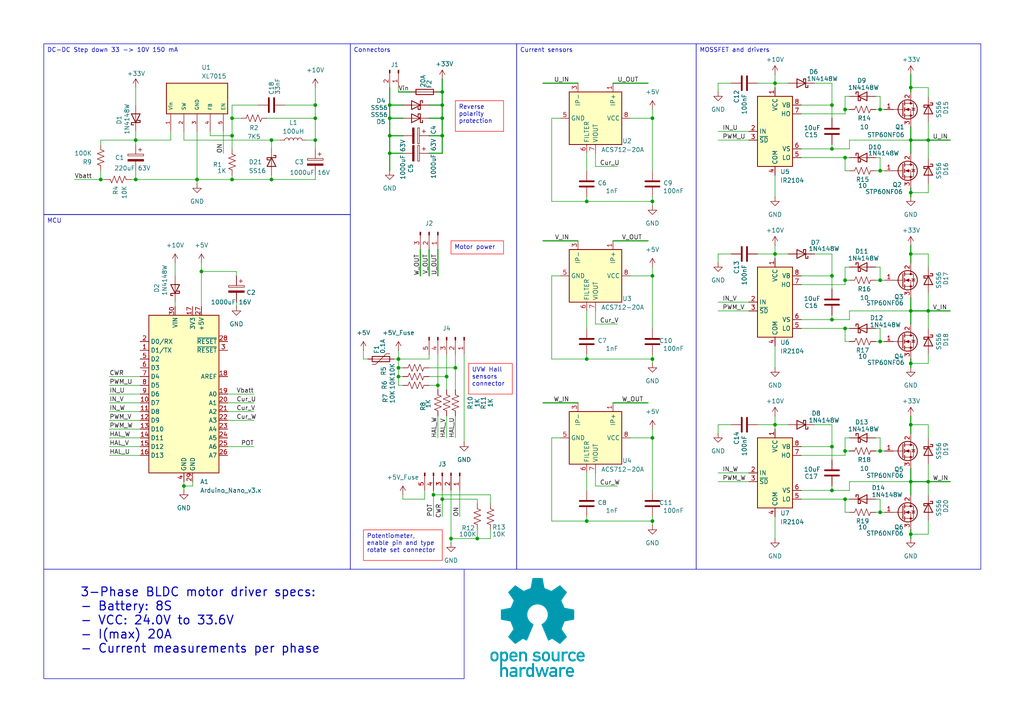
<source format=kicad_sch>
(kicad_sch (version 20250114) (generator "eeschema") (generator_version "9.0")
  (paper "A4")
  (title_block (title "Simple BLDC motor controller") (date "2025-04-04") (rev "V0.1") (company "By Techn0man1ac"))
  (lib_symbols
    (symbol "Connector:Conn_01x02_Pin" (pin_names (offset 1.016) (hide yes))
      (property "Reference" "J" (at 0 2.54 0))
      (property "Value" "Conn_01x02_Pin" (at 0 -5.08 0))
      (symbol "Conn_01x02_Pin_1_1"
        (pin passive line (at 5.08 0 180) (length 3.81) (name "Pin_1") (number "1"))
        (pin passive line (at 5.08 -2.54 180) (length 3.81) (name "Pin_2") (number "2"))
      )
    )
    (symbol "Connector:Conn_01x03_Pin" (pin_names (offset 1.016) (hide yes))
      (property "Reference" "J" (at 0 5.08 0))
      (property "Value" "Conn_01x03_Pin" (at 0 -5.08 0))
      (symbol "Conn_01x03_Pin_1_1"
        (pin passive line (at 5.08 2.54 180) (length 3.81) (name "Pin_1") (number "1"))
        (pin passive line (at 5.08 0 180) (length 3.81) (name "Pin_2") (number "2"))
        (pin passive line (at 5.08 -2.54 180) (length 3.81) (name "Pin_3") (number "3"))
      )
    )
    (symbol "Connector:Conn_01x05_Pin" (pin_names (offset 1.016) (hide yes))
      (property "Reference" "J" (at 0 7.62 0))
      (property "Value" "Conn_01x05_Pin" (at 0 -7.62 0))
      (symbol "Conn_01x05_Pin_1_1"
        (pin passive line (at 5.08 5.08 180) (length 3.81) (name "Pin_1") (number "1"))
        (pin passive line (at 5.08 2.54 180) (length 3.81) (name "Pin_2") (number "2"))
        (pin passive line (at 5.08 0 180) (length 3.81) (name "Pin_3") (number "3"))
        (pin passive line (at 5.08 -2.54 180) (length 3.81) (name "Pin_4") (number "4"))
        (pin passive line (at 5.08 -5.08 180) (length 3.81) (name "Pin_5") (number "5"))
      )
    )
    (symbol "Device:C" (pin_numbers (hide yes)) (pin_names (offset 0.254))
      (property "Reference" "C" (at 0.635 2.54 0))
      (property "Value" "C" (at 0.635 -2.54 0))
      (symbol "C_1_1"
        (pin passive line (at 0 3.81 270) (length 2.794) (name "~") (number "1"))
        (pin passive line (at 0 -3.81 90) (length 2.794) (name "~") (number "2"))
      )
    )
    (symbol "Device:C_Polarized" (pin_numbers (hide yes)) (pin_names (offset 0.254))
      (property "Reference" "C" (at 0.635 2.54 0))
      (property "Value" "C_Polarized" (at 0.635 -2.54 0))
      (symbol "C_Polarized_1_1"
        (pin passive line (at 0 3.81 270) (length 2.794) (name "~") (number "1"))
        (pin passive line (at 0 -3.81 90) (length 2.794) (name "~") (number "2"))
      )
    )
    (symbol "Device:Fuse" (pin_numbers (hide yes)) (pin_names (offset 0))
      (property "Reference" "F" (at 2.032 0 90))
      (property "Value" "Fuse" (at -1.905 0 90))
      (symbol "Fuse_1_1"
        (pin passive line (at 0 3.81 270) (length 1.27) (name "~") (number "1"))
        (pin passive line (at 0 -3.81 90) (length 1.27) (name "~") (number "2"))
      )
    )
    (symbol "Device:L" (pin_numbers (hide yes)) (pin_names (offset 1.016) (hide yes))
      (property "Reference" "L" (at -1.27 0 90))
      (property "Value" "L" (at 1.905 0 90))
      (symbol "L_1_1"
        (pin passive line (at 0 3.81 270) (length 1.27) (name "1") (number "1"))
        (pin passive line (at 0 -3.81 90) (length 1.27) (name "2") (number "2"))
      )
    )
    (symbol "Device:Polyfuse" (pin_numbers (hide yes)) (pin_names (offset 0))
      (property "Reference" "F" (at -2.54 0 90))
      (property "Value" "Polyfuse" (at 2.54 0 90))
      (symbol "Polyfuse_1_1"
        (pin passive line (at 0 3.81 270) (length 1.27) (name "~") (number "1"))
        (pin passive line (at 0 -3.81 90) (length 1.27) (name "~") (number "2"))
      )
    )
    (symbol "Device:R_US" (pin_numbers (hide yes)) (pin_names (offset 0))
      (property "Reference" "R" (at 2.54 0 90))
      (property "Value" "R_US" (at -2.54 0 90))
      (symbol "R_US_1_1"
        (pin passive line (at 0 3.81 270) (length 1.27) (name "~") (number "1"))
        (pin passive line (at 0 -3.81 90) (length 1.27) (name "~") (number "2"))
      )
    )
    (symbol "Diode:SS16" (pin_numbers (hide yes)) (pin_names (offset 1.016) (hide yes))
      (property "Reference" "D" (at 0 2.54 0))
      (property "Value" "SS16" (at 0 -2.54 0))
      (symbol "SS16_1_1"
        (pin passive line (at -3.81 0 0) (length 2.54) (name "K") (number "1"))
        (pin passive line (at 3.81 0 180) (length 2.54) (name "A") (number "2"))
      )
    )
    (symbol "Driver_FET:IR2104"
      (property "Reference" "U" (at 1.27 13.335 0))
      (property "Value" "IR2104" (at 1.27 11.43 0))
      (symbol "IR2104_1_1"
        (pin input line (at -7.62 0 0) (length 2.54) (name "IN") (number "2"))
        (pin input line (at -7.62 -2.54 0) (length 2.54) (name "~{SD}") (number "3"))
        (pin power_in line (at 0 12.7 270) (length 2.54) (name "VCC") (number "1"))
        (pin power_in line (at 0 -12.7 90) (length 2.54) (name "COM") (number "4"))
        (pin passive line (at 7.62 7.62 180) (length 2.54) (name "VB") (number "8"))
        (pin output line (at 7.62 5.08 180) (length 2.54) (name "HO") (number "7"))
        (pin passive line (at 7.62 -5.08 180) (length 2.54) (name "VS") (number "6"))
        (pin output line (at 7.62 -7.62 180) (length 2.54) (name "LO") (number "5"))
      )
    )
    (symbol "MCU_Module:Arduino_Nano_v3.x"
      (property "Reference" "A" (at -10.16 23.495 0))
      (property "Value" "Arduino_Nano_v3.x" (at 5.08 -24.13 0))
      (symbol "Arduino_Nano_v3.x_1_1"
        (pin bidirectional line (at -12.7 15.24 0) (length 2.54) (name "D0/RX") (number "2"))
        (pin bidirectional line (at -12.7 12.7 0) (length 2.54) (name "D1/TX") (number "1"))
        (pin bidirectional line (at -12.7 10.16 0) (length 2.54) (name "D2") (number "5"))
        (pin bidirectional line (at -12.7 7.62 0) (length 2.54) (name "D3") (number "6"))
        (pin bidirectional line (at -12.7 5.08 0) (length 2.54) (name "D4") (number "7"))
        (pin bidirectional line (at -12.7 2.54 0) (length 2.54) (name "D5") (number "8"))
        (pin bidirectional line (at -12.7 0 0) (length 2.54) (name "D6") (number "9"))
        (pin bidirectional line (at -12.7 -2.54 0) (length 2.54) (name "D7") (number "10"))
        (pin bidirectional line (at -12.7 -5.08 0) (length 2.54) (name "D8") (number "11"))
        (pin bidirectional line (at -12.7 -7.62 0) (length 2.54) (name "D9") (number "12"))
        (pin bidirectional line (at -12.7 -10.16 0) (length 2.54) (name "D10") (number "13"))
        (pin bidirectional line (at -12.7 -12.7 0) (length 2.54) (name "D11") (number "14"))
        (pin bidirectional line (at -12.7 -15.24 0) (length 2.54) (name "D12") (number "15"))
        (pin bidirectional line (at -12.7 -17.78 0) (length 2.54) (name "D13") (number "16"))
        (pin power_in line (at -2.54 25.4 270) (length 2.54) (name "VIN") (number "30"))
        (pin power_in line (at 0 -25.4 90) (length 2.54) (name "GND") (number "4"))
        (pin power_out line (at 2.54 25.4 270) (length 2.54) (name "3V3") (number "17"))
        (pin power_in line (at 2.54 -25.4 90) (length 2.54) (name "GND") (number "29"))
        (pin power_out line (at 5.08 25.4 270) (length 2.54) (name "+5V") (number "27"))
        (pin input line (at 12.7 15.24 180) (length 2.54) (name "~{RESET}") (number "28"))
        (pin input line (at 12.7 12.7 180) (length 2.54) (name "~{RESET}") (number "3"))
        (pin input line (at 12.7 5.08 180) (length 2.54) (name "AREF") (number "18"))
        (pin bidirectional line (at 12.7 0 180) (length 2.54) (name "A0") (number "19"))
        (pin bidirectional line (at 12.7 -2.54 180) (length 2.54) (name "A1") (number "20"))
        (pin bidirectional line (at 12.7 -5.08 180) (length 2.54) (name "A2") (number "21"))
        (pin bidirectional line (at 12.7 -7.62 180) (length 2.54) (name "A3") (number "22"))
        (pin bidirectional line (at 12.7 -10.16 180) (length 2.54) (name "A4") (number "23"))
        (pin bidirectional line (at 12.7 -12.7 180) (length 2.54) (name "A5") (number "24"))
        (pin bidirectional line (at 12.7 -15.24 180) (length 2.54) (name "A6") (number "25"))
        (pin bidirectional line (at 12.7 -17.78 180) (length 2.54) (name "A7") (number "26"))
      )
    )
    (symbol "Sensor_Current:ACS712xLCTR-20A"
      (property "Reference" "U" (at 2.54 11.43 0))
      (property "Value" "ACS712xLCTR-20A" (at 2.54 8.89 0))
      (symbol "ACS712xLCTR-20A_1_1"
        (pin passive line (at -10.16 5.08 0) (length 2.54) (name "IP+") (number "1"))
        (pin passive line (at -10.16 5.08 0) (length 2.54) (hide yes) (name "IP+") (number "2"))
        (pin passive line (at -10.16 -5.08 0) (length 2.54) (name "IP-") (number "3"))
        (pin passive line (at -10.16 -5.08 0) (length 2.54) (hide yes) (name "IP-") (number "4"))
        (pin power_in line (at 0 10.16 270) (length 2.54) (name "VCC") (number "8"))
        (pin power_in line (at 0 -10.16 90) (length 2.54) (name "GND") (number "5"))
        (pin output line (at 10.16 0 180) (length 2.54) (name "VIOUT") (number "7"))
        (pin passive line (at 10.16 -2.54 180) (length 2.54) (name "FILTER") (number "6"))
      )
    )
    (symbol "Transistor_FET:IRF3205" (pin_names (hide yes))
      (property "Reference" "Q" (at 5.08 1.905 0))
      (property "Value" "IRF3205" (at 5.08 0 0))
      (symbol "IRF3205_1_1"
        (pin input line (at -5.08 0 0) (length 2.54) (name "G") (number "1"))
        (pin passive line (at 2.54 5.08 270) (length 2.54) (name "D") (number "2"))
        (pin passive line (at 2.54 -5.08 90) (length 2.54) (name "S") (number "3"))
      )
    )
    (symbol "XL7015:XL7015" (pin_names (offset 1.016))
      (property "Reference" "U1" (at 1.27 8.382 0))
      (property "Value" "XL7015" (at 1.27 5.842 0))
      (symbol "XL7015_1_0"
        (pin power_in line (at -7.62 -10.16 90) (length 5.08) (name "Vin") (number "1"))
        (pin power_out line (at -3.81 -10.16 90) (length 5.08) (name "SW") (number "2"))
        (pin power_out line (at 0 8.89 270) (length 5.08) (hide yes) (name "GND") (number "6/GND"))
        (pin power_out line (at 0 -10.16 90) (length 5.08) (name "GND") (number "3"))
        (pin input line (at 3.81 -10.16 90) (length 5.08) (name "FB") (number "4"))
        (pin input line (at 7.62 -10.16 90) (length 5.08) (name "EN") (number "5"))
      )
    )
    (symbol "power:+5V" (power) (pin_numbers (hide yes)) (pin_names (offset 0) (hide yes))
      (property "Value" "+5V" (at 0 3.556 0))
      (symbol "+5V_1_1"
        (pin power_in line (at 0 0 90) (length 0) (name "~") (number "1"))
      )
    )
    (symbol "power:GND" (power) (pin_numbers (hide yes)) (pin_names (offset 0) (hide yes))
      (property "Value" "GND" (at 0 -3.81 0))
      (symbol "GND_1_1"
        (pin power_in line (at 0 0 270) (length 0) (name "~") (number "1"))
      )
    )
  )
  (bezier (pts (xy 145.2842 179.6099) (xy 145.2842 179.6747) (xy 145.3363 179.7377) (xy 145.3999 179.7493)) (stroke (width -0.0001)))
  (bezier (pts (xy 157.48 191.505) (xy 157.6375 191.6794) (xy 157.9016 191.8703) (xy 158.3457 191.8703)) (stroke (width -0.0001)))
  (bezier (pts (xy 151.5966 185.3274) (xy 151.6499 185.2909) (xy 151.7393 185.2881) (xy 151.795 185.3206)) (stroke (width -0.0001)))
  (bezier (pts (xy 157.7442 190.4087) (xy 157.7442 189.9982) (xy 157.778 189.8856) (xy 157.885 189.734)) (stroke (width -0.0001)))
  (bezier (pts (xy 159.2116 191.505) (xy 159.4309 191.2633) (xy 159.5207 191.0269) (xy 159.5207 190.4087)) (stroke (width -0.0001)))
  (polyline (pts (xy 152.0516 193.4558) (xy 152.0935 193.4587) (xy 152.1346 193.4635) (xy 152.1748 193.4701) (xy 152.2142 193.4785) (xy 152.2528 193.4886) (xy 152.2907 193.5004) (xy 152.3279 193.5138) (xy 152.3645 193.5288) (xy 152.4004 193.5454) (xy 152.4358 193.5634) (xy 152.4706 193.5829) (xy 152.5048 193.6037) (xy 152.5386 193.6259) (xy 152.5719 193.6493) (xy 152.6048 193.674) (xy 152.1889 194.1689) (xy 152.164 194.1506) (xy 152.1399 194.1337) (xy 152.1165 194.1182) (xy 152.0936 194.1041) (xy 152.0711 194.0913) (xy 152.0489 194.0797) (xy 152.0268 194.0695) (xy 152.0047 194.0604) (xy 151.9825 194.0526) (xy 151.96 194.0459) (xy 151.9371 194.0403) (xy 151.9137 194.0358) (xy 151.8896 194.0324) (xy 151.8648 194.03) (xy 151.839 194.0285) (xy 151.8121 194.0281) (xy 151.7596 194.0302) (xy 151.7075 194.0366) (xy 151.6564 194.0474) (xy 151.6065 194.0627) (xy 151.5823 194.0721) (xy 151.5584 194.0825) (xy 151.5352 194.0942) (xy 151.5124 194.107) (xy 151.4904 194.121) (xy 151.4689 194.1362) (xy 151.4483 194.1525) (xy 151.4284 194.1701) (xy 151.4093 194.1889) (xy 151.391 194.209) (xy 151.3738 194.2302) (xy 151.3574 194.2527) (xy 151.3421 194.2765) (xy 151.3279 194.3016) (xy 151.3148 194.3279) (xy 151.3029 194.3555) (xy 151.2921 194.3844) (xy 151.2827 194.4146) (xy 151.2746 194.4462) (xy 151.2678 194.479) (xy 151.2625 194.5132) (xy 151.2586 194.5488) (xy 151.2562 194.5857) (xy 151.2554 194.624) (xy 151.2554 196.339) (xy 150.682 196.339) (xy 150.682 193.4886) (xy 151.2554 193.4886) (xy 151.2554 193.7922) (xy 151.2667 193.7922) (xy 151.3013 193.7513) (xy 151.3378 193.7131) (xy 151.376 193.6776) (xy 151.4158 193.6446) (xy 151.4574 193.6143) (xy 151.5005 193.5866) (xy 151.5452 193.5616) (xy 151.5914 193.5392) (xy 151.639 193.5194) (xy 151.6881 193.5023) (xy 151.7384 193.4878) (xy 151.7901 193.4759) (xy 151.8431 193.4667) (xy 151.8972 193.4601) (xy 151.9525 193.4561) (xy 152.0088 193.4548) (xy 152.0516 193.4558)) (stroke (width -0.0001) (type solid)) (fill (type color) (color 0 153 176 1)))
  (polyline (pts (xy 151.9513 188.9533) (xy 151.9933 188.9564) (xy 152.0778 188.9683) (xy 152.1621 188.9883) (xy 152.2453 189.016) (xy 152.2863 189.0328) (xy 152.3266 189.0516) (xy 152.3664 189.0723) (xy 152.4053 189.0949) (xy 152.4433 189.1195) (xy 152.4804 189.146) (xy 152.5163 189.1744) (xy 152.5511 189.2046) (xy 152.5845 189.2368) (xy 152.6166 189.2709) (xy 152.6471 189.3068) (xy 152.6761 189.3446) (xy 152.7033 189.3843) (xy 152.7287 189.4259) (xy 152.7521 189.4693) (xy 152.7736 189.5145) (xy 152.7929 189.5616) (xy 152.81 189.6105) (xy 152.8247 189.6612) (xy 152.837 189.7138) (xy 152.8467 189.7681) (xy 152.8538 189.8243) (xy 152.8581 189.8823) (xy 152.8596 189.942) (xy 152.8596 191.8365) (xy 152.2862 191.8365) (xy 152.2862 190.139) (xy 152.2855 190.1031) (xy 152.2834 190.0682) (xy 152.2799 190.0342) (xy 152.2752 190.0012) (xy 152.2691 189.9693) (xy 152.2618 189.9383) (xy 152.2532 189.9084) (xy 152.2434 189.8795) (xy 152.2324 189.8516) (xy 152.2203 189.8249) (xy 152.2071 189.7991) (xy 152.1928 189.7745) (xy 152.1774 189.751) (xy 152.161 189.7285) (xy 152.1436 189.7072) (xy 152.1252 189.687) (xy 152.1059 189.6679) (xy 152.0857 189.65) (xy 152.0646 189.6332) (xy 152.0426 189.6177) (xy 152.0199 189.6033) (xy 151.9963 189.5901) (xy 151.972 189.578) (xy 151.947 189.5673) (xy 151.9212 189.5577) (xy 151.8948 189.5494) (xy 151.8677 189.5423) (xy 151.8401 189.5365) (xy 151.8118 189.5319) (xy 151.783 189.5287) (xy 151.7537 189.5267) (xy 151.7239 189.5261) (xy 151.6936 189.5267) (xy 151.6638 189.5287) (xy 151.6345 189.5319) (xy 151.6059 189.5365) (xy 151.5778 189.5423) (xy 151.5504 189.5494) (xy 151.5236 189.5577) (xy 151.4976 189.5673) (xy 151.4723 189.578) (xy 151.4477 189.5901) (xy 151.4239 189.6033) (xy 151.4009 189.6177) (xy 151.3788 189.6332) (xy 151.3575 189.65) (xy 151.3371 189.6679) (xy 151.3177 189.687) (xy 151.2992 189.7072) (xy 151.2817 189.7285) (xy 151.2652 189.751) (xy 151.2497 189.7745) (xy 151.2353 189.7991) (xy 151.2221 189.8249) (xy 151.2099 189.8516) (xy 151.1989 189.8795) (xy 151.1891 189.9084) (xy 151.1805 189.9383) (xy 151.1731 189.9693) (xy 151.1671 190.0012) (xy 151.1623 190.0342) (xy 151.1588 190.0682) (xy 151.1567 190.1031) (xy 151.156 190.139) (xy 151.156 191.8365) (xy 150.5826 191.8365) (xy 150.5826 188.9862) (xy 151.156 188.9862) (xy 151.156 189.2897) (xy 151.1675 189.2897) (xy 151.2021 189.2489) (xy 151.2385 189.2107) (xy 151.2767 189.1751) (xy 151.3165 189.1421) (xy 151.3581 189.1118) (xy 151.4012 189.0842) (xy 151.4459 189.0591) (xy 151.492 189.0367) (xy 151.5397 189.017) (xy 151.5887 188.9998) (xy 151.6391 188.9853) (xy 151.6907 188.9734) (xy 151.7437 188.9642) (xy 151.7978 188.9576) (xy 151.8531 188.9537) (xy 151.9095 188.9523) (xy 151.9513 188.9533)) (stroke (width -0.0001) (type solid)) (fill (type color) (color 0 153 176 1)))
  (bezier (pts (xy 154.4563 180.8951) (xy 154.4141 180.8694) (xy 154.3568 180.8251) (xy 154.3118 180.7845)) (stroke (width -0.0001)))
  (bezier (pts (xy 149.5269 169.7861) (xy 149.4734 169.7495) (xy 149.3923 169.7569) (xy 149.3466 169.8028)) (stroke (width -0.0001)))
  (bezier (pts (xy 160.0414 171.3336) (xy 159.9881 171.3703) (xy 159.8966 171.3768) (xy 159.8387 171.3482)) (stroke (width -0.0001)))
  (bezier (pts (xy 163.8136 176.2993) (xy 163.7502 176.2874) (xy 163.6806 176.2277) (xy 163.6592 176.1665)) (stroke (width -0.0001)))
  (bezier (pts (xy 157.885 189.734) (xy 157.9689 189.6159) (xy 158.1491 189.5259) (xy 158.3457 189.5259)) (stroke (width -0.0001)))
  (bezier (pts (xy 158.8067 189.734) (xy 158.9137 189.8856) (xy 158.9472 189.9982) (xy 158.9472 190.4143)) (stroke (width -0.0001)))
  (bezier (pts (xy 144.2809 189.3179) (xy 144.1234 189.1436) (xy 143.8591 188.9523) (xy 143.4151 188.9523)) (stroke (width -0.0001)))
  (bezier (pts (xy 158.8067 191.089) (xy 158.7224 191.2071) (xy 158.5425 191.2971) (xy 158.3457 191.2971)) (stroke (width -0.0001)))
  (bezier (pts (xy 144.5901 190.4087) (xy 144.5901 189.7958) (xy 144.5001 189.5597) (xy 144.2809 189.3179)) (stroke (width -0.0001)))
  (polyline (pts (xy 148.9949 193.4576) (xy 149.1185 193.4663) (xy 149.2362 193.4812) (xy 149.2927 193.4911) (xy 149.3476 193.5027) (xy 149.4008 193.516) (xy 149.4523 193.531) (xy 149.502 193.5479) (xy 149.55 193.5666) (xy 149.596 193.5872) (xy 149.6401 193.6097) (xy 149.6823 193.6342) (xy 149.7225 193.6608) (xy 149.7606 193.6893) (xy 149.7966 193.72) (xy 149.8304 193.7528) (xy 149.862 193.7878) (xy 149.8914 193.8251) (xy 149.9185 193.8646) (xy 149.9432 193.9064) (xy 149.9656 193.9505) (xy 149.9854 193.9971) (xy 150.0028 194.0461) (xy 150.0177 194.0976) (xy 150.0299 194.1516) (xy 150.0396 194.2082) (xy 150.0465 194.2673) (xy 150.0507 194.3291) (xy 150.0521 194.3937) (xy 150.0521 196.339) (xy 149.4785 196.339) (xy 149.4785 196.0859) (xy 149.4673 196.0859) (xy 149.4442 196.1216) (xy 149.4191 196.1548) (xy 149.3918 196.1856) (xy 149.3622 196.2139) (xy 149.3301 196.2398) (xy 149.2954 196.2633) (xy 149.2577 196.2844) (xy 149.2171 196.3032) (xy 149.1733 196.3198) (xy 149.1262 196.334) (xy 149.0756 196.3459) (xy 149.0214 196.3557) (xy 148.9633 196.3632) (xy 148.9012 196.3686) (xy 148.835 196.3717) (xy 148.7645 196.3728) (xy 148.7057 196.3717) (xy 148.6485 196.3684) (xy 148.5928 196.3631) (xy 148.5388 196.3556) (xy 148.4864 196.3462) (xy 148.4357 196.3348) (xy 148.3866 196.3214) (xy 148.3392 196.3062) (xy 148.2935 196.2892) (xy 148.2495 196.2703) (xy 148.2073 196.2498) (xy 148.1669 196.2275) (xy 148.1282 196.2036) (xy 148.0913 196.1781) (xy 148.0563 196.1511) (xy 148.0231 196.1226) (xy 147.9917 196.0926) (xy 147.9623 196.0612) (xy 147.9347 196.0285) (xy 147.909 195.9945) (xy 147.8853 195.9592) (xy 147.8636 195.9227) (xy 147.8438 195.885) (xy 147.826 195.8462) (xy 147.8103 195.8063) (xy 147.7966 195.7654) (xy 147.7849 195.7236) (xy 147.7753 195.6808) (xy 147.7678 195.6371) (xy 147.7625 195.5926) (xy 147.7592 195.5473) (xy 147.7581 195.5013) (xy 147.7588 195.4732) (xy 148.2977 195.4732) (xy 148.2995 195.5087) (xy 148.305 195.5434) (xy 148.3143 195.5773) (xy 148.3275 195.6099) (xy 148.3357 195.6258) (xy 148.3448 195.6412) (xy 148.355 195.6563) (xy 148.3663 195.6709) (xy 148.3786 195.6851) (xy 148.392 195.6988) (xy 148.4066 195.712) (xy 148.4222 195.7246) (xy 148.439 195.7367) (xy 148.4569 195.7483) (xy 148.476 195.7592) (xy 148.4963 195.7694) (xy 148.5178 195.779) (xy 148.5405 195.7879) (xy 148.5644 195.7961) (xy 148.5896 195.8035) (xy 148.6438 195.8161) (xy 148.7031 195.8253) (xy 148.7676 195.8309) (xy 148.8376 195.8329) (xy 148.9236 195.8322) (xy 149.0024 195.8299) (xy 149.0742 195.8253) (xy 149.1394 195.8181) (xy 149.1695 195.8133) (xy 149.198 195.8076) (xy 149.225 195.801) (xy 149.2504 195.7935) (xy 149.2743 195.7849) (xy 149.2968 195.7751) (xy 149.3177 195.7642) (xy 149.3373 195.7521) (xy 149.3554 195.7387) (xy 149.3722 195.7239) (xy 149.3876 195.7076) (xy 149.4017 195.6899) (xy 149.4146 195.6706) (xy 149.4261 195.6497) (xy 149.4365 195.6272) (xy 149.4456 195.6028) (xy 149.4535 195.5767) (xy 149.4603 195.5487) (xy 149.466 195.5188) (xy 149.4706 195.4869) (xy 149.4741 195.4529) (xy 149.4766 195.4168) (xy 149.478 195.3786) (xy 149.4785 195.3381) (xy 149.4785 195.1299) (xy 148.7927 195.1299) (xy 148.7616 195.1303) (xy 148.7315 195.1315) (xy 148.7025 195.1335) (xy 148.6746 195.1362) (xy 148.6476 195.1396) (xy 148.6217 195.1438) (xy 148.5968 195.1487) (xy 148.573 195.1543) (xy 148.5502 195.1606) (xy 148.5284 195.1676) (xy 148.5076 195.1753) (xy 148.4878 195.1837) (xy 148.469 195.1927) (xy 148.4512 195.2023) (xy 148.4345 195.2126) (xy 148.4187 195.2235) (xy 148.4039 195.235) (xy 148.3901 195.2471) (xy 148.3772 195.2598) (xy 148.3654 195.2731) (xy 148.3545 195.2869) (xy 148.3446 195.3013) (xy 148.3356 195.3163) (xy 148.3276 195.3317) (xy 148.3206 195.3477) (xy 148.3145 195.3642) (xy 148.3094 195.3812) (xy 148.3052 195.3987) (xy 148.3019 195.4166) (xy 148.2996 195.435) (xy 148.2982 195.4539) (xy 148.2977 195.4732) (xy 147.7588 195.4732) (xy 147.7591 195.4588) (xy 147.7618 195.4168) (xy 147.7664 195.3752) (xy 147.7729 195.3343) (xy 147.7811 195.294) (xy 147.7912 195.2544) (xy 147.8032 195.2155) (xy 147.8169 195.1774) (xy 147.8325 195.1402) (xy 147.8499 195.1039) (xy 147.8691 195.0686) (xy 147.8901 195.0343) (xy 147.9129 195.0011) (xy 147.9375 194.9691) (xy 147.9639 194.9383) (xy 147.9921 194.9088) (xy 148.0222 194.8806) (xy 148.054 194.8538) (xy 148.0876 194.8285) (xy 148.1229 194.8046) (xy 148.1601 194.7824) (xy 148.1991 194.7617) (xy 148.2398 194.7428) (xy 148.2823 194.7256) (xy 148.3265 194.7102) (xy 148.3726 194.6966) (xy 148.4204 194.685) (xy 148.4699 194.6754) (xy 148.5213 194.6678) (xy 148.5743 194.6623) (xy 148.6292 194.6589) (xy 148.6857 194.6578) (xy 149.4785 194.6578) (xy 149.4785 194.3598) (xy 149.4765 194.3113) (xy 149.4739 194.2885) (xy 149.4702 194.2667) (xy 149.4655 194.2459) (xy 149.4597 194.226) (xy 149.4529 194.207) (xy 149.4449 194.1889) (xy 149.4358 194.1718) (xy 149.4256 194.1555) (xy 149.4142 194.1402) (xy 149.4017 194.1256) (xy 149.3881 194.112) (xy 149.3733 194.0991) (xy 149.3573 194.0871) (xy 149.3401 194.0759) (xy 149.3217 194.0655) (xy 149.3021 194.0558) (xy 149.2592 194.0388) (xy 149.2113 194.0247) (xy 149.1583 194.0134) (xy 149.1002 194.0049) (xy 149.0368 193.9989) (xy 148.968 193.9954) (xy 148.8938 193.9942) (xy 148.8398 193.9949) (xy 148.7893 193.997) (xy 148.7421 194.0005) (xy 148.698 194.0056) (xy 148.6771 194.0088) (xy 148.657 194.0123) (xy 148.6375 194.0163) (xy 148.6188 194.0207) (xy 148.6007 194.0256) (xy 148.5832 194.0309) (xy 148.5664 194.0367) (xy 148.5502 194.0429) (xy 148.5345 194.0496) (xy 148.5194 194.0568) (xy 148.5048 194.0645) (xy 148.4907 194.0727) (xy 148.4772 194.0814) (xy 148.4641 194.0906) (xy 148.4514 194.1004) (xy 148.4392 194.1107) (xy 148.4274 194.1216) (xy 148.4159 194.133) (xy 148.4048 194.145) (xy 148.3941 194.1576) (xy 148.3837 194.1707) (xy 148.3735 194.1845) (xy 148.3637 194.1988) (xy 148.3541 194.2138) (xy 147.9044 193.8709) (xy 147.9466 193.8162) (xy 147.9911 193.7658) (xy 148.0379 193.7197) (xy 148.087 193.6777) (xy 148.1384 193.6398) (xy 148.1922 193.6057) (xy 148.2484 193.5755) (xy 148.307 193.5489) (xy 148.3681 193.5259) (xy 148.4316 193.5063) (xy 148.4976 193.4901) (xy 148.5661 193.4771) (xy 148.6371 193.4672) (xy 148.7107 193.4602) (xy 148.7869 193.4561) (xy 148.8657 193.4548) (xy 148.9949 193.4576)) (stroke (width -0.0001) (type solid)) (fill (type color) (color 0 153 176 1)))
  (bezier (pts (xy 143.8761 191.089) (xy 143.7916 191.2071) (xy 143.6118 191.2971) (xy 143.4151 191.2971)) (stroke (width -0.0001)))
  (bezier (pts (xy 158.3457 188.9523) (xy 157.9016 188.9523) (xy 157.6375 189.1436) (xy 157.48 189.3179)) (stroke (width -0.0001)))
  (bezier (pts (xy 148.1638 176.1665) (xy 148.1425 176.2277) (xy 148.0731 176.2874) (xy 148.0093 176.2993)) (stroke (width -0.0001)))
  (bezier (pts (xy 158.3457 189.5259) (xy 158.5425 189.5259) (xy 158.7224 189.6158) (xy 158.8067 189.734)) (stroke (width -0.0001)))
  (bezier (pts (xy 153.9272 170.455) (xy 153.9151 170.5186) (xy 153.8554 170.5874) (xy 153.7938 170.6077)) (stroke (width -0.0001)))
  (bezier (pts (xy 159.2116 189.3179) (xy 159.0542 189.1436) (xy 158.79 188.9523) (xy 158.3457 188.9523)) (stroke (width -0.0001)))
  (bezier (pts (xy 148.9513 174.0984) (xy 148.9878 174.1521) (xy 148.9935 174.2426) (xy 148.9639 174.3002)) (stroke (width -0.0001)))
  (bezier (pts (xy 145.653 190.4143) (xy 145.653 190.8248) (xy 145.6811 191.2971) (xy 146.2153 191.2971)) (stroke (width -0.0001)))
  (bezier (pts (xy 143.8761 189.734) (xy 143.9829 189.8856) (xy 144.0166 189.9982) (xy 144.0166 190.4143)) (stroke (width -0.0001)))
  (polyline (pts (xy 164.2857 188.9533) (xy 164.3276 188.9562) (xy 164.3686 188.961) (xy 164.4088 188.9676) (xy 164.4482 188.976) (xy 164.4868 188.9861) (xy 164.5247 188.9979) (xy 164.5619 189.0114) (xy 164.5984 189.0264) (xy 164.6344 189.0429) (xy 164.6697 189.0609) (xy 164.7045 189.0804) (xy 164.7388 189.1012) (xy 164.7726 189.1234) (xy 164.8059 189.1469) (xy 164.8389 189.1716) (xy 164.4228 189.6664) (xy 164.3979 189.6482) (xy 164.3738 189.6313) (xy 164.3504 189.6159) (xy 164.3276 189.6018) (xy 164.3051 189.589) (xy 164.2829 189.5775) (xy 164.2608 189.5673) (xy 164.2387 189.5582) (xy 164.2165 189.5504) (xy 164.194 189.5437) (xy 164.1711 189.5381) (xy 164.1477 189.5336) (xy 164.1236 189.5302) (xy 164.0987 189.5278) (xy 164.0729 189.5264) (xy 164.0461 189.5259) (xy 163.9934 189.528) (xy 163.9414 189.5345) (xy 163.8902 189.5453) (xy 163.8404 189.5605) (xy 163.8161 189.5698) (xy 163.7923 189.5803) (xy 163.769 189.592) (xy 163.7463 189.6048) (xy 163.7243 189.6187) (xy 163.7029 189.6339) (xy 163.6822 189.6503) (xy 163.6623 189.6679) (xy 163.6432 189.6866) (xy 163.625 189.7067) (xy 163.6077 189.7279) (xy 163.5914 189.7504) (xy 163.5761 189.7742) (xy 163.5619 189.7993) (xy 163.5488 189.8256) (xy 163.5369 189.8532) (xy 163.5262 189.8821) (xy 163.5167 189.9124) (xy 163.5086 189.9439) (xy 163.5019 189.9768) (xy 163.4965 190.011) (xy 163.4926 190.0466) (xy 163.4903 190.0835) (xy 163.4895 190.1219) (xy 163.4895 191.8365) (xy 162.9159 191.8365) (xy 162.9159 188.9862) (xy 163.4895 188.9862) (xy 163.4895 189.2897) (xy 163.5006 189.2897) (xy 163.5352 189.2489) (xy 163.5717 189.2107) (xy 163.6099 189.1751) (xy 163.6498 189.1421) (xy 163.6913 189.1118) (xy 163.7345 189.0842) (xy 163.7792 189.0591) (xy 163.8254 189.0367) (xy 163.873 189.017) (xy 163.9221 188.9998) (xy 163.9725 188.9853) (xy 164.0242 188.9734) (xy 164.0771 188.9642) (xy 164.1312 188.9576) (xy 164.1865 188.9537) (xy 164.2429 188.9523) (xy 164.2857 188.9533)) (stroke (width -0.0001) (type solid)) (fill (type color) (color 0 153 176 1)))
  (bezier (pts (xy 142.9541 191.089) (xy 142.8472 190.937) (xy 142.8134 190.8248) (xy 142.8134 190.4087)) (stroke (width -0.0001)))
  (bezier (pts (xy 154.3118 180.7845) (xy 153.4878 180.2568) (xy 152.941 179.3337) (xy 152.941 178.2824)) (stroke (width -0.0001)))
  (bezier (pts (xy 148.8913 182.342) (xy 148.9197 182.4003) (xy 148.9131 182.4914) (xy 148.8762 182.5447)) (stroke (width -0.0001)))
  (polyline (pts (xy 158.3868 188.9529) (xy 158.4269 188.9545) (xy 158.4659 188.9572) (xy 158.504 188.9609) (xy 158.541 188.9656) (xy 158.5771 188.9711) (xy 158.6122 188.9776) (xy 158.6463 188.985) (xy 158.6795 188.9931) (xy 158.7117 189.002) (xy 158.743 189.0117) (xy 158.7734 189.0221) (xy 158.8029 189.0331) (xy 158.8316 189.0447) (xy 158.8593 189.057) (xy 158.8862 189.0698) (xy 158.9375 189.0969) (xy 158.9856 189.1257) (xy 159.0305 189.1559) (xy 159.0724 189.1873) (xy 159.1113 189.2195) (xy 159.1474 189.2522) (xy 159.1808 189.2851) (xy 159.2116 189.3179) (xy 159.2512 189.3633) (xy 159.2879 189.4091) (xy 159.3216 189.4559) (xy 159.3524 189.5042) (xy 159.3805 189.5546) (xy 159.4058 189.6077) (xy 159.4284 189.664) (xy 159.4484 189.7241) (xy 159.4658 189.7886) (xy 159.4807 189.858) (xy 159.4932 189.9328) (xy 159.5033 190.0137) (xy 159.511 190.1012) (xy 159.5164 190.1958) (xy 159.5197 190.2981) (xy 159.5207 190.4087) (xy 159.5197 190.5202) (xy 159.5164 190.6234) (xy 159.511 190.7187) (xy 159.5033 190.8068) (xy 159.4932 190.8882) (xy 159.4807 190.9635) (xy 159.4658 191.0333) (xy 159.4484 191.098) (xy 159.4284 191.1584) (xy 159.4058 191.2149) (xy 159.3805 191.2681) (xy 159.3524 191.3187) (xy 159.3216 191.3671) (xy 159.2879 191.4139) (xy 159.2512 191.4597) (xy 159.2116 191.505) (xy 159.1808 191.5379) (xy 159.1474 191.5708) (xy 159.1113 191.6035) (xy 159.0724 191.6357) (xy 159.0305 191.667) (xy 158.9856 191.6972) (xy 158.9375 191.726) (xy 158.8862 191.7531) (xy 158.8316 191.7781) (xy 158.7734 191.8007) (xy 158.7117 191.8207) (xy 158.6463 191.8378) (xy 158.5771 191.8516) (xy 158.504 191.8618) (xy 158.4269 191.8681) (xy 158.3457 191.8703) (xy 158.3046 191.8698) (xy 158.2645 191.8681) (xy 158.2255 191.8655) (xy 158.1874 191.8618) (xy 158.1504 191.8571) (xy 158.1144 191.8516) (xy 158.0793 191.8451) (xy 158.0452 191.8378) (xy 158.0121 191.8296) (xy 157.9799 191.8207) (xy 157.9486 191.8111) (xy 157.9182 191.8007) (xy 157.8887 191.7897) (xy 157.86 191.7781) (xy 157.8323 191.7658) (xy 157.8054 191.7531) (xy 157.7541 191.726) (xy 157.706 191.6972) (xy 157.6611 191.667) (xy 157.6193 191.6357) (xy 157.5803 191.6035) (xy 157.5442 191.5708) (xy 157.5108 191.5379) (xy 157.48 191.505) (xy 157.4404 191.4597) (xy 157.4038 191.4139) (xy 157.37 191.3671) (xy 157.3392 191.3187) (xy 157.3111 191.2682) (xy 157.2858 191.2149) (xy 157.2631 191.1584) (xy 157.2431 191.0981) (xy 157.2256 191.0333) (xy 157.2107 190.9636) (xy 157.1982 190.8883) (xy 157.1881 190.8069) (xy 157.1804 190.7188) (xy 157.1749 190.6234) (xy 157.1717 190.5203) (xy 157.1706 190.4087) (xy 157.7442 190.4087) (xy 157.7446 190.4833) (xy 157.7458 190.5512) (xy 157.748 190.613) (xy 157.7511 190.6692) (xy 157.7553 190.7203) (xy 157.7605 190.7667) (xy 157.7669 190.8091) (xy 157.7744 190.8479) (xy 157.7833 190.8836) (xy 157.7934 190.9167) (xy 157.8049 190.9477) (xy 157.8178 190.9771) (xy 157.8322 191.0054) (xy 157.8482 191.0332) (xy 157.8658 191.0609) (xy 157.885 191.089) (xy 157.9018 191.1108) (xy 157.9208 191.1319) (xy 157.9418 191.1521) (xy 157.9647 191.1714) (xy 157.9894 191.1896) (xy 158.0158 191.2068) (xy 158.0437 191.2227) (xy 158.0731 191.2374) (xy 158.1038 191.2506) (xy 158.1357 191.2624) (xy 158.1686 191.2726) (xy 158.2026 191.2812) (xy 158.2374 191.288) (xy 158.2729 191.293) (xy 158.309 191.296) (xy 158.3457 191.2971) (xy 158.3824 191.296) (xy 158.4185 191.293) (xy 158.4541 191.288) (xy 158.4889 191.2812) (xy 158.5228 191.2726) (xy 158.5558 191.2624) (xy 158.5877 191.2506) (xy 158.6184 191.2373) (xy 158.6477 191.2227) (xy 158.6757 191.2067) (xy 158.702 191.1896) (xy 158.7268 191.1713) (xy 158.7497 191.152) (xy 158.7707 191.1318) (xy 158.7898 191.1108) (xy 158.7985 191.1) (xy 158.8067 191.089) (xy 158.8259 191.0609) (xy 158.8434 191.0332) (xy 158.8594 191.0055) (xy 158.8738 190.9772) (xy 158.8867 190.9478) (xy 158.8981 190.917) (xy 158.9083 190.884) (xy 158.917 190.8486) (xy 158.9246 190.8101) (xy 158.9309 190.7681) (xy 158.9361 190.7221) (xy 158.9403 190.6715) (xy 158.9434 190.616) (xy 158.9455 190.5549) (xy 158.9472 190.4143) (xy 158.9468 190.3397) (xy 158.9455 190.2718) (xy 158.9434 190.21) (xy 158.9403 190.1538) (xy 158.9361 190.1027) (xy 158.9309 190.0562) (xy 158.9246 190.0138) (xy 158.917 189.975) (xy 158.9083 189.9393) (xy 158.8981 189.9062) (xy 158.8867 189.8752) (xy 158.8738 189.8458) (xy 158.8594 189.8174) (xy 158.8434 189.7897) (xy 158.8259 189.7621) (xy 158.8067 189.734) (xy 158.7898 189.7122) (xy 158.7707 189.6911) (xy 158.7497 189.6709) (xy 158.7268 189.6516) (xy 158.702 189.6334) (xy 158.6757 189.6162) (xy 158.6477 189.6003) (xy 158.6184 189.5856) (xy 158.5877 189.5724) (xy 158.5558 189.5606) (xy 158.5228 189.5504) (xy 158.4889 189.5418) (xy 158.4541 189.535) (xy 158.4185 189.53) (xy 158.3824 189.5269) (xy 158.3457 189.5259) (xy 158.309 189.5269) (xy 158.2729 189.53) (xy 158.2374 189.535) (xy 158.2026 189.5418) (xy 158.1686 189.5504) (xy 158.1357 189.5606) (xy 158.1038 189.5724) (xy 158.0731 189.5857) (xy 158.0437 189.6003) (xy 158.0158 189.6163) (xy 157.9894 189.6334) (xy 157.9647 189.6517) (xy 157.9418 189.671) (xy 157.9208 189.6912) (xy 157.9018 189.7122) (xy 157.8931 189.723) (xy 157.885 189.734) (xy 157.8658 189.7621) (xy 157.8482 189.7897) (xy 157.8322 189.8174) (xy 157.8178 189.8457) (xy 157.8049 189.875) (xy 157.7934 189.9059) (xy 157.7833 189.9388) (xy 157.7744 189.9743) (xy 157.7669 190.0128) (xy 157.7605 190.0548) (xy 157.7553 190.1009) (xy 157.7511 190.1514) (xy 157.748 190.207) (xy 157.7458 190.2681) (xy 157.7442 190.4087) (xy 157.1706 190.4087) (xy 157.1717 190.2981) (xy 157.1749 190.1958) (xy 157.1804 190.1012) (xy 157.1881 190.0137) (xy 157.1982 189.9329) (xy 157.2107 189.858) (xy 157.2256 189.7887) (xy 157.2431 189.7242) (xy 157.2631 189.6641) (xy 157.2858 189.6078) (xy 157.3111 189.5547) (xy 157.3392 189.5043) (xy 157.37 189.4559) (xy 157.4038 189.4091) (xy 157.4404 189.3633) (xy 157.48 189.3179) (xy 157.5108 189.2851) (xy 157.5442 189.2522) (xy 157.5803 189.2195) (xy 157.6193 189.1873) (xy 157.6611 189.1559) (xy 157.706 189.1257) (xy 157.7541 189.0969) (xy 157.8054 189.0698) (xy 157.86 189.0447) (xy 157.9182 189.0221) (xy 157.9799 189.002) (xy 158.0452 188.985) (xy 158.1144 188.9711) (xy 158.1874 188.9609) (xy 158.2645 188.9545) (xy 158.3457 188.9523) (xy 158.3868 188.9529)) (stroke (width -0.0001) (type solid)) (fill (type color) (color 0 153 176 1)))
  (bezier (pts (xy 147.4303 184.6518) (xy 147.3938 184.7051) (xy 147.4013 184.7864) (xy 147.447 184.8323)) (stroke (width -0.0001)))
  (bezier (pts (xy 158.3457 191.8703) (xy 158.79 191.8703) (xy 159.0542 191.6794) (xy 159.2116 191.505)) (stroke (width -0.0001)))
  (polyline (pts (xy 154.8935 196.339) (xy 154.3201 196.339) (xy 154.3201 196.041) (xy 154.2854 196.0771) (xy 154.2488 196.1117) (xy 154.2104 196.1446) (xy 154.1702 196.1758) (xy 154.1284 196.205) (xy 154.0851 196.2324) (xy 154.0402 196.2576) (xy 153.994 196.2806) (xy 153.9464 196.3013) (xy 153.8976 196.3196) (xy 153.8477 196.3354) (xy 153.7966 196.3486) (xy 153.7446 196.359) (xy 153.6917 196.3666) (xy 153.638 196.3712) (xy 153.5835 196.3728) (xy 153.5511 196.3723) (xy 153.5192 196.371) (xy 153.488 196.3687) (xy 153.4572 196.3656) (xy 153.4271 196.3616) (xy 153.3974 196.3569) (xy 153.3684 196.3512) (xy 153.3399 196.3449) (xy 153.3119 196.3377) (xy 153.2845 196.3297) (xy 153.2577 196.3211) (xy 153.2314 196.3117) (xy 153.2056 196.3016) (xy 153.1804 196.2908) (xy 153.1316 196.2673) (xy 153.085 196.2413) (xy 153.0406 196.213) (xy 152.9983 196.1824) (xy 152.9582 196.1498) (xy 152.9202 196.1152) (xy 152.8843 196.0789) (xy 152.8506 196.041) (xy 152.8189 196.0016) (xy 152.7907 195.9638) (xy 152.765 195.9255) (xy 152.7418 195.8861) (xy 152.7209 195.8447) (xy 152.7022 195.8006) (xy 152.6857 195.7529) (xy 152.6712 195.701) (xy 152.6587 195.644) (xy 152.648 195.5811) (xy 152.6391 195.5116) (xy 152.6318 195.4347) (xy 152.626 195.3495) (xy 152.6188 195.1515) (xy 152.6165 194.9112) (xy 153.1899 194.9112) (xy 153.1904 194.9943) (xy 153.1922 195.0768) (xy 153.1961 195.158) (xy 153.2028 195.2373) (xy 153.2129 195.3139) (xy 153.2195 195.351) (xy 153.2273 195.3873) (xy 153.2363 195.4226) (xy 153.2466 195.4568) (xy 153.2583 195.4899) (xy 153.2715 195.5217) (xy 153.2862 195.5523) (xy 153.3027 195.5814) (xy 153.3209 195.6092) (xy 153.3409 195.6353) (xy 153.3629 195.6599) (xy 153.3869 195.6827) (xy 153.413 195.7037) (xy 153.4414 195.7229) (xy 153.472 195.7401) (xy 153.505 195.7553) (xy 153.5404 195.7684) (xy 153.5784 195.7793) (xy 153.6191 195.7879) (xy 153.6625 195.7941) (xy 153.7087 195.7979) (xy 153.7578 195.7992) (xy 153.8064 195.7979) (xy 153.8521 195.7938) (xy 153.8951 195.7872) (xy 153.9353 195.7781) (xy 153.9729 195.7667) (xy 154.008 195.7529) (xy 154.0407 195.737) (xy 154.071 195.719) (xy 154.099 195.699) (xy 154.1249 195.6771) (xy 154.1487 195.6534) (xy 154.1705 195.628) (xy 154.1903 195.6009) (xy 154.2083 195.5724) (xy 154.2246 195.5425) (xy 154.2393 195.5112) (xy 154.2523 195.4788) (xy 154.2639 195.4452) (xy 154.283 195.375) (xy 154.2973 195.3015) (xy 154.3073 195.2255) (xy 154.314 195.1476) (xy 154.3178 195.0688) (xy 154.3201 194.9112) (xy 154.3196 194.8336) (xy 154.3178 194.7554) (xy 154.314 194.6772) (xy 154.3073 194.6) (xy 154.2973 194.5244) (xy 154.2907 194.4875) (xy 154.283 194.4514) (xy 154.2741 194.416) (xy 154.2639 194.3815) (xy 154.2523 194.348) (xy 154.2393 194.3157) (xy 154.2246 194.2845) (xy 154.2083 194.2547) (xy 154.1903 194.2262) (xy 154.1705 194.1992) (xy 154.1487 194.1739) (xy 154.1249 194.1502) (xy 154.099 194.1283) (xy 154.071 194.1083) (xy 154.0407 194.0903) (xy 154.008 194.0744) (xy 153.9729 194.0606) (xy 153.9353 194.0492) (xy 153.8951 194.0401) (xy 153.8521 194.0335) (xy 153.8064 194.0294) (xy 153.7578 194.0281) (xy 153.7087 194.0293) (xy 153.6625 194.0332) (xy 153.6191 194.0394) (xy 153.5784 194.048) (xy 153.5404 194.0589) (xy 153.505 194.072) (xy 153.472 194.0871) (xy 153.4414 194.1043) (xy 153.413 194.1235) (xy 153.3869 194.1445) (xy 153.3629 194.1673) (xy 153.3409 194.1918) (xy 153.3209 194.2179) (xy 153.3027 194.2455) (xy 153.2862 194.2746) (xy 153.2715 194.3051) (xy 153.2583 194.3368) (xy 153.2466 194.3698) (xy 153.2273 194.4389) (xy 153.2129 194.5119) (xy 153.2028 194.5881) (xy 153.1961 194.6667) (xy 153.1922 194.7473) (xy 153.1899 194.9112) (xy 152.6165 194.9112) (xy 152.6171 194.7862) (xy 152.6188 194.6725) (xy 152.6217 194.5693) (xy 152.626 194.4757) (xy 152.6318 194.391) (xy 152.6391 194.3145) (xy 152.648 194.2453) (xy 152.6587 194.1827) (xy 152.6712 194.1259) (xy 152.6782 194.0995) (xy 152.6857 194.0742) (xy 152.6937 194.05) (xy 152.7022 194.0267) (xy 152.7113 194.0043) (xy 152.7209 193.9827) (xy 152.7418 193.9414) (xy 152.765 193.902) (xy 152.7907 193.8638) (xy 152.8189 193.826) (xy 152.8506 193.7865) (xy 152.8843 193.7486) (xy 152.9202 193.7123) (xy 152.9582 193.6777) (xy 152.9983 193.6451) (xy 153.0406 193.6145) (xy 153.085 193.5861) (xy 153.1316 193.5601) (xy 153.1804 193.5367) (xy 153.2314 193.5158) (xy 153.2845 193.4978) (xy 153.3399 193.4827) (xy 153.3974 193.4707) (xy 153.4572 193.462) (xy 153.5192 193.4566) (xy 153.5835 193.4548) (xy 153.6376 193.4564) (xy 153.6903 193.461) (xy 153.7417 193.4686) (xy 153.7919 193.4791) (xy 153.8409 193.4923) (xy 153.8887 193.5082) (xy 153.9355 193.5266) (xy 153.9813 193.5476) (xy 154.0262 193.5709) (xy 154.0702 193.5965) (xy 154.1135 193.6242) (xy 154.156 193.6541) (xy 154.1978 193.6859) (xy 154.2391 193.7196) (xy 154.2798 193.755) (xy 154.3201 193.7922) (xy 154.3201 192.3358) (xy 154.8935 192.3358) (xy 154.8935 196.339)) (stroke (width -0.0001) (type solid)) (fill (type color) (color 0 153 176 1)))
  (polyline (pts (xy 157.2606 167.6402) (xy 157.2667 167.6406) (xy 157.2727 167.6413) (xy 157.2787 167.6424) (xy 157.2846 167.6437) (xy 157.2905 167.6452) (xy 157.2963 167.6471) (xy 157.302 167.6491) (xy 157.3076 167.6515) (xy 157.3132 167.654) (xy 157.3187 167.6568) (xy 157.324 167.6598) (xy 157.3292 167.6631) (xy 157.3343 167.6665) (xy 157.3393 167.6702) (xy 157.3441 167.674) (xy 157.3487 167.678) (xy 157.3532 167.6822) (xy 157.3575 167.6866) (xy 157.3617 167.6911) (xy 157.3656 167.6958) (xy 157.3693 167.7007) (xy 157.3729 167.7057) (xy 157.3762 167.7108) (xy 157.3793 167.716) (xy 157.3821 167.7214) (xy 157.3847 167.7269) (xy 157.3871 167.7325) (xy 157.3892 167.7382) (xy 157.391 167.7439) (xy 157.3925 167.7498) (xy 157.3938 167.7557) (xy 157.8962 170.455) (xy 157.8975 170.4609) (xy 157.8991 170.4669) (xy 157.9029 170.479) (xy 157.9078 170.4909) (xy 157.9135 170.5028) (xy 157.9201 170.5145) (xy 157.9275 170.5259) (xy 157.9356 170.5369) (xy 157.9444 170.5476) (xy 157.9537 170.5577) (xy 157.9636 170.5672) (xy 157.9739 170.5761) (xy 157.9845 170.5842) (xy 157.9955 170.5915) (xy 158.0067 170.5979) (xy 158.0124 170.6007) (xy 158.0181 170.6033) (xy 158.0238 170.6056) (xy 158.0296 170.6077) (xy 159.8387 171.3482) (xy 159.8499 171.3532) (xy 159.8619 171.3573) (xy 159.8744 171.3606) (xy 159.8873 171.3632) (xy 159.9007 171.3649) (xy 159.9142 171.3658) (xy 159.928 171.366) (xy 159.9418 171.3654) (xy 159.9555 171.364) (xy 159.9691 171.3619) (xy 159.9824 171.359) (xy 159.9954 171.3554) (xy 160.0079 171.3511) (xy 160.0198 171.346) (xy 160.031 171.3402) (xy 160.0414 171.3336) (xy 162.2965 169.7861) (xy 162.3016 169.7828) (xy 162.3068 169.7798) (xy 162.3122 169.777) (xy 162.3176 169.7744) (xy 162.3233 169.7722) (xy 162.329 169.7701) (xy 162.3348 169.7684) (xy 162.3407 169.7668) (xy 162.3466 169.7655) (xy 162.3527 169.7645) (xy 162.3648 169.7632) (xy 162.3771 169.7629) (xy 162.3894 169.7635) (xy 162.4015 169.7651) (xy 162.4135 169.7677) (xy 162.4253 169.7712) (xy 162.431 169.7733) (xy 162.4366 169.7757) (xy 162.4422 169.7783) (xy 162.4476 169.7811) (xy 162.4528 169.7841) (xy 162.4579 169.7874) (xy 162.4629 169.7909) (xy 162.4677 169.7947) (xy 162.4723 169.7986) (xy 162.4767 169.8028) (xy 164.3758 171.7019) (xy 164.38 171.7063) (xy 164.3839 171.7109) (xy 164.3877 171.7157) (xy 164.3912 171.7207) (xy 164.3944 171.7258) (xy 164.3975 171.731) (xy 164.4029 171.742) (xy 164.4073 171.7533) (xy 164.4108 171.7651) (xy 164.4134 171.7771) (xy 164.415 171.7893) (xy 164.4156 171.8016) (xy 164.4152 171.8139) (xy 164.4139 171.8261) (xy 164.4116 171.838) (xy 164.4083 171.8498) (xy 164.4063 171.8555) (xy 164.4041 171.8611) (xy 164.4015 171.8666) (xy 164.3988 171.872) (xy 164.3957 171.8772) (xy 164.3924 171.8823) (xy 162.8719 174.0984) (xy 162.8654 174.1089) (xy 162.8596 174.1201) (xy 162.8545 174.132) (xy 162.8502 174.1445) (xy 162.8467 174.1574) (xy 162.8439 174.1707) (xy 162.8418 174.1842) (xy 162.8406 174.1978) (xy 162.8401 174.2115) (xy 162.8404 174.2252) (xy 162.8415 174.2387) (xy 162.8435 174.2519) (xy 162.8462 174.2648) (xy 162.8497 174.2772) (xy 162.8541 174.289) (xy 162.8592 174.3002) (xy 163.6592 176.1665) (xy 163.6638 176.1779) (xy 163.6694 176.1893) (xy 163.676 176.2005) (xy 163.6834 176.2114) (xy 163.6917 176.222) (xy 163.7007 176.2323) (xy 163.7104 176.2421) (xy 163.7206 176.2514) (xy 163.7314 176.2601) (xy 163.7425 176.2682) (xy 163.754 176.2756) (xy 163.7657 176.2822) (xy 163.7777 176.2879) (xy 163.7897 176.2927) (xy 163.8017 176.2966) (xy 163.8136 176.2993) (xy 166.4233 176.7846) (xy 166.4293 176.7859) (xy 166.4351 176.7875) (xy 166.4409 176.7893) (xy 166.4465 176.7914) (xy 166.4521 176.7938) (xy 166.4576 176.7964) (xy 166.4629 176.7993) (xy 166.4682 176.8024) (xy 166.4783 176.8093) (xy 166.4878 176.817) (xy 166.4967 176.8254) (xy 166.5049 176.8346) (xy 166.5124 176.8444) (xy 166.519 176.8547) (xy 166.5248 176.8655) (xy 166.5274 176.871) (xy 166.5297 176.8767) (xy 166.5318 176.8824) (xy 166.5336 176.8882) (xy 166.5352 176.8941) (xy 166.5364 176.9) (xy 166.5375 176.906) (xy 166.5382 176.912) (xy 166.5386 176.9181) (xy 166.5388 176.9242) (xy 166.5384 179.6101) (xy 166.5383 179.6161) (xy 166.5378 179.6222) (xy 166.5371 179.6282) (xy 166.5361 179.6342) (xy 166.5348 179.6401) (xy 166.5332 179.646) (xy 166.5314 179.6518) (xy 166.5293 179.6575) (xy 166.5269 179.6632) (xy 166.5244 179.6688) (xy 166.5216 179.6742) (xy 166.5186 179.6796) (xy 166.5153 179.6848) (xy 166.5119 179.6899) (xy 166.5082 179.6949) (xy 166.5044 179.6997) (xy 166.5004 179.7044) (xy 166.4961 179.7089) (xy 166.4918 179.7132) (xy 166.4872 179.7173) (xy 166.4825 179.7213) (xy 166.4777 179.725) (xy 166.4727 179.7286) (xy 166.4676 179.7319) (xy 166.4623 179.735) (xy 166.457 179.7378) (xy 166.4515 179.7404) (xy 166.4459 179.7428) (xy 166.4402 179.7449) (xy 166.4345 179.7467) (xy 166.4286 179.7482) (xy 166.4227 179.7494) (xy 163.8771 180.2232) (xy 163.8712 180.2244) (xy 163.8651 180.2259) (xy 163.8591 180.2277) (xy 163.8531 180.2297) (xy 163.8412 180.2345) (xy 163.8294 180.2403) (xy 163.8178 180.2469) (xy 163.8065 180.2543) (xy 163.7955 180.2625) (xy 163.7851 180.2713) (xy 163.7751 180.2807) (xy 163.7657 180.2906) (xy 163.757 180.3009) (xy 163.749 180.3117) (xy 163.7419 180.3227) (xy 163.7357 180.334) (xy 163.7304 180.3454) (xy 163.7281 180.3512) (xy 163.7262 180.357) (xy 162.9315 182.3422) (xy 162.9266 182.3534) (xy 162.9225 182.3654) (xy 162.9192 182.3779) (xy 162.9167 182.3909) (xy 162.915 182.4042) (xy 162.9141 182.4178) (xy 162.9139 182.4316) (xy 162.9146 182.4454) (xy 162.916 182.4591) (xy 162.9181 182.4727) (xy 162.921 182.486) (xy 162.9247 182.4989) (xy 162.929 182.5114) (xy 162.9341 182.5232) (xy 162.9399 182.5344) (xy 162.9464 182.5449) (xy 164.3924 184.652) (xy 164.3958 184.657) (xy 164.3988 184.6623) (xy 164.4016 184.6677) (xy 164.4041 184.6732) (xy 164.4064 184.6788) (xy 164.4085 184.6845) (xy 164.4102 184.6903) (xy 164.4118 184.6962) (xy 164.413 184.7022) (xy 164.4141 184.7082) (xy 164.4154 184.7204) (xy 164.4157 184.7327) (xy 164.4151 184.745) (xy 164.4135 184.7572) (xy 164.4109 184.7693) (xy 164.4074 184.781) (xy 164.4052 184.7868) (xy 164.4029 184.7924) (xy 164.4003 184.7979) (xy 164.3975 184.8033) (xy 164.3944 184.8086) (xy 164.3912 184.8137) (xy 164.3877 184.8187) (xy 164.3839 184.8235) (xy 164.38 184.8281) (xy 164.3758 184.8325) (xy 162.4763 186.7316) (xy 162.472 186.7357) (xy 162.4674 186.7397) (xy 162.4626 186.7434) (xy 162.4577 186.7469) (xy 162.4526 186.7501) (xy 162.4474 186.7532) (xy 162.4365 186.7585) (xy 162.4251 186.763) (xy 162.4134 186.7665) (xy 162.4014 186.769) (xy 162.3892 186.7706) (xy 162.3769 186.7713) (xy 162.3646 186.771) (xy 162.3524 186.7697) (xy 162.3404 186.7674) (xy 162.3287 186.7641) (xy 162.323 186.7621) (xy 162.3173 186.7598) (xy 162.3118 186.7573) (xy 162.3065 186.7546) (xy 162.3012 186.7515) (xy 162.2962 186.7483) (xy 160.2262 185.3276) (xy 160.2158 185.3211) (xy 160.2047 185.3154) (xy 160.1929 185.3106) (xy 160.1806 185.3065) (xy 160.1678 185.3032) (xy 160.1547 185.3007) (xy 160.1414 185.2991) (xy 160.1279 185.2982) (xy 160.1145 185.2982) (xy 160.1011 185.299) (xy 160.0878 185.3006) (xy 160.0749 185.303) (xy 160.0623 185.3062) (xy 160.0502 185.3102) (xy 160.0386 185.3151) (xy 160.0278 185.3208) (xy 159.115 185.8081) (xy 159.1095 185.8107) (xy 159.104 185.813) (xy 159.0985 185.815) (xy 159.0929 185.8167) (xy 159.0873 185.818) (xy 159.0817 185.8191) (xy 159.0761 185.8198) (xy 159.0706 185.8203) (xy 159.065 185.8205) (xy 159.0595 185.8204) (xy 159.054 185.82) (xy 159.0486 185.8193) (xy 159.0432 185.8184) (xy 159.0379 185.8172) (xy 159.0327 185.8157) (xy 159.0275 185.814) (xy 159.0225 185.812) (xy 159.0175 185.8097) (xy 159.0127 185.8072) (xy 159.008 185.8044) (xy 159.0035 185.8014) (xy 158.999 185.7981) (xy 158.9948 185.7946) (xy 158.9907 185.7909) (xy 158.9868 185.7869) (xy 158.983 185.7827) (xy 158.9795 185.7783) (xy 158.9761 185.7737) (xy 158.973 185.7688) (xy 158.9701 185.7637) (xy 158.9674 185.7584) (xy 158.9649 185.7529) (xy 157.083 181.205) (xy 157.0808 181.1994) (xy 157.0789 181.1936) (xy 157.0773 181.1878) (xy 157.076 181.1819) (xy 157.0749 181.176) (xy 157.0742 181.17) (xy 157.0737 181.164) (xy 157.0734 181.158) (xy 157.0735 181.1519) (xy 157.0737 181.1459) (xy 157.0743 181.1399) (xy 157.0751 181.1338) (xy 157.0761 181.1279) (xy 157.0774 181.1219) (xy 157.0789 181.1161) (xy 157.0807 181.1103) (xy 157.0827 181.1045) (xy 157.0849 181.0989) (xy 157.0874 181.0933) (xy 157.0901 181.0879) (xy 157.093 181.0826) (xy 157.0961 181.0774) (xy 157.0994 181.0723) (xy 157.1029 181.0674) (xy 157.1067 181.0627) (xy 157.1106 181.0581) (xy 157.1147 181.0537) (xy 157.119 181.0496) (xy 157.1236 181.0456) (xy 157.1283 181.0418) (xy 157.1331 181.0383) (xy 157.1382 181.035) (xy 157.3666 180.8951) (xy 157.3831 180.8847) (xy 157.4006 180.8727) (xy 157.419 180.8596) (xy 157.4378 180.8454) (xy 157.4567 180.8306) (xy 157.4754 180.8153) (xy 157.4935 180.7999) (xy 157.5108 180.7845) (xy 157.662 180.681) (xy 157.8063 180.5686) (xy 157.9434 180.4477) (xy 158.0727 180.3188) (xy 158.194 180.1821) (xy 158.3067 180.0381) (xy 158.4106 179.8872) (xy 158.5053 179.7298) (xy 158.5903 179.5662) (xy 158.6652 179.3969) (xy 158.7297 179.2223) (xy 158.7833 179.0427) (xy 158.8257 178.8585) (xy 158.8565 178.6701) (xy 158.8753 178.478) (xy 158.8816 178.2824) (xy 158.8777 178.1296) (xy 158.8663 177.9787) (xy 158.8474 177.8301) (xy 158.8213 177.6838) (xy 158.7881 177.5401) (xy 158.7481 177.3991) (xy 158.7014 177.2611) (xy 158.6482 177.1262) (xy 158.5887 176.9946) (xy 158.5231 176.8666) (xy 158.4516 176.7422) (xy 158.3743 176.6217) (xy 158.2915 176.5052) (xy 158.2033 176.393) (xy 158.11 176.2852) (xy 158.0116 176.1821) (xy 157.9085 176.0837) (xy 157.8007 175.9903) (xy 157.6885 175.9022) (xy 157.572 175.8194) (xy 157.4515 175.7421) (xy 157.3272 175.6706) (xy 157.1991 175.605) (xy 157.0675 175.5455) (xy 156.9326 175.4923) (xy 156.7946 175.4456) (xy 156.6537 175.4056) (xy 156.51 175.3724) (xy 156.3637 175.3463) (xy 156.2151 175.3274) (xy 156.0642 175.3159) (xy 155.9114 175.3121) (xy 155.7585 175.3159) (xy 155.6077 175.3274) (xy 155.4591 175.3463) (xy 155.3128 175.3724) (xy 155.1691 175.4056) (xy 155.0281 175.4456) (xy 154.8901 175.4923) (xy 154.7552 175.5455) (xy 154.6237 175.605) (xy 154.4956 175.6706) (xy 154.3712 175.7421) (xy 154.2507 175.8194) (xy 154.1342 175.9022) (xy 154.022 175.9903) (xy 153.9142 176.0837) (xy 153.8111 176.1821) (xy 153.7127 176.2852) (xy 153.6193 176.393) (xy 153.5312 176.5052) (xy 153.4483 176.6217) (xy 153.3711 176.7422) (xy 153.2996 176.8666) (xy 153.234 176.9946) (xy 153.1745 177.1262) (xy 153.1213 177.2611) (xy 153.0746 177.3991) (xy 153.0345 177.5401) (xy 153.0014 177.6838) (xy 152.9752 177.8301) (xy 152.9564 177.9787) (xy 152.9449 178.1296) (xy 152.941 178.2824) (xy 152.9426 178.3806) (xy 152.9474 178.478) (xy 152.9552 178.5745) (xy 152.9661 178.6701) (xy 152.98 178.7648) (xy 152.9969 178.8585) (xy 153.0167 178.9511) (xy 153.0393 179.0427) (xy 153.0648 179.1331) (xy 153.093 179.2223) (xy 153.1239 179.3103) (xy 153.1575 179.3969) (xy 153.1937 179.4823) (xy 153.2324 179.5662) (xy 153.3174 179.7298) (xy 153.412 179.8872) (xy 153.516 180.0381) (xy 153.6287 180.1821) (xy 153.75 180.3188) (xy 153.8793 180.4477) (xy 154.0163 180.5686) (xy 154.1606 180.681) (xy 154.3118 180.7845) (xy 154.3292 180.7999) (xy 154.3474 180.8153) (xy 154.3661 180.8306) (xy 154.3851 180.8454) (xy 154.4039 180.8596) (xy 154.4222 180.8727) (xy 154.4398 180.8847) (xy 154.4563 180.8951) (xy 154.6847 181.035) (xy 154.6898 181.0383) (xy 154.6947 181.0418) (xy 154.6995 181.0456) (xy 154.704 181.0496) (xy 154.7083 181.0537) (xy 154.7125 181.0581) (xy 154.7202 181.0674) (xy 154.727 181.0774) (xy 154.7331 181.0879) (xy 154.7382 181.0989) (xy 154.7424 181.1103) (xy 154.7457 181.1219) (xy 154.748 181.1338) (xy 154.7493 181.1459) (xy 154.7496 181.158) (xy 154.7489 181.17) (xy 154.7481 181.176) (xy 154.747 181.1819) (xy 154.7457 181.1878) (xy 154.7441 181.1936) (xy 154.7422 181.1994) (xy 154.74 181.205) (xy 152.8578 185.7527) (xy 152.8554 185.7582) (xy 152.8527 185.7635) (xy 152.8498 185.7686) (xy 152.8466 185.7735) (xy 152.8433 185.7782) (xy 152.8397 185.7826) (xy 152.836 185.7868) (xy 152.8321 185.7908) (xy 152.828 185.7945) (xy 152.8237 185.798) (xy 152.8193 185.8013) (xy 152.8147 185.8043) (xy 152.81 185.8071) (xy 152.8052 185.8096) (xy 152.8003 185.8119) (xy 152.7952 185.8139) (xy 152.7901 185.8156) (xy 152.7848 185.8171) (xy 152.7795 185.8183) (xy 152.7741 185.8193) (xy 152.7687 185.8199) (xy 152.7632 185.8203) (xy 152.7577 185.8204) (xy 152.7522 185.8202) (xy 152.7466 185.8198) (xy 152.741 185.819) (xy 152.7354 185.8179) (xy 152.7298 185.8165) (xy 152.7243 185.8149) (xy 152.7188 185.8129) (xy 152.7133 185.8106) (xy 152.7078 185.808) (xy 151.795 185.3206) (xy 151.7842 185.3149) (xy 151.7727 185.3101) (xy 151.7606 185.306) (xy 151.748 185.3028) (xy 151.735 185.3004) (xy 151.7218 185.2989) (xy 151.7084 185.2981) (xy 151.6949 185.2981) (xy 151.6814 185.299) (xy 151.6681 185.3007) (xy 151.655 185.3031) (xy 151.6422 185.3064) (xy 151.6299 185.3105) (xy 151.6181 185.3153) (xy 151.607 185.321) (xy 151.5966 185.3274) (xy 149.5268 186.7481) (xy 149.5217 186.7514) (xy 149.5164 186.7544) (xy 149.5111 186.7572) (xy 149.5055 186.7597) (xy 149.4999 186.762) (xy 149.4942 186.764) (xy 149.4884 186.7657) (xy 149.4825 186.7672) (xy 149.4765 186.7685) (xy 149.4705 186.7695) (xy 149.4583 186.7708) (xy 149.446 186.7711) (xy 149.4337 186.7705) (xy 149.4215 186.7689) (xy 149.4095 186.7663) (xy 149.3978 186.7628) (xy 149.392 186.7607) (xy 149.3864 186.7584) (xy 149.3809 186.7558) (xy 149.3755 186.753) (xy 149.3702 186.75) (xy 149.3651 186.7467) (xy 149.3602 186.7432) (xy 149.3554 186.7395) (xy 149.3508 186.7356) (xy 149.3464 186.7314) (xy 147.447 184.8323) (xy 147.4428 184.8279) (xy 147.4389 184.8233) (xy 147.4352 184.8185) (xy 147.4317 184.8136) (xy 147.4284 184.8085) (xy 147.4254 184.8032) (xy 147.42 184.7923) (xy 147.4155 184.7809) (xy 147.412 184.7691) (xy 147.4094 184.7571) (xy 147.4078 184.7449) (xy 147.4072 184.7326) (xy 147.4075 184.7203) (xy 147.4088 184.7081) (xy 147.4111 184.6961) (xy 147.4144 184.6843) (xy 147.4164 184.6786) (xy 147.4187 184.673) (xy 147.4212 184.6675) (xy 147.424 184.6621) (xy 147.427 184.6569) (xy 147.4303 184.6518) (xy 148.8762 182.5447) (xy 148.8828 182.5343) (xy 148.8886 182.5231) (xy 148.8937 182.5112) (xy 148.8981 182.4987) (xy 148.9018 182.4858) (xy 148.9047 182.4725) (xy 148.9068 182.4589) (xy 148.9082 182.4452) (xy 148.9089 182.4314) (xy 148.9087 182.4177) (xy 148.9078 182.4041) (xy 148.9061 182.3907) (xy 148.9036 182.3778) (xy 148.9003 182.3652) (xy 148.8962 182.3533) (xy 148.8913 182.342) (xy 148.0966 180.3568) (xy 148.0946 180.351) (xy 148.0924 180.3453) (xy 148.0872 180.3338) (xy 148.0809 180.3225) (xy 148.0738 180.3115) (xy 148.0658 180.3008) (xy 148.0571 180.2904) (xy 148.0477 180.2805) (xy 148.0376 180.2711) (xy 148.0271 180.2623) (xy 148.0162 180.2542) (xy 148.0048 180.2467) (xy 147.9932 180.2401) (xy 147.9814 180.2344) (xy 147.9695 180.2295) (xy 147.9574 180.2257) (xy 147.9515 180.2242) (xy 147.9455 180.223) (xy 145.3999 179.7493) (xy 145.394 179.7481) (xy 145.3881 179.7465) (xy 145.3824 179.7447) (xy 145.3767 179.7426) (xy 145.3711 179.7403) (xy 145.3656 179.7377) (xy 145.3602 179.7348) (xy 145.355 179.7317) (xy 145.3499 179.7284) (xy 145.3449 179.7249) (xy 145.3353 179.7172) (xy 145.3264 179.7087) (xy 145.3182 179.6995) (xy 145.3107 179.6898) (xy 145.304 179.6794) (xy 145.2982 179.6686) (xy 145.2933 179.6574) (xy 145.2912 179.6516) (xy 145.2894 179.6458) (xy 145.2878 179.64) (xy 145.2866 179.634) (xy 145.2855 179.628) (xy 145.2848 179.622) (xy 145.2843 179.616) (xy 145.2842 179.6099) (xy 145.284 176.924) (xy 145.2842 176.918) (xy 145.2846 176.9119) (xy 145.2854 176.9059) (xy 145.2864 176.8999) (xy 145.2877 176.894) (xy 145.2892 176.8881) (xy 145.2911 176.8823) (xy 145.2931 176.8766) (xy 145.2955 176.871) (xy 145.298 176.8654) (xy 145.3008 176.86) (xy 145.3038 176.8546) (xy 145.3071 176.8494) (xy 145.3105 176.8443) (xy 145.3141 176.8394) (xy 145.318 176.8346) (xy 145.322 176.8299) (xy 145.3262 176.8254) (xy 145.3306 176.8211) (xy 145.3351 176.817) (xy 145.3398 176.813) (xy 145.3446 176.8093) (xy 145.3496 176.8057) (xy 145.3548 176.8024) (xy 145.36 176.7993) (xy 145.3654 176.7964) (xy 145.3709 176.7938) (xy 145.3765 176.7914) (xy 145.3822 176.7893) (xy 145.3879 176.7875) (xy 145.3938 176.7859) (xy 145.3998 176.7846) (xy 148.0093 176.2993) (xy 148.0153 176.2981) (xy 148.0213 176.2966) (xy 148.0334 176.2927) (xy 148.0454 176.2879) (xy 148.0574 176.2822) (xy 148.0691 176.2756) (xy 148.0806 176.2682) (xy 148.0917 176.2601) (xy 148.1025 176.2514) (xy 148.1127 176.2421) (xy 148.1224 176.2323) (xy 148.1314 176.222) (xy 148.1396 176.2114) (xy 148.1471 176.2005) (xy 148.1536 176.1893) (xy 148.1592 176.1779) (xy 148.1616 176.1722) (xy 148.1638 176.1665) (xy 148.9639 174.3002) (xy 148.969 174.289) (xy 148.9733 174.2772) (xy 148.9769 174.2648) (xy 148.9796 174.2519) (xy 148.9815 174.2387) (xy 148.9826 174.2252) (xy 148.9829 174.2115) (xy 148.9824 174.1978) (xy 148.9812 174.1842) (xy 148.9792 174.1707) (xy 148.9764 174.1574) (xy 148.9729 174.1445) (xy 148.9686 174.132) (xy 148.9636 174.1201) (xy 148.9578 174.1089) (xy 148.9513 174.0984) (xy 147.4306 171.8823) (xy 147.4273 171.8772) (xy 147.4243 171.872) (xy 147.4215 171.8666) (xy 147.419 171.8611) (xy 147.4167 171.8555) (xy 147.4147 171.8498) (xy 147.4129 171.8439) (xy 147.4114 171.838) (xy 147.4101 171.8321) (xy 147.4091 171.8261) (xy 147.4078 171.8139) (xy 147.4074 171.8016) (xy 147.4081 171.7893) (xy 147.4097 171.7771) (xy 147.4123 171.7651) (xy 147.4158 171.7533) (xy 147.4179 171.7476) (xy 147.4203 171.742) (xy 147.4228 171.7364) (xy 147.4257 171.731) (xy 147.4287 171.7258) (xy 147.432 171.7207) (xy 147.4355 171.7157) (xy 147.4392 171.7109) (xy 147.4431 171.7063) (xy 147.4473 171.7019) (xy 149.3466 169.8028) (xy 149.351 169.7986) (xy 149.3556 169.7947) (xy 149.3603 169.7909) (xy 149.3653 169.7874) (xy 149.3704 169.7841) (xy 149.3756 169.7811) (xy 149.3865 169.7757) (xy 149.3979 169.7712) (xy 149.4096 169.7677) (xy 149.4217 169.7651) (xy 149.4339 169.7635) (xy 149.4461 169.7629) (xy 149.4584 169.7632) (xy 149.4706 169.7645) (xy 149.4826 169.7668) (xy 149.4944 169.7701) (xy 149.5001 169.7722) (xy 149.5057 169.7744) (xy 149.5112 169.777) (xy 149.5166 169.7798) (xy 149.5218 169.7828) (xy 149.5269 169.7861) (xy 151.7818 171.3336) (xy 151.7922 171.3402) (xy 151.8034 171.346) (xy 151.8153 171.3511) (xy 151.8278 171.3554) (xy 151.8407 171.359) (xy 151.854 171.3619) (xy 151.8676 171.364) (xy 151.8813 171.3654) (xy 151.8951 171.366) (xy 151.9089 171.3658) (xy 151.9225 171.3649) (xy 151.9358 171.3632) (xy 151.9488 171.3606) (xy 151.9613 171.3573) (xy 151.9733 171.3532) (xy 151.9846 171.3482) (xy 153.7938 170.6077) (xy 153.8053 170.6033) (xy 153.8167 170.5979) (xy 153.828 170.5915) (xy 153.8389 170.5842) (xy 153.8496 170.5761) (xy 153.8599 170.5672) (xy 153.8697 170.5577) (xy 153.8791 170.5476) (xy 153.8878 170.5369) (xy 153.8959 170.5259) (xy 153.9033 170.5145) (xy 153.9099 170.5028) (xy 153.9157 170.4909) (xy 153.9205 170.479) (xy 153.9244 170.4669) (xy 153.9272 170.455) (xy 154.4295 167.7557) (xy 154.4307 167.7498) (xy 154.4322 167.7439) (xy 154.4341 167.7382) (xy 154.4362 167.7325) (xy 154.4385 167.7269) (xy 154.4411 167.7214) (xy 154.444 167.716) (xy 154.4471 167.7108) (xy 154.4504 167.7057) (xy 154.4539 167.7007) (xy 154.4616 167.6911) (xy 154.47 167.6822) (xy 154.4792 167.674) (xy 154.4889 167.6665) (xy 154.4992 167.6598) (xy 154.51 167.654) (xy 154.5156 167.6515) (xy 154.5212 167.6491) (xy 154.5269 167.6471) (xy 154.5327 167.6452) (xy 154.5386 167.6437) (xy 154.5445 167.6424) (xy 154.5504 167.6413) (xy 154.5564 167.6406) (xy 154.5625 167.6402) (xy 154.5685 167.64) (xy 157.2546 167.64) (xy 157.2606 167.6402)) (stroke (width -0.0001) (type solid)) (fill (type color) (color 0 153 176 1)))
  (bezier (pts (xy 157.48 189.3179) (xy 157.2608 189.5599) (xy 157.1706 189.7958) (xy 157.1706 190.4087)) (stroke (width -0.0001)))
  (bezier (pts (xy 142.24 190.4087) (xy 142.24 191.027) (xy 142.3299 191.2633) (xy 142.5491 191.505)) (stroke (width -0.0001)))
  (bezier (pts (xy 142.5491 189.3179) (xy 142.3299 189.5599) (xy 142.24 189.7958) (xy 142.24 190.4087)) (stroke (width -0.0001)))
  (bezier (pts (xy 158.9472 190.4143) (xy 158.9472 190.8248) (xy 158.9137 190.937) (xy 158.8067 191.089)) (stroke (width -0.0001)))
  (bezier (pts (xy 144.0166 190.4143) (xy 144.0166 190.8248) (xy 143.9829 190.937) (xy 143.8761 191.089)) (stroke (width -0.0001)))
  (polyline (pts (xy 155.75 188.9544) (xy 155.8383 188.9597) (xy 155.9231 188.9682) (xy 156.0046 188.9801) (xy 156.0828 188.9951) (xy 156.158 189.0132) (xy 156.2303 189.0342) (xy 156.2999 189.0582) (xy 156.3669 189.0848) (xy 156.4315 189.1142) (xy 156.4938 189.1461) (xy 156.554 189.1805) (xy 156.6123 189.2173) (xy 156.6688 189.2563) (xy 156.7237 189.2975) (xy 156.7771 189.3408) (xy 156.423 189.7566) (xy 156.3808 189.7277) (xy 156.3383 189.7001) (xy 156.2955 189.6738) (xy 156.2522 189.649) (xy 156.2084 189.6257) (xy 156.1638 189.6039) (xy 156.1185 189.5839) (xy 156.0723 189.5656) (xy 156.0252 189.5491) (xy 155.9769 189.5346) (xy 155.9274 189.522) (xy 155.8766 189.5116) (xy 155.8244 189.5033) (xy 155.7707 189.4973) (xy 155.7153 189.4937) (xy 155.6582 189.4924) (xy 155.6246 189.4928) (xy 155.5925 189.4941) (xy 155.5617 189.4962) (xy 155.5323 189.4991) (xy 155.5042 189.5028) (xy 155.4774 189.5072) (xy 155.4519 189.5124) (xy 155.4277 189.5184) (xy 155.4047 189.525) (xy 155.3829 189.5324) (xy 155.3623 189.5404) (xy 155.343 189.5491) (xy 155.3247 189.5584) (xy 155.3076 189.5684) (xy 155.2916 189.579) (xy 155.2767 189.5902) (xy 155.2629 189.6019) (xy 155.2501 189.6142) (xy 155.2384 189.6271) (xy 155.2276 189.6405) (xy 155.2179 189.6543) (xy 155.2091 189.6687) (xy 155.2012 189.6835) (xy 155.1943 189.6988) (xy 155.1882 189.7145) (xy 155.1831 189.7307) (xy 155.1787 189.7472) (xy 155.1753 189.7642) (xy 155.1726 189.7814) (xy 155.1707 189.7991) (xy 155.1696 189.817) (xy 155.1692 189.8353) (xy 155.1703 189.8585) (xy 155.1737 189.8815) (xy 155.1794 189.9042) (xy 155.1878 189.9265) (xy 155.1988 189.9482) (xy 155.2128 189.9691) (xy 155.2298 189.9892) (xy 155.2395 189.9988) (xy 155.25 190.0082) (xy 155.2614 190.0173) (xy 155.2736 190.026) (xy 155.2867 190.0345) (xy 155.3007 190.0425) (xy 155.3156 190.0502) (xy 155.3314 190.0576) (xy 155.366 190.071) (xy 155.4046 190.0826) (xy 155.4473 190.0923) (xy 155.4943 190.0999) (xy 155.5458 190.1053) (xy 156.0181 190.1388) (xy 156.0724 190.1435) (xy 156.1247 190.1499) (xy 156.1749 190.1582) (xy 156.2231 190.1682) (xy 156.2694 190.1799) (xy 156.3136 190.1933) (xy 156.356 190.2084) (xy 156.3963 190.225) (xy 156.4348 190.2431) (xy 156.4714 190.2628) (xy 156.5062 190.284) (xy 156.5391 190.3065) (xy 156.5702 190.3305) (xy 156.5995 190.3558) (xy 156.627 190.3824) (xy 156.6528 190.4102) (xy 156.6768 190.4393) (xy 156.6991 190.4695) (xy 156.7198 190.5009) (xy 156.7387 190.5334) (xy 156.7561 190.5669) (xy 156.7718 190.6014) (xy 156.7859 190.637) (xy 156.7984 190.6734) (xy 156.8094 190.7107) (xy 156.8189 190.7489) (xy 156.8332 190.8276) (xy 156.8417 190.9092) (xy 156.8445 190.9934) (xy 156.843 191.0449) (xy 156.8386 191.095) (xy 156.8312 191.1437) (xy 156.821 191.1909) (xy 156.8081 191.2367) (xy 156.7924 191.2811) (xy 156.7742 191.3239) (xy 156.7533 191.3653) (xy 156.73 191.4052) (xy 156.7043 191.4435) (xy 156.6762 191.4803) (xy 156.6459 191.5156) (xy 156.6133 191.5493) (xy 156.5786 191.5813) (xy 156.5418 191.6118) (xy 156.503 191.6407) (xy 156.4622 191.668) (xy 156.4196 191.6936) (xy 156.329 191.7398) (xy 156.2317 191.7792) (xy 156.1283 191.8117) (xy 156.0192 191.8373) (xy 155.9051 191.8556) (xy 155.7865 191.8668) (xy 155.6639 191.8705) (xy 155.5779 191.8685) (xy 155.4927 191.8626) (xy 155.4083 191.8527) (xy 155.3249 191.8388) (xy 155.2424 191.8209) (xy 155.161 191.799) (xy 155.0805 191.7731) (xy 155.0012 191.7433) (xy 154.9229 191.7093) (xy 154.8458 191.6714) (xy 154.77 191.6295) (xy 154.6953 191.5834) (xy 154.622 191.5334) (xy 154.55 191.4793) (xy 154.4793 191.4211) (xy 154.4101 191.3588) (xy 154.8092 190.9655) (xy 154.8559 191.0094) (xy 154.9032 191.0506) (xy 154.9513 191.089) (xy 155.0003 191.1246) (xy 155.0504 191.1574) (xy 155.1017 191.1874) (xy 155.1543 191.2145) (xy 155.2083 191.2388) (xy 155.264 191.2603) (xy 155.3213 191.279) (xy 155.3805 191.2947) (xy 155.4416 191.3077) (xy 155.5049 191.3178) (xy 155.5704 191.325) (xy 155.6383 191.3293) (xy 155.7087 191.3307) (xy 155.739 191.3304) (xy 155.7687 191.3293) (xy 155.7978 191.3275) (xy 155.8264 191.325) (xy 155.8543 191.3217) (xy 155.8816 191.3177) (xy 155.9082 191.3131) (xy 155.934 191.3077) (xy 155.9591 191.3015) (xy 155.9835 191.2947) (xy 156.0071 191.2872) (xy 156.0298 191.2789) (xy 156.0517 191.2699) (xy 156.0727 191.2603) (xy 156.0928 191.2499) (xy 156.112 191.2388) (xy 156.1303 191.227) (xy 156.1475 191.2144) (xy 156.1638 191.2012) (xy 156.179 191.1873) (xy 156.1931 191.1726) (xy 156.2062 191.1573) (xy 156.2181 191.1413) (xy 156.2289 191.1245) (xy 156.2386 191.1071) (xy 156.247 191.0889) (xy 156.2542 191.0701) (xy 156.2602 191.0506) (xy 156.2648 191.0303) (xy 156.2682 191.0094) (xy 156.2703 190.9878) (xy 156.271 190.9655) (xy 156.2705 190.9469) (xy 156.2692 190.9291) (xy 156.2671 190.9122) (xy 156.2641 190.8959) (xy 156.2603 190.8805) (xy 156.2557 190.8658) (xy 156.2503 190.8518) (xy 156.2442 190.8385) (xy 156.2373 190.8259) (xy 156.2298 190.8139) (xy 156.2215 190.8026) (xy 156.2126 190.7919) (xy 156.203 190.7819) (xy 156.1928 190.7724) (xy 156.182 190.7636) (xy 156.1705 190.7552) (xy 156.1585 190.7475) (xy 156.146 190.7402) (xy 156.1192 190.7272) (xy 156.0905 190.7161) (xy 156.0599 190.7068) (xy 156.0277 190.6991) (xy 155.9939 190.6929) (xy 155.9587 190.688) (xy 155.9223 190.6843) (xy 155.4163 190.6394) (xy 155.3292 190.6292) (xy 155.2454 190.6133) (xy 155.2048 190.6033) (xy 155.1652 190.5919) (xy 155.1265 190.5792) (xy 155.0888 190.565) (xy 155.0522 190.5495) (xy 155.0167 190.5326) (xy 154.9823 190.5144) (xy 154.9491 190.4948) (xy 154.9171 190.4739) (xy 154.8864 190.4517) (xy 154.8569 190.4281) (xy 154.8288 190.4032) (xy 154.8021 190.3769) (xy 154.7768 190.3494) (xy 154.753 190.3206) (xy 154.7307 190.2904) (xy 154.71 190.259) (xy 154.6908 190.2263) (xy 154.6732 190.1923) (xy 154.6574 190.157) (xy 154.6432 190.1205) (xy 154.6308 190.0827) (xy 154.6202 190.0436) (xy 154.6114 190.0033) (xy 154.6045 189.9618) (xy 154.5995 189.919) (xy 154.5965 189.875) (xy 154.5955 189.8298) (xy 154.5969 189.7763) (xy 154.6008 189.7245) (xy 154.6074 189.6743) (xy 154.6165 189.6258) (xy 154.6281 189.5789) (xy 154.642 189.5338) (xy 154.6583 189.4902) (xy 154.6769 189.4484) (xy 154.6978 189.4082) (xy 154.7208 189.3697) (xy 154.7459 189.3329) (xy 154.7731 189.2977) (xy 154.8023 189.2643) (xy 154.8334 189.2325) (xy 154.8664 189.2024) (xy 154.9012 189.174) (xy 154.9378 189.1473) (xy 154.9761 189.1224) (xy 155.016 189.0991) (xy 155.0575 189.0775) (xy 155.1005 189.0576) (xy 155.1451 189.0394) (xy 155.2382 189.0083) (xy 155.3366 188.984) (xy 155.4397 188.9666) (xy 155.547 188.9562) (xy 155.658 188.9527) (xy 155.75 188.9544)) (stroke (width -0.0001) (type solid)) (fill (type color) (color 0 153 176 1)))
  (bezier (pts (xy 157.1382 181.035) (xy 157.0833 181.0688) (xy 157.0582 181.1452) (xy 157.083 181.205)) (stroke (width -0.0001)))
  (bezier (pts (xy 164.3924 171.8823) (xy 164.4288 171.8289) (xy 164.4217 171.7478) (xy 164.3758 171.7019)) (stroke (width -0.0001)))
  (bezier (pts (xy 154.3201 194.9112) (xy 154.3201 195.3273) (xy 154.292 195.7992) (xy 153.7578 195.7992)) (stroke (width -0.0001)))
  (bezier (pts (xy 162.2962 186.7483) (xy 162.3495 186.7846) (xy 162.4308 186.7772) (xy 162.4763 186.7316)) (stroke (width -0.0001)))
  (bezier (pts (xy 144.2809 191.505) (xy 144.5001 191.2633) (xy 144.5901 191.0269) (xy 144.5901 190.4087)) (stroke (width -0.0001)))
  (bezier (pts (xy 143.4151 191.2971) (xy 143.2182 191.2971) (xy 143.0384 191.2072) (xy 142.9541 191.089)) (stroke (width -0.0001)))
  (bezier (pts (xy 146.2153 189.5259) (xy 145.6812 189.5259) (xy 145.653 189.9982) (xy 145.653 190.4143)) (stroke (width -0.0001)))
  (bezier (pts (xy 163.7262 180.357) (xy 163.7457 180.2952) (xy 163.8133 180.2347) (xy 163.8771 180.2232)) (stroke (width -0.0001)))
  (bezier (pts (xy 152.7078 185.808) (xy 152.7656 185.8375) (xy 152.8331 185.8126) (xy 152.8578 185.7527)) (stroke (width -0.0001)))
  (bezier (pts (xy 166.5388 176.9242) (xy 166.5389 176.8592) (xy 166.4868 176.7967) (xy 166.4233 176.7846)) (stroke (width -0.0001)))
  (bezier (pts (xy 151.9846 171.3482) (xy 151.9264 171.3768) (xy 151.835 171.3703) (xy 151.7818 171.3336)) (stroke (width -0.0001)))
  (bezier (pts (xy 152.941 178.2824) (xy 152.941 176.6419) (xy 154.271 175.3121) (xy 155.9114 175.3121)) (stroke (width -0.0001)))
  (bezier (pts (xy 162.8592 174.3002) (xy 162.8294 174.2426) (xy 162.8351 174.1521) (xy 162.8719 174.0984)) (stroke (width -0.0001)))
  (polyline (pts (xy 148.9771 188.9537) (xy 149.0352 188.9578) (xy 149.0928 188.9645) (xy 149.1495 188.9738) (xy 149.2055 188.9858) (xy 149.2605 189.0003) (xy 149.3145 189.0173) (xy 149.3675 189.0368) (xy 149.4193 189.0587) (xy 149.4698 189.083) (xy 149.519 189.1098) (xy 149.5667 189.1388) (xy 149.613 189.1702) (xy 149.6576 189.2038) (xy 149.7006 189.2397) (xy 149.7419 189.2777) (xy 149.7812 189.3179) (xy 149.8187 189.3603) (xy 149.8541 189.4047) (xy 149.8875 189.4512) (xy 149.9186 189.4996) (xy 149.9475 189.5501) (xy 149.9741 189.6025) (xy 149.9982 189.6568) (xy 150.0197 189.713) (xy 150.0387 189.771) (xy 150.055 189.8309) (xy 150.0685 189.8924) (xy 150.0792 189.9557) (xy 150.0869 190.0207) (xy 150.0916 190.0874) (xy 150.0932 190.1557) (xy 150.0932 190.6279) (xy 148.3166 190.6279) (xy 148.3175 190.671) (xy 148.3199 190.7128) (xy 148.324 190.7531) (xy 148.3297 190.7922) (xy 148.3369 190.8298) (xy 148.3457 190.8661) (xy 148.3559 190.9011) (xy 148.3676 190.9347) (xy 148.3807 190.9669) (xy 148.3951 190.9978) (xy 148.411 191.0273) (xy 148.4281 191.0555) (xy 148.4465 191.0823) (xy 148.4662 191.1077) (xy 148.4871 191.1317) (xy 148.5092 191.1544) (xy 148.5324 191.1758) (xy 148.5568 191.1957) (xy 148.5822 191.2143) (xy 148.6087 191.2315) (xy 148.6363 191.2474) (xy 148.6648 191.2619) (xy 148.6942 191.275) (xy 148.7246 191.2867) (xy 148.7559 191.297) (xy 148.788 191.306) (xy 148.821 191.3136) (xy 148.8548 191.3198) (xy 148.8893 191.3247) (xy 148.9245 191.3281) (xy 148.9604 191.3302) (xy 148.997 191.3309) (xy 149.0383 191.3297) (xy 149.0799 191.3262) (xy 149.1216 191.3204) (xy 149.1633 191.3123) (xy 149.2049 191.3021) (xy 149.2463 191.2897) (xy 149.2874 191.2751) (xy 149.328 191.2585) (xy 149.368 191.2398) (xy 149.4072 191.2191) (xy 149.4457 191.1965) (xy 149.4831 191.1719) (xy 149.5195 191.1455) (xy 149.5547 191.1172) (xy 149.5885 191.0871) (xy 149.6209 191.0553) (xy 150.037 191.4093) (xy 149.9833 191.4682) (xy 149.9278 191.5227) (xy 149.8704 191.5729) (xy 149.8114 191.6189) (xy 149.7508 191.6607) (xy 149.6888 191.6985) (xy 149.6253 191.7322) (xy 149.5606 191.7621) (xy 149.4946 191.7881) (xy 149.4276 191.8104) (xy 149.3596 191.8291) (xy 149.2907 191.8441) (xy 149.221 191.8557) (xy 149.1506 191.8639) (xy 149.0796 191.8687) (xy 149.0081 191.8703) (xy 148.8976 191.8669) (xy 148.7859 191.856) (xy 148.6743 191.8367) (xy 148.5638 191.8081) (xy 148.4557 191.7694) (xy 148.4028 191.746) (xy 148.351 191.7197) (xy 148.3003 191.6904) (xy 148.2508 191.658) (xy 148.2029 191.6224) (xy 148.1564 191.5835) (xy 148.1117 191.5412) (xy 148.0689 191.4953) (xy 148.028 191.4458) (xy 147.9893 191.3926) (xy 147.9529 191.3354) (xy 147.9188 191.2743) (xy 147.8874 191.2091) (xy 147.8587 191.1397) (xy 147.8328 191.066) (xy 147.8099 190.9879) (xy 147.7901 190.9052) (xy 147.7736 190.8178) (xy 147.7605 190.7258) (xy 147.751 190.6288) (xy 147.7452 190.5269) (xy 147.7432 190.4198) (xy 147.745 190.3182) (xy 147.7504 190.2208) (xy 147.7565 190.1558) (xy 148.3166 190.1558) (xy 149.5198 190.1558) (xy 149.5175 190.1158) (xy 149.514 190.077) (xy 149.5091 190.0394) (xy 149.503 190.0029) (xy 149.4956 189.9677) (xy 149.4869 189.9337) (xy 149.4771 189.9009) (xy 149.4662 189.8694) (xy 149.454 189.839) (xy 149.4408 189.81) (xy 149.4264 189.7821) (xy 149.411 189.7555) (xy 149.3946 189.7301) (xy 149.3771 189.706) (xy 149.3587 189.6832) (xy 149.3392 189.6616) (xy 149.3189 189.6413) (xy 149.2976 189.6222) (xy 149.2754 189.6045) (xy 149.2524 189.588) (xy 149.2286 189.5728) (xy 149.2039 189.5589) (xy 149.1784 189.5463) (xy 149.1522 189.535) (xy 149.1253 189.525) (xy 149.0976 189.5164) (xy 149.0693 189.509) (xy 149.0403 189.503) (xy 149.0107 189.4983) (xy 148.9805 189.4949) (xy 148.9497 189.4929) (xy 148.9183 189.4923) (xy 148.8869 189.4929) (xy 148.8561 189.4949) (xy 148.8258 189.4983) (xy 148.796 189.503) (xy 148.7669 189.509) (xy 148.7385 189.5164) (xy 148.7107 189.525) (xy 148.6836 189.535) (xy 148.6572 189.5463) (xy 148.6315 189.5589) (xy 148.6067 189.5728) (xy 148.5827 189.588) (xy 148.5595 189.6045) (xy 148.5371 189.6222) (xy 148.5157 189.6413) (xy 148.4952 189.6616) (xy 148.4756 189.6832) (xy 148.4571 189.706) (xy 148.4395 189.7301) (xy 148.423 189.7555) (xy 148.4076 189.7821) (xy 148.3932 189.81) (xy 148.38 189.839) (xy 148.368 189.8694) (xy 148.3571 189.9009) (xy 148.3474 189.9337) (xy 148.339 189.9677) (xy 148.3319 190.0029) (xy 148.326 190.0394) (xy 148.3215 190.077) (xy 148.3184 190.1158) (xy 148.3166 190.1558) (xy 147.7565 190.1558) (xy 147.7591 190.1277) (xy 147.7711 190.0388) (xy 147.7863 189.954) (xy 147.8044 189.8732) (xy 147.8255 189.7963) (xy 147.8493 189.7233) (xy 147.8758 189.6542) (xy 147.9047 189.5887) (xy 147.9361 189.527) (xy 147.9697 189.4688) (xy 148.0054 189.4142) (xy 148.0431 189.363) (xy 148.0827 189.3153) (xy 148.1241 189.2708) (xy 148.167 189.2296) (xy 148.2115 189.1915) (xy 148.2573 189.1566) (xy 148.3043 189.1247) (xy 148.3524 189.0957) (xy 148.4015 189.0696) (xy 148.4515 189.0464) (xy 148.5022 189.0259) (xy 148.5534 189.0081) (xy 148.6052 188.9929) (xy 148.6573 188.9802) (xy 148.7096 188.97) (xy 148.8143 188.9567) (xy 148.9183 188.9523) (xy 148.9771 188.9537)) (stroke (width -0.0001) (type solid)) (fill (type color) (color 0 153 176 1)))
  (bezier (pts (xy 157.5108 180.7845) (xy 157.4662 180.8251) (xy 157.4087 180.8694) (xy 157.3666 180.8951)) (stroke (width -0.0001)))
  (bezier (pts (xy 147.9455 180.223) (xy 148.0091 180.2346) (xy 148.0772 180.2951) (xy 148.0966 180.3568)) (stroke (width -0.0001)))
  (bezier (pts (xy 153.7578 195.7992) (xy 153.218 195.7992) (xy 153.1899 195.3552) (xy 153.1899 194.9112)) (stroke (width -0.0001)))
  (polyline (pts (xy 160.5836 190.684) (xy 160.5843 190.7199) (xy 160.5864 190.7548) (xy 160.5898 190.7887) (xy 160.5946 190.8217) (xy 160.6007 190.8536) (xy 160.608 190.8846) (xy 160.6166 190.9145) (xy 160.6264 190.9434) (xy 160.6374 190.9712) (xy 160.6496 190.998) (xy 160.6629 191.0237) (xy 160.6772 191.0484) (xy 160.6927 191.0719) (xy 160.7092 191.0944) (xy 160.7267 191.1157) (xy 160.7452 191.1359) (xy 160.7646 191.155) (xy 160.785 191.1729) (xy 160.8063 191.1897) (xy 160.8284 191.2052) (xy 160.8514 191.2197) (xy 160.8752 191.2329) (xy 160.8997 191.2449) (xy 160.9251 191.2557) (xy 160.9511 191.2653) (xy 160.9778 191.2736) (xy 161.0052 191.2807) (xy 161.0333 191.2865) (xy 161.0619 191.291) (xy 161.0912 191.2943) (xy 161.1209 191.2963) (xy 161.1513 191.2969) (xy 161.1811 191.2963) (xy 161.2104 191.2943) (xy 161.2392 191.291) (xy 161.2675 191.2865) (xy 161.2952 191.2807) (xy 161.3222 191.2736) (xy 161.3487 191.2653) (xy 161.3744 191.2557) (xy 161.3995 191.2449) (xy 161.4238 191.2329) (xy 161.4474 191.2197) (xy 161.4701 191.2052) (xy 161.4921 191.1897) (xy 161.5132 191.1729) (xy 161.5334 191.155) (xy 161.5527 191.1359) (xy 161.5711 191.1157) (xy 161.5885 191.0944) (xy 161.6049 191.0719) (xy 161.6203 191.0484) (xy 161.6346 191.0237) (xy 161.6478 190.998) (xy 161.66 190.9712) (xy 161.6709 190.9434) (xy 161.6807 190.9145) (xy 161.6893 190.8846) (xy 161.6966 190.8536) (xy 161.7027 190.8217) (xy 161.7075 190.7887) (xy 161.7109 190.7548) (xy 161.713 190.7199) (xy 161.7137 190.684) (xy 161.7137 188.9862) (xy 162.2869 188.9862) (xy 162.2869 191.8368) (xy 161.7137 191.8368) (xy 161.7137 191.533) (xy 161.7026 191.533) (xy 161.668 191.5738) (xy 161.6315 191.612) (xy 161.5933 191.6476) (xy 161.5535 191.6805) (xy 161.512 191.7108) (xy 161.469 191.7385) (xy 161.4245 191.7635) (xy 161.3785 191.786) (xy 161.3312 191.8057) (xy 161.2825 191.8229) (xy 161.2326 191.8374) (xy 161.1815 191.8492) (xy 161.1292 191.8585) (xy 161.0759 191.8651) (xy 161.0215 191.869) (xy 160.9662 191.8703) (xy 160.9238 191.8693) (xy 160.8813 191.8663) (xy 160.796 191.8543) (xy 160.7109 191.8344) (xy 160.6688 191.8215) (xy 160.6271 191.8066) (xy 160.5858 191.7898) (xy 160.5452 191.7711) (xy 160.5052 191.7504) (xy 160.4661 191.7277) (xy 160.4278 191.7032) (xy 160.3906 191.6767) (xy 160.3545 191.6483) (xy 160.3196 191.6181) (xy 160.286 191.5859) (xy 160.2538 191.5518) (xy 160.2232 191.5159) (xy 160.1942 191.4781) (xy 160.1669 191.4384) (xy 160.1414 191.3969) (xy 160.1179 191.3535) (xy 160.0964 191.3083) (xy 160.0771 191.2612) (xy 160.06 191.2123) (xy 160.0452 191.1616) (xy 160.0329 191.1091) (xy 160.0232 191.0548) (xy 160.0161 190.9986) (xy 160.0118 190.9407) (xy 160.0103 190.881) (xy 160.0103 188.9862) (xy 160.5836 188.9862) (xy 160.5836 190.684)) (stroke (width -0.0001) (type solid)) (fill (type color) (color 0 153 176 1)))
  (polyline (pts (xy 160.5184 193.4576) (xy 160.642 193.4663) (xy 160.7596 193.4812) (xy 160.8162 193.4911) (xy 160.871 193.5027) (xy 160.9243 193.516) (xy 160.9757 193.531) (xy 161.0255 193.5479) (xy 161.0734 193.5666) (xy 161.1194 193.5872) (xy 161.1636 193.6097) (xy 161.2057 193.6342) (xy 161.2459 193.6608) (xy 161.284 193.6893) (xy 161.32 193.72) (xy 161.3538 193.7528) (xy 161.3855 193.7878) (xy 161.4149 193.8251) (xy 161.442 193.8646) (xy 161.4667 193.9064) (xy 161.489 193.9505) (xy 161.5089 193.9971) (xy 161.5263 194.0461) (xy 161.5412 194.0976) (xy 161.5534 194.1516) (xy 161.5631 194.2082) (xy 161.57 194.2673) (xy 161.5742 194.3291) (xy 161.5756 194.3937) (xy 161.5756 196.339) (xy 161.002 196.339) (xy 161.0019 196.339) (xy 161.0019 196.0859) (xy 160.9908 196.0859) (xy 160.9677 196.1216) (xy 160.9425 196.1548) (xy 160.9153 196.1856) (xy 160.8856 196.2139) (xy 160.8535 196.2398) (xy 160.8187 196.2633) (xy 160.7811 196.2844) (xy 160.7404 196.3032) (xy 160.6966 196.3198) (xy 160.6495 196.334) (xy 160.5989 196.3459) (xy 160.5447 196.3557) (xy 160.4866 196.3632) (xy 160.4245 196.3686) (xy 160.3583 196.3717) (xy 160.2878 196.3728) (xy 160.229 196.3717) (xy 160.1718 196.3684) (xy 160.1162 196.3631) (xy 160.0622 196.3556) (xy 160.0098 196.3462) (xy 159.959 196.3348) (xy 159.9099 196.3214) (xy 159.8625 196.3062) (xy 159.8168 196.2892) (xy 159.7729 196.2703) (xy 159.7306 196.2498) (xy 159.6902 196.2275) (xy 159.6515 196.2036) (xy 159.6146 196.1781) (xy 159.5795 196.1511) (xy 159.5463 196.1226) (xy 159.515 196.0926) (xy 159.4855 196.0612) (xy 159.4579 196.0285) (xy 159.4323 195.9945) (xy 159.4086 195.9592) (xy 159.3868 195.9227) (xy 159.367 195.885) (xy 159.3493 195.8462) (xy 159.3335 195.8063) (xy 159.3198 195.7654) (xy 159.3081 195.7236) (xy 159.2985 195.6808) (xy 159.291 195.6371) (xy 159.2857 195.5926) (xy 159.2824 195.5473) (xy 159.2813 195.5013) (xy 159.2819 195.4732) (xy 159.8214 195.4732) (xy 159.8232 195.5087) (xy 159.8287 195.5434) (xy 159.838 195.5773) (xy 159.8512 195.6099) (xy 159.8593 195.6258) (xy 159.8685 195.6412) (xy 159.8787 195.6563) (xy 159.8899 195.6709) (xy 159.9023 195.6851) (xy 159.9157 195.6988) (xy 159.9302 195.712) (xy 159.9458 195.7246) (xy 159.9626 195.7367) (xy 159.9806 195.7483) (xy 159.9997 195.7592) (xy 160.0199 195.7694) (xy 160.0414 195.779) (xy 160.0641 195.7879) (xy 160.088 195.7961) (xy 160.1132 195.8035) (xy 160.1673 195.8161) (xy 160.2266 195.8253) (xy 160.2912 195.8309) (xy 160.3612 195.8329) (xy 160.4471 195.8322) (xy 160.5259 195.8299) (xy 160.5977 195.8253) (xy 160.6629 195.8181) (xy 160.693 195.8133) (xy 160.7215 195.8076) (xy 160.7485 195.801) (xy 160.7739 195.7935) (xy 160.7978 195.7849) (xy 160.8203 195.7751) (xy 160.8412 195.7642) (xy 160.8608 195.7521) (xy 160.8789 195.7387) (xy 160.8957 195.7239) (xy 160.9111 195.7076) (xy 160.9252 195.6899) (xy 160.9381 195.6706) (xy 160.9496 195.6497) (xy 160.96 195.6272) (xy 160.9691 195.6028) (xy 160.977 195.5767) (xy 160.9838 195.5487) (xy 160.9895 195.5188) (xy 160.9941 195.4869) (xy 160.9976 195.4529) (xy 161.0001 195.4168) (xy 161.0015 195.3786) (xy 161.002 195.3381) (xy 161.002 195.1299) (xy 160.3162 195.1299) (xy 160.2851 195.1303) (xy 160.2551 195.1315) (xy 160.2261 195.1335) (xy 160.1981 195.1362) (xy 160.1712 195.1396) (xy 160.1453 195.1438) (xy 160.1204 195.1487) (xy 160.0966 195.1543) (xy 160.0738 195.1606) (xy 160.052 195.1676) (xy 160.0312 195.1753) (xy 160.0114 195.1837) (xy 159.9926 195.1927) (xy 159.9749 195.2023) (xy 159.9581 195.2126) (xy 159.9423 195.2235) (xy 159.9275 195.235) (xy 159.9137 195.2471) (xy 159.9009 195.2598) (xy 159.889 195.2731) (xy 159.8781 195.2869) (xy 159.8682 195.3013) (xy 159.8593 195.3163) (xy 159.8513 195.3317) (xy 159.8442 195.3477) (xy 159.8382 195.3642) (xy 159.833 195.3812) (xy 159.8288 195.3987) (xy 159.8256 195.4166) (xy 159.8233 195.435) (xy 159.8219 195.4539) (xy 159.8214 195.4732) (xy 159.2819 195.4732) (xy 159.2823 195.4588) (xy 159.285 195.4168) (xy 159.2896 195.3752) (xy 159.2961 195.3343) (xy 159.3043 195.294) (xy 159.3145 195.2544) (xy 159.3264 195.2155) (xy 159.3401 195.1774) (xy 159.3557 195.1402) (xy 159.3731 195.1039) (xy 159.3923 195.0686) (xy 159.4133 195.0343) (xy 159.4362 195.0011) (xy 159.4608 194.9691) (xy 159.4872 194.9383) (xy 159.5155 194.9088) (xy 159.5455 194.8806) (xy 159.5773 194.8538) (xy 159.6109 194.8285) (xy 159.6463 194.8046) (xy 159.6835 194.7824) (xy 159.7224 194.7617) (xy 159.7632 194.7428) (xy 159.8057 194.7256) (xy 159.8499 194.7102) (xy 159.896 194.6966) (xy 159.9438 194.685) (xy 159.9933 194.6754) (xy 160.0446 194.6678) (xy 160.0977 194.6623) (xy 160.1525 194.6589) (xy 160.2091 194.6578) (xy 161.0019 194.6578) (xy 161.0019 194.3598) (xy 160.9998 194.3113) (xy 160.9972 194.2885) (xy 160.9936 194.2667) (xy 160.9889 194.2459) (xy 160.9831 194.226) (xy 160.9762 194.207) (xy 160.9682 194.1889) (xy 160.9591 194.1718) (xy 160.9489 194.1555) (xy 160.9376 194.1402) (xy 160.9251 194.1256) (xy 160.9114 194.112) (xy 160.8966 194.0991) (xy 160.8806 194.0871) (xy 160.8634 194.0759) (xy 160.845 194.0655) (xy 160.8254 194.0558) (xy 160.7825 194.0388) (xy 160.7346 194.0247) (xy 160.6816 194.0134) (xy 160.6234 194.0049) (xy 160.56 193.9989) (xy 160.4913 193.9954) (xy 160.417 193.9942) (xy 160.363 193.9949) (xy 160.3125 193.997) (xy 160.2653 194.0005) (xy 160.2213 194.0056) (xy 160.2004 194.0088) (xy 160.1803 194.0123) (xy 160.1608 194.0163) (xy 160.1421 194.0207) (xy 160.124 194.0256) (xy 160.1065 194.0309) (xy 160.0897 194.0367) (xy 160.0735 194.0429) (xy 160.0579 194.0496) (xy 160.0428 194.0568) (xy 160.0282 194.0645) (xy 160.0142 194.0727) (xy 160.0006 194.0814) (xy 159.9875 194.0906) (xy 159.9749 194.1004) (xy 159.9626 194.1107) (xy 159.9508 194.1216) (xy 159.9394 194.133) (xy 159.9283 194.145) (xy 159.9176 194.1576) (xy 159.9072 194.1707) (xy 159.897 194.1845) (xy 159.8872 194.1988) (xy 159.8776 194.2138) (xy 159.4277 193.8709) (xy 159.4699 193.8162) (xy 159.5144 193.7658) (xy 159.5612 193.7197) (xy 159.6104 193.6777) (xy 159.6618 193.6398) (xy 159.7156 193.6057) (xy 159.7719 193.5755) (xy 159.8305 193.5489) (xy 159.8916 193.5259) (xy 159.9551 193.5063) (xy 160.0211 193.4901) (xy 160.0896 193.4771) (xy 160.1607 193.4672) (xy 160.2343 193.4602) (xy 160.3105 193.4561) (xy 160.3893 193.4548) (xy 160.5184 193.4576)) (stroke (width -0.0001) (type solid)) (fill (type color) (color 0 153 176 1)))
  (polyline (pts (xy 143.4562 188.9529) (xy 143.4962 188.9545) (xy 143.5353 188.9572) (xy 143.5733 188.9609) (xy 143.6103 188.9656) (xy 143.6464 188.9711) (xy 143.6814 188.9776) (xy 143.7155 188.985) (xy 143.7487 188.9931) (xy 143.7809 189.002) (xy 143.8122 189.0117) (xy 143.8426 189.0221) (xy 143.8721 189.0331) (xy 143.9008 189.0447) (xy 143.9285 189.057) (xy 143.9554 189.0698) (xy 144.0067 189.0969) (xy 144.0548 189.1257) (xy 144.0997 189.1559) (xy 144.1416 189.1873) (xy 144.1806 189.2195) (xy 144.2167 189.2522) (xy 144.2501 189.2851) (xy 144.2809 189.3179) (xy 144.3205 189.3633) (xy 144.3571 189.4091) (xy 144.3908 189.4559) (xy 144.4217 189.5042) (xy 144.4498 189.5546) (xy 144.4751 189.6077) (xy 144.4977 189.664) (xy 144.5177 189.7241) (xy 144.5352 189.7886) (xy 144.5501 189.858) (xy 144.5626 189.9328) (xy 144.5726 190.0137) (xy 144.5804 190.1012) (xy 144.5858 190.1958) (xy 144.5891 190.2981) (xy 144.5901 190.4087) (xy 144.5891 190.5202) (xy 144.5858 190.6234) (xy 144.5804 190.7187) (xy 144.5726 190.8068) (xy 144.5626 190.8882) (xy 144.5501 190.9635) (xy 144.5352 191.0333) (xy 144.5177 191.098) (xy 144.4977 191.1584) (xy 144.4751 191.2149) (xy 144.4498 191.2681) (xy 144.4217 191.3187) (xy 144.3908 191.3671) (xy 144.3571 191.4139) (xy 144.3205 191.4597) (xy 144.2809 191.505) (xy 144.2501 191.5379) (xy 144.2167 191.5708) (xy 144.1806 191.6035) (xy 144.1416 191.6357) (xy 144.0997 191.667) (xy 144.0548 191.6972) (xy 144.0067 191.726) (xy 143.9554 191.7531) (xy 143.9008 191.7781) (xy 143.8426 191.8007) (xy 143.7809 191.8207) (xy 143.7155 191.8378) (xy 143.6464 191.8516) (xy 143.5733 191.8618) (xy 143.4962 191.8681) (xy 143.4151 191.8703) (xy 143.374 191.8698) (xy 143.3339 191.8681) (xy 143.2948 191.8655) (xy 143.2568 191.8618) (xy 143.2198 191.8571) (xy 143.1837 191.8516) (xy 143.1486 191.8451) (xy 143.1145 191.8378) (xy 143.0813 191.8296) (xy 143.0491 191.8207) (xy 143.0178 191.8111) (xy 142.9874 191.8007) (xy 142.9579 191.7897) (xy 142.9292 191.7781) (xy 142.9015 191.7658) (xy 142.8746 191.7531) (xy 142.8232 191.726) (xy 142.7752 191.6972) (xy 142.7303 191.667) (xy 142.6884 191.6357) (xy 142.6494 191.6035) (xy 142.6133 191.5708) (xy 142.5799 191.5379) (xy 142.5491 191.505) (xy 142.5095 191.4597) (xy 142.4729 191.4139) (xy 142.4392 191.3671) (xy 142.4083 191.3187) (xy 142.3803 191.2682) (xy 142.3549 191.2149) (xy 142.3323 191.1584) (xy 142.3123 191.0981) (xy 142.2949 191.0333) (xy 142.28 190.9636) (xy 142.2675 190.8883) (xy 142.2575 190.8069) (xy 142.2497 190.7188) (xy 142.2443 190.6234) (xy 142.2411 190.5203) (xy 142.24 190.4087) (xy 142.8134 190.4087) (xy 142.8138 190.4833) (xy 142.8151 190.5512) (xy 142.8172 190.613) (xy 142.8204 190.6692) (xy 142.8245 190.7203) (xy 142.8297 190.7667) (xy 142.8361 190.8091) (xy 142.8437 190.8479) (xy 142.8525 190.8836) (xy 142.8626 190.9167) (xy 142.8741 190.9477) (xy 142.887 190.9771) (xy 142.9014 191.0054) (xy 142.9173 191.0332) (xy 142.9349 191.0609) (xy 142.9541 191.089) (xy 142.971 191.1108) (xy 142.99 191.1319) (xy 143.011 191.1521) (xy 143.034 191.1714) (xy 143.0587 191.1896) (xy 143.0851 191.2068) (xy 143.113 191.2227) (xy 143.1424 191.2374) (xy 143.173 191.2506) (xy 143.2049 191.2624) (xy 143.2379 191.2726) (xy 143.2718 191.2812) (xy 143.3066 191.288) (xy 143.3422 191.293) (xy 143.3784 191.296) (xy 143.4151 191.2971) (xy 143.4517 191.296) (xy 143.4879 191.293) (xy 143.5234 191.288) (xy 143.5582 191.2812) (xy 143.5921 191.2726) (xy 143.6251 191.2624) (xy 143.657 191.2506) (xy 143.6877 191.2373) (xy 143.717 191.2227) (xy 143.745 191.2067) (xy 143.7713 191.1896) (xy 143.7961 191.1713) (xy 143.819 191.152) (xy 143.8401 191.1318) (xy 143.8591 191.1108) (xy 143.8679 191.1) (xy 143.8761 191.089) (xy 143.8953 191.0609) (xy 143.9128 191.0332) (xy 143.9287 191.0055) (xy 143.9431 190.9772) (xy 143.956 190.9478) (xy 143.9675 190.917) (xy 143.9776 190.884) (xy 143.9864 190.8486) (xy 143.9939 190.8101) (xy 144.0003 190.7681) (xy 144.0055 190.7221) (xy 144.0096 190.6715) (xy 144.0128 190.616) (xy 144.0149 190.5549) (xy 144.0166 190.4143) (xy 144.0162 190.3397) (xy 144.0149 190.2718) (xy 144.0128 190.21) (xy 144.0096 190.1538) (xy 144.0055 190.1027) (xy 144.0003 190.0562) (xy 143.9939 190.0138) (xy 143.9864 189.975) (xy 143.9776 189.9393) (xy 143.9675 189.9062) (xy 143.956 189.8752) (xy 143.9431 189.8458) (xy 143.9287 189.8174) (xy 143.9128 189.7897) (xy 143.8953 189.7621) (xy 143.8761 189.734) (xy 143.8591 189.7122) (xy 143.8401 189.6911) (xy 143.819 189.6709) (xy 143.7961 189.6516) (xy 143.7713 189.6334) (xy 143.745 189.6162) (xy 143.717 189.6003) (xy 143.6877 189.5856) (xy 143.657 189.5724) (xy 143.6251 189.5606) (xy 143.5921 189.5504) (xy 143.5582 189.5418) (xy 143.5234 189.535) (xy 143.4879 189.53) (xy 143.4517 189.5269) (xy 143.4151 189.5259) (xy 143.3784 189.5269) (xy 143.3422 189.53) (xy 143.3066 189.535) (xy 143.2718 189.5418) (xy 143.2379 189.5504) (xy 143.2049 189.5606) (xy 143.173 189.5724) (xy 143.1424 189.5857) (xy 143.113 189.6003) (xy 143.0851 189.6163) (xy 143.0587 189.6334) (xy 143.034 189.6517) (xy 143.011 189.671) (xy 142.99 189.6912) (xy 142.971 189.7122) (xy 142.9622 189.723) (xy 142.9541 189.734) (xy 142.9349 189.7621) (xy 142.9173 189.7897) (xy 142.9014 189.8174) (xy 142.887 189.8457) (xy 142.8741 189.875) (xy 142.8626 189.9059) (xy 142.8525 189.9388) (xy 142.8437 189.9743) (xy 142.8361 190.0128) (xy 142.8297 190.0548) (xy 142.8245 190.1009) (xy 142.8204 190.1514) (xy 142.8172 190.207) (xy 142.8151 190.2681) (xy 142.8134 190.4087) (xy 142.24 190.4087) (xy 142.2411 190.2981) (xy 142.2443 190.1958) (xy 142.2497 190.1012) (xy 142.2575 190.0137) (xy 142.2675 189.9329) (xy 142.28 189.858) (xy 142.2949 189.7887) (xy 142.3123 189.7242) (xy 142.3323 189.6641) (xy 142.3549 189.6078) (xy 142.3803 189.5547) (xy 142.4083 189.5043) (xy 142.4392 189.4559) (xy 142.4729 189.4091) (xy 142.5095 189.3633) (xy 142.5491 189.3179) (xy 142.5799 189.2851) (xy 142.6133 189.2522) (xy 142.6494 189.2195) (xy 142.6884 189.1873) (xy 142.7303 189.1559) (xy 142.7752 189.1257) (xy 142.8232 189.0969) (xy 142.8746 189.0698) (xy 142.9292 189.0447) (xy 142.9874 189.0221) (xy 143.0491 189.002) (xy 143.1145 188.985) (xy 143.1837 188.9711) (xy 143.2568 188.9609) (xy 143.3339 188.9545) (xy 143.4151 188.9523) (xy 143.4562 188.9529)) (stroke (width -0.0001) (type solid)) (fill (type color) (color 0 153 176 1)))
  (bezier (pts (xy 154.5685 167.64) (xy 154.5039 167.64) (xy 154.4412 167.6921) (xy 154.4295 167.7557)) (stroke (width -0.0001)))
  (bezier (pts (xy 158.8816 178.2824) (xy 158.8816 179.3337) (xy 158.335 180.2568) (xy 157.5108 180.7845)) (stroke (width -0.0001)))
  (bezier (pts (xy 158.3457 191.2971) (xy 158.1491 191.2971) (xy 157.9689 191.2072) (xy 157.885 191.089)) (stroke (width -0.0001)))
  (bezier (pts (xy 149.3464 186.7314) (xy 149.3922 186.777) (xy 149.4733 186.7845) (xy 149.5268 186.7481)) (stroke (width -0.0001)))
  (bezier (pts (xy 162.9464 182.5449) (xy 162.9099 182.4915) (xy 162.9031 182.4004) (xy 162.9315 182.3422)) (stroke (width -0.0001)))
  (polyline (pts (xy 166.1039 188.9529) (xy 166.1437 188.9547) (xy 166.183 188.9577) (xy 166.2217 188.9618) (xy 166.2975 188.9734) (xy 166.3713 188.9893) (xy 166.4429 189.0093) (xy 166.5123 189.0333) (xy 166.5796 189.061) (xy 166.6448 189.0922) (xy 166.7077 189.1268) (xy 166.7685 189.1645) (xy 166.8271 189.2053) (xy 166.8835 189.2488) (xy 166.9376 189.295) (xy 166.9896 189.3435) (xy 167.0393 189.3943) (xy 167.0868 189.4472) (xy 166.6651 189.8239) (xy 166.6381 189.7918) (xy 166.6096 189.761) (xy 166.5798 189.7317) (xy 166.5486 189.7038) (xy 166.5162 189.6775) (xy 166.4825 189.653) (xy 166.4476 189.6303) (xy 166.4116 189.6095) (xy 166.3744 189.5908) (xy 166.3361 189.5742) (xy 166.2968 189.5599) (xy 166.2565 189.548) (xy 166.2153 189.5385) (xy 166.1732 189.5316) (xy 166.1301 189.5273) (xy 166.0863 189.5259) (xy 166.0011 189.529) (xy 165.9204 189.5385) (xy 165.8819 189.5456) (xy 165.8445 189.5544) (xy 165.8083 189.5648) (xy 165.7734 189.5769) (xy 165.7397 189.5907) (xy 165.7073 189.6062) (xy 165.6762 189.6234) (xy 165.6463 189.6424) (xy 165.6178 189.6631) (xy 165.5906 189.6856) (xy 165.5647 189.7099) (xy 165.5401 189.736) (xy 165.517 189.7639) (xy 165.4952 189.7937) (xy 165.4748 189.8253) (xy 165.4558 189.8588) (xy 165.4383 189.8942) (xy 165.4222 189.9315) (xy 165.4075 189.9708) (xy 165.3944 190.012) (xy 165.3827 190.0552) (xy 165.3725 190.1003) (xy 165.3639 190.1475) (xy 165.3568 190.1967) (xy 165.3472 190.3012) (xy 165.344 190.414) (xy 165.3448 190.4709) (xy 165.3472 190.5258) (xy 165.3512 190.5787) (xy 165.3568 190.6295) (xy 165.3639 190.6783) (xy 165.3725 190.7252) (xy 165.3827 190.77) (xy 165.3944 190.8129) (xy 165.4075 190.8539) (xy 165.4222 190.8929) (xy 165.4383 190.93) (xy 165.4559 190.9652) (xy 165.4748 190.9986) (xy 165.4952 191.0301) (xy 165.517 191.0597) (xy 165.5402 191.0875) (xy 165.5647 191.1135) (xy 165.5906 191.1377) (xy 165.6179 191.1601) (xy 165.6464 191.1808) (xy 165.6763 191.1997) (xy 165.7074 191.2169) (xy 165.7398 191.2323) (xy 165.7735 191.2461) (xy 165.8084 191.2582) (xy 165.8446 191.2686) (xy 165.8819 191.2774) (xy 165.9205 191.2845) (xy 165.9602 191.29) (xy 166.0011 191.294) (xy 166.0431 191.2963) (xy 166.0863 191.2971) (xy 166.1083 191.2967) (xy 166.1301 191.2957) (xy 166.1518 191.2939) (xy 166.1732 191.2914) (xy 166.2153 191.2845) (xy 166.2565 191.275) (xy 166.2968 191.2631) (xy 166.3361 191.2488) (xy 166.3743 191.2322) (xy 166.4115 191.2135) (xy 166.4475 191.1927) (xy 166.4824 191.17) (xy 166.5161 191.1455) (xy 166.5486 191.1192) (xy 166.5797 191.0913) (xy 166.6096 191.062) (xy 166.6381 191.0312) (xy 166.6651 190.9991) (xy 167.0868 191.3758) (xy 167.0393 191.4286) (xy 166.9896 191.4793) (xy 166.9377 191.5278) (xy 166.8836 191.5739) (xy 166.8272 191.6174) (xy 166.7686 191.6581) (xy 166.7078 191.6959) (xy 166.6449 191.7305) (xy 166.5798 191.7617) (xy 166.5125 191.7894) (xy 166.443 191.8133) (xy 166.3714 191.8333) (xy 166.2976 191.8492) (xy 166.2217 191.8608) (xy 166.1437 191.8679) (xy 166.0636 191.8703) (xy 165.9407 191.8654) (xy 165.8192 191.8504) (xy 165.7001 191.8251) (xy 165.5841 191.7891) (xy 165.5276 191.767) (xy 165.4723 191.7421) (xy 165.4182 191.7144) (xy 165.3655 191.6839) (xy 165.3142 191.6505) (xy 165.2646 191.6141) (xy 165.2166 191.5747) (xy 165.1705 191.5324) (xy 165.1262 191.487) (xy 165.0841 191.4385) (xy 165.0441 191.3868) (xy 165.0063 191.3321) (xy 164.9709 191.2741) (xy 164.938 191.2128) (xy 164.9077 191.1483) (xy 164.8801 191.0805) (xy 164.8554 191.0093) (xy 164.8336 190.9348) (xy 164.8148 190.8568) (xy 164.7992 190.7753) (xy 164.7868 190.6903) (xy 164.7779 190.6018) (xy 164.7724 190.5097) (xy 164.7706 190.414) (xy 164.7724 190.3178) (xy 164.7779 190.2252) (xy 164.7868 190.1363) (xy 164.7992 190.051) (xy 164.8148 189.9692) (xy 164.8336 189.8908) (xy 164.8554 189.816) (xy 164.8801 189.7445) (xy 164.9077 189.6764) (xy 164.938 189.6117) (xy 164.9709 189.5502) (xy 165.0063 189.492) (xy 165.0441 189.4371) (xy 165.0841 189.3853) (xy 165.1262 189.3366) (xy 165.1705 189.2911) (xy 165.2166 189.2486) (xy 165.2646 189.2091) (xy 165.3142 189.1727) (xy 165.3655 189.1391) (xy 165.4182 189.1085) (xy 165.4723 189.0808) (xy 165.5276 189.0558) (xy 165.5841 189.0337) (xy 165.6416 189.0143) (xy 165.7001 188.9976) (xy 165.7593 188.9836) (xy 165.8192 188.9723) (xy 165.8797 188.9635) (xy 165.9407 188.9573) (xy 166.0636 188.9523) (xy 166.1039 188.9529)) (stroke (width -0.0001) (type solid)) (fill (type color) (color 0 153 176 1)))
  (polyline (pts (xy 165.3728 193.456) (xy 165.4309 193.4601) (xy 165.4885 193.4668) (xy 165.5452 193.4761) (xy 165.6012 193.4881) (xy 165.6562 193.5026) (xy 165.7102 193.5196) (xy 165.7632 193.5391) (xy 165.8149 193.561) (xy 165.8654 193.5853) (xy 165.9146 193.6121) (xy 165.9624 193.6411) (xy 166.0086 193.6725) (xy 166.0533 193.7061) (xy 166.0963 193.7419) (xy 166.1375 193.78) (xy 166.1768 193.8202) (xy 166.2143 193.8625) (xy 166.2497 193.9069) (xy 166.2831 193.9534) (xy 166.3142 194.0019) (xy 166.3431 194.0523) (xy 166.3696 194.1047) (xy 166.3937 194.159) (xy 166.4153 194.2152) (xy 166.4343 194.2732) (xy 166.4506 194.333) (xy 166.4641 194.3945) (xy 166.4747 194.4578) (xy 166.4825 194.5228) (xy 166.4872 194.5894) (xy 166.4887 194.6577) (xy 166.4887 195.1303) (xy 164.7125 195.1303) (xy 164.7133 195.1733) (xy 164.7158 195.215) (xy 164.7199 195.2554) (xy 164.7256 195.2944) (xy 164.7328 195.332) (xy 164.7415 195.3683) (xy 164.7517 195.4032) (xy 164.7634 195.4368) (xy 164.7765 195.469) (xy 164.791 195.4999) (xy 164.8068 195.5294) (xy 164.8239 195.5575) (xy 164.8423 195.5843) (xy 164.862 195.6097) (xy 164.8829 195.6338) (xy 164.905 195.6565) (xy 164.9282 195.6778) (xy 164.9526 195.6978) (xy 164.978 195.7163) (xy 165.0045 195.7336) (xy 165.032 195.7494) (xy 165.0605 195.7639) (xy 165.09 195.777) (xy 165.1204 195.7887) (xy 165.1516 195.799) (xy 165.1838 195.808) (xy 165.2167 195.8156) (xy 165.2505 195.8218) (xy 165.285 195.8267) (xy 165.3202 195.8301) (xy 165.3561 195.8322) (xy 165.3927 195.8329) (xy 165.434 195.8317) (xy 165.4755 195.8282) (xy 165.5171 195.8224) (xy 165.5588 195.8144) (xy 165.6005 195.8041) (xy 165.6418 195.7917) (xy 165.6829 195.7772) (xy 165.7235 195.7606) (xy 165.7635 195.7419) (xy 165.8028 195.7212) (xy 165.8412 195.6986) (xy 165.8787 195.674) (xy 165.9151 195.6476) (xy 165.9503 195.6193) (xy 165.9842 195.5892) (xy 166.0166 195.5573) (xy 166.4327 195.9116) (xy 166.379 195.9705) (xy 166.3235 196.0251) (xy 166.2661 196.0753) (xy 166.2071 196.1212) (xy 166.1465 196.163) (xy 166.0845 196.2008) (xy 166.021 196.2346) (xy 165.9563 196.2644) (xy 165.8904 196.2904) (xy 165.8234 196.3127) (xy 165.7554 196.3314) (xy 165.6865 196.3465) (xy 165.6168 196.358) (xy 165.5464 196.3662) (xy 165.4755 196.371) (xy 165.404 196.3726) (xy 165.2934 196.3692) (xy 165.1817 196.3583) (xy 165.0701 196.339) (xy 164.9596 196.3104) (xy 164.8514 196.2717) (xy 164.7986 196.2483) (xy 164.7467 196.222) (xy 164.696 196.1927) (xy 164.6466 196.1603) (xy 164.5986 196.1247) (xy 164.5522 196.0858) (xy 164.5074 196.0435) (xy 164.4646 195.9976) (xy 164.4237 195.9481) (xy 164.385 195.8948) (xy 164.3486 195.8377) (xy 164.3145 195.7765) (xy 164.2831 195.7113) (xy 164.2544 195.6419) (xy 164.2285 195.5682) (xy 164.2056 195.49) (xy 164.1858 195.4073) (xy 164.1693 195.3199) (xy 164.1562 195.2278) (xy 164.1467 195.1308) (xy 164.1409 195.0289) (xy 164.1389 194.9218) (xy 164.1407 194.8202) (xy 164.1461 194.7228) (xy 164.1522 194.6578) (xy 164.7125 194.6578) (xy 165.9155 194.6578) (xy 165.9133 194.6178) (xy 165.9097 194.579) (xy 165.9048 194.5414) (xy 165.8987 194.505) (xy 165.8913 194.4698) (xy 165.8827 194.4358) (xy 165.8729 194.4031) (xy 165.8619 194.3715) (xy 165.8498 194.3412) (xy 165.8366 194.3121) (xy 165.8222 194.2842) (xy 165.8068 194.2576) (xy 165.7904 194.2323) (xy 165.7729 194.2081) (xy 165.7544 194.1853) (xy 165.735 194.1637) (xy 165.7146 194.1434) (xy 165.6934 194.1243) (xy 165.6712 194.1065) (xy 165.6482 194.0901) (xy 165.6243 194.0749) (xy 165.5996 194.061) (xy 165.5742 194.0483) (xy 165.548 194.037) (xy 165.521 194.0271) (xy 165.4933 194.0184) (xy 165.465 194.011) (xy 165.436 194.005) (xy 165.4064 194.0003) (xy 165.3762 193.9969) (xy 165.3454 193.9949) (xy 165.314 193.9942) (xy 165.2826 193.9949) (xy 165.2518 193.9969) (xy 165.2215 194.0003) (xy 165.1917 194.005) (xy 165.1626 194.011) (xy 165.1342 194.0184) (xy 165.1064 194.0271) (xy 165.0793 194.037) (xy 165.0529 194.0483) (xy 165.0272 194.061) (xy 165.0024 194.0749) (xy 164.9784 194.0901) (xy 164.9552 194.1065) (xy 164.9328 194.1243) (xy 164.9114 194.1434) (xy 164.8909 194.1637) (xy 164.8714 194.1853) (xy 164.8528 194.2081) (xy 164.8353 194.2322) (xy 164.8187 194.2576) (xy 164.8033 194.2842) (xy 164.789 194.3121) (xy 164.7758 194.3412) (xy 164.7637 194.3715) (xy 164.7529 194.4031) (xy 164.7432 194.4358) (xy 164.7348 194.4698) (xy 164.7277 194.505) (xy 164.7219 194.5414) (xy 164.7174 194.579) (xy 164.7142 194.6178) (xy 164.7125 194.6578) (xy 164.1522 194.6578) (xy 164.1548 194.6298) (xy 164.1668 194.5408) (xy 164.182 194.456) (xy 164.2002 194.3752) (xy 164.2212 194.2983) (xy 164.245 194.2254) (xy 164.2715 194.1562) (xy 164.3005 194.0908) (xy 164.3318 194.0291) (xy 164.3654 193.9709) (xy 164.4012 193.9163) (xy 164.4389 193.8652) (xy 164.4785 193.8174) (xy 164.5198 193.7729) (xy 164.5628 193.7317) (xy 164.6072 193.6937) (xy 164.653 193.6588) (xy 164.7 193.6269) (xy 164.7482 193.5979) (xy 164.7973 193.5719) (xy 164.8473 193.5486) (xy 164.8979 193.5282) (xy 164.9492 193.5104) (xy 165.0009 193.4952) (xy 165.053 193.4825) (xy 165.1053 193.4723) (xy 165.21 193.459) (xy 165.314 193.4547) (xy 165.3728 193.456)) (stroke (width -0.0001) (type solid)) (fill (type color) (color 0 153 176 1)))
  (polyline (pts (xy 146.4538 188.9543) (xy 146.5158 188.9597) (xy 146.5756 188.9684) (xy 146.6331 188.9804) (xy 146.6885 188.9955) (xy 146.7417 189.0136) (xy 146.7926 189.0345) (xy 146.8414 189.058) (xy 146.8881 189.084) (xy 146.9325 189.1123) (xy 146.9748 189.1429) (xy 147.015 189.1755) (xy 147.053 189.2101) (xy 147.0889 189.2464) (xy 147.1226 189.2843) (xy 147.1543 189.3237) (xy 147.1825 189.3615) (xy 147.2081 189.3998) (xy 147.2313 189.4392) (xy 147.2522 189.4806) (xy 147.2618 189.5023) (xy 147.2709 189.5248) (xy 147.2794 189.5481) (xy 147.2874 189.5724) (xy 147.2949 189.5978) (xy 147.3019 189.6243) (xy 147.3144 189.6813) (xy 147.3251 189.7442) (xy 147.334 189.8138) (xy 147.3413 189.8907) (xy 147.347 189.9759) (xy 147.3513 190.0701) (xy 147.3543 190.174) (xy 147.356 190.2886) (xy 147.3565 190.4144) (xy 147.3543 190.6529) (xy 147.347 190.8496) (xy 147.3413 190.9342) (xy 147.334 191.0107) (xy 147.3251 191.0799) (xy 147.3144 191.1425) (xy 147.3019 191.1993) (xy 147.2874 191.2511) (xy 147.2709 191.2986) (xy 147.2522 191.3426) (xy 147.2313 191.3839) (xy 147.2081 191.4233) (xy 147.1825 191.4615) (xy 147.1543 191.4993) (xy 147.1226 191.5387) (xy 147.0889 191.5766) (xy 147.053 191.6129) (xy 147.015 191.6475) (xy 146.9748 191.6801) (xy 146.9325 191.7107) (xy 146.8881 191.739) (xy 146.8414 191.765) (xy 146.7926 191.7885) (xy 146.7674 191.7993) (xy 146.7417 191.8094) (xy 146.7154 191.8188) (xy 146.6885 191.8274) (xy 146.6611 191.8354) (xy 146.6331 191.8425) (xy 146.6046 191.8489) (xy 146.5756 191.8545) (xy 146.5459 191.8593) (xy 146.5158 191.8633) (xy 146.4851 191.8664) (xy 146.4538 191.8687) (xy 146.422 191.87) (xy 146.3896 191.8705) (xy 146.3355 191.8689) (xy 146.2827 191.8643) (xy 146.2313 191.8567) (xy 146.1812 191.8462) (xy 146.1322 191.833) (xy 146.0843 191.8171) (xy 146.0375 191.7987) (xy 145.9917 191.7777) (xy 145.9469 191.7544) (xy 145.9028 191.7288) (xy 145.8596 191.7011) (xy 145.8171 191.6712) (xy 145.7752 191.6394) (xy 145.734 191.6058) (xy 145.6932 191.5703) (xy 145.653 191.5331) (xy 145.6509 193.7922) (xy 145.6875 193.7513) (xy 145.7257 193.7131) (xy 145.7654 193.6775) (xy 145.8066 193.6446) (xy 145.8492 193.6143) (xy 145.8932 193.5866) (xy 145.9386 193.5616) (xy 145.9854 193.5392) (xy 146.0335 193.5194) (xy 146.0828 193.5023) (xy 146.1335 193.4878) (xy 146.1853 193.4759) (xy 146.2383 193.4667) (xy 146.2925 193.4601) (xy 146.3478 193.4561) (xy 146.4042 193.4548) (xy 146.446 193.4558) (xy 146.488 193.4588) (xy 146.5303 193.4638) (xy 146.5725 193.4708) (xy 146.6147 193.4798) (xy 146.6568 193.4907) (xy 146.6986 193.5036) (xy 146.74 193.5185) (xy 146.781 193.5353) (xy 146.8214 193.5541) (xy 146.8611 193.5748) (xy 146.9 193.5974) (xy 146.938 193.6219) (xy 146.9751 193.6484) (xy 147.011 193.6768) (xy 147.0458 193.7071) (xy 147.0793 193.7392) (xy 147.1113 193.7733) (xy 147.1419 193.8092) (xy 147.1708 193.847) (xy 147.198 193.8867) (xy 147.2234 193.9282) (xy 147.2469 193.9716) (xy 147.2683 194.0168) (xy 147.2876 194.0639) (xy 147.3047 194.1128) (xy 147.3194 194.1635) (xy 147.3317 194.216) (xy 147.3414 194.2704) (xy 147.3485 194.3265) (xy 147.3528 194.3844) (xy 147.3543 194.4441) (xy 147.3543 196.339) (xy 146.7809 196.339) (xy 146.7809 194.6412) (xy 146.7802 194.6052) (xy 146.7781 194.5703) (xy 146.7746 194.5363) (xy 146.7699 194.5034) (xy 146.7638 194.4714) (xy 146.7565 194.4405) (xy 146.7479 194.4105) (xy 146.7381 194.3816) (xy 146.7271 194.3538) (xy 146.715 194.327) (xy 146.7018 194.3013) (xy 146.6875 194.2766) (xy 146.6721 194.2531) (xy 146.6557 194.2307) (xy 146.6383 194.2093) (xy 146.6199 194.1891) (xy 146.6006 194.1701) (xy 146.5804 194.1522) (xy 146.5593 194.1354) (xy 146.5374 194.1198) (xy 146.5146 194.1054) (xy 146.491 194.0922) (xy 146.4667 194.0802) (xy 146.4417 194.0694) (xy 146.4159 194.0598) (xy 146.3895 194.0515) (xy 146.3624 194.0444) (xy 146.3348 194.0386) (xy 146.3065 194.0341) (xy 146.2777 194.0308) (xy 146.2484 194.0289) (xy 146.2186 194.0282) (xy 146.1883 194.0289) (xy 146.1585 194.0308) (xy 146.1292 194.0341) (xy 146.1006 194.0386) (xy 146.0725 194.0444) (xy 146.0451 194.0515) (xy 146.0184 194.0598) (xy 145.9923 194.0694) (xy 145.967 194.0802) (xy 145.9424 194.0922) (xy 145.9187 194.1054) (xy 145.8957 194.1198) (xy 145.8735 194.1354) (xy 145.8523 194.1522) (xy 145.8319 194.1701) (xy 145.8125 194.1891) (xy 145.794 194.2093) (xy 145.7765 194.2307) (xy 145.76 194.2531) (xy 145.7445 194.2766) (xy 145.7302 194.3013) (xy 145.7169 194.327) (xy 145.7047 194.3538) (xy 145.6937 194.3816) (xy 145.6839 194.4105) (xy 145.6753 194.4405) (xy 145.668 194.4714) (xy 145.6619 194.5034) (xy 145.6571 194.5363) (xy 145.6537 194.5703) (xy 145.6516 194.6052) (xy 145.6509 194.6412) (xy 145.6509 196.339) (xy 145.0773 196.339) (xy 145.0773 190.4143) (xy 145.653 190.4143) (xy 145.6552 190.5701) (xy 145.6591 190.6482) (xy 145.6657 190.7254) (xy 145.6758 190.8009) (xy 145.69 190.874) (xy 145.7091 190.9438) (xy 145.7207 190.9773) (xy 145.7338 191.0096) (xy 145.7484 191.0408) (xy 145.7647 191.0706) (xy 145.7827 191.0991) (xy 145.8026 191.126) (xy 145.8244 191.1514) (xy 145.8481 191.175) (xy 145.874 191.1969) (xy 145.902 191.2169) (xy 145.9323 191.2349) (xy 145.965 191.2508) (xy 146.0001 191.2645) (xy 146.0377 191.276) (xy 146.078 191.2851) (xy 146.1209 191.2917) (xy 146.1666 191.2957) (xy 146.2153 191.2971) (xy 146.2644 191.2958) (xy 146.3106 191.292) (xy 146.354 191.2857) (xy 146.3946 191.2771) (xy 146.4326 191.2663) (xy 146.4681 191.2532) (xy 146.5011 191.238) (xy 146.5317 191.2208) (xy 146.56 191.2017) (xy 146.5861 191.1806) (xy 146.6101 191.1579) (xy 146.6321 191.1334) (xy 146.6522 191.1073) (xy 146.6704 191.0796) (xy 146.6868 191.0506) (xy 146.7016 191.0201) (xy 146.7148 190.9884) (xy 146.7265 190.9554) (xy 146.7368 190.9214) (xy 146.7458 190.8863) (xy 146.7535 190.8502) (xy 146.7601 190.8133) (xy 146.7703 190.7372) (xy 146.777 190.6586) (xy 146.7808 190.5781) (xy 146.7827 190.4964) (xy 146.7831 190.4143) (xy 146.7808 190.2485) (xy 146.777 190.1673) (xy 146.7703 190.088) (xy 146.7601 190.0113) (xy 146.7458 189.9379) (xy 146.7265 189.8684) (xy 146.7148 189.8353) (xy 146.7016 189.8035) (xy 146.6868 189.7729) (xy 146.6704 189.7437) (xy 146.6522 189.716) (xy 146.6321 189.6898) (xy 146.6101 189.6653) (xy 146.5861 189.6425) (xy 146.56 189.6214) (xy 146.5317 189.6022) (xy 146.5011 189.585) (xy 146.4681 189.5698) (xy 146.4326 189.5567) (xy 146.3946 189.5459) (xy 146.354 189.5372) (xy 146.3106 189.531) (xy 146.2644 189.5272) (xy 146.2153 189.5259) (xy 146.1667 189.5273) (xy 146.1209 189.5313) (xy 146.078 189.5379) (xy 146.0378 189.547) (xy 146.0002 189.5585) (xy 145.9651 189.5722) (xy 145.9324 189.5882) (xy 145.9021 189.6062) (xy 145.8741 189.6262) (xy 145.8482 189.6481) (xy 145.8244 189.6719) (xy 145.8027 189.6973) (xy 145.7828 189.7243) (xy 145.7648 189.7528) (xy 145.7485 189.7828) (xy 145.7338 189.8141) (xy 145.7208 189.8465) (xy 145.7092 189.8801) (xy 145.699 189.9148) (xy 145.6901 189.9503) (xy 145.6824 189.9867) (xy 145.6758 190.0239) (xy 145.6657 190.0999) (xy 145.6591 190.1778) (xy 145.6552 190.2566) (xy 145.6534 190.3357) (xy 145.653 190.4143) (xy 145.0773 190.4143) (xy 145.0773 188.9863) (xy 145.653 188.9863) (xy 145.653 189.2843) (xy 145.6877 189.2481) (xy 145.7243 189.2135) (xy 145.7627 189.1806) (xy 145.8029 189.1494) (xy 145.8447 189.1201) (xy 145.888 189.0928) (xy 145.9329 189.0676) (xy 145.9791 189.0446) (xy 146.0267 189.0239) (xy 146.0755 189.0056) (xy 146.1254 188.9898) (xy 146.1764 188.9767) (xy 146.2284 188.9663) (xy 146.2813 188.9587) (xy 146.3351 188.9541) (xy 146.3896 188.9525) (xy 146.4538 188.9543)) (stroke (width -0.0001) (type solid)) (fill (type color) (color 0 153 176 1)))
  (bezier (pts (xy 158.9649 185.7529) (xy 158.9897 185.8127) (xy 159.057 185.8375) (xy 159.115 185.8081)) (stroke (width -0.0001)))
  (bezier (pts (xy 143.4151 189.5259) (xy 143.6118 189.5259) (xy 143.7916 189.6158) (xy 143.8761 189.734)) (stroke (width -0.0001)))
  (bezier (pts (xy 158.0296 170.6077) (xy 157.9682 170.5874) (xy 157.9083 170.5186) (xy 157.8962 170.455)) (stroke (width -0.0001)))
  (polyline (pts (xy 156.3529 195.4844) (xy 156.3641 195.4844) (xy 157.0106 193.4886) (xy 157.4267 193.4886) (xy 158.0731 195.4844) (xy 158.0847 195.4844) (xy 158.6297 193.4886) (xy 159.237 193.4886) (xy 158.3265 196.339) (xy 157.8202 196.339) (xy 157.2243 194.343) (xy 157.213 194.343) (xy 156.617 196.339) (xy 156.1111 196.339) (xy 155.2003 193.4886) (xy 155.8074 193.4886) (xy 156.3529 195.4844)) (stroke (width -0.0001) (type solid)) (fill (type color) (color 0 153 176 1)))
  (bezier (pts (xy 160.0278 185.3208) (xy 160.0837 185.2882) (xy 160.1729 185.2909) (xy 160.2262 185.3276)) (stroke (width -0.0001)))
  (bezier (pts (xy 157.1706 190.4087) (xy 157.1706 191.027) (xy 157.2608 191.2633) (xy 157.48 191.505)) (stroke (width -0.0001)))
  (bezier (pts (xy 153.7578 194.0281) (xy 154.292 194.0281) (xy 154.3201 194.5007) (xy 154.3201 194.9112)) (stroke (width -0.0001)))
  (bezier (pts (xy 142.9541 189.734) (xy 143.0384 189.6159) (xy 143.2182 189.5259) (xy 143.4151 189.5259)) (stroke (width -0.0001)))
  (bezier (pts (xy 147.4473 171.7019) (xy 147.4016 171.7478) (xy 147.394 171.8289) (xy 147.4306 171.8823)) (stroke (width -0.0001)))
  (bezier (pts (xy 146.7831 190.4143) (xy 146.7831 189.9699) (xy 146.755 189.5259) (xy 146.2153 189.5259)) (stroke (width -0.0001)))
  (bezier (pts (xy 164.3758 184.8325) (xy 164.4217 184.7866) (xy 164.4291 184.7053) (xy 164.3924 184.652)) (stroke (width -0.0001)))
  (bezier (pts (xy 166.4227 179.7494) (xy 166.4862 179.7379) (xy 166.5384 179.6748) (xy 166.5384 179.6101)) (stroke (width -0.0001)))
  (polyline (pts (xy 168.4665 188.9537) (xy 168.5246 188.9578) (xy 168.5821 188.9645) (xy 168.6389 188.9738) (xy 168.6948 188.9858) (xy 168.7498 189.0003) (xy 168.8039 189.0173) (xy 168.8568 189.0368) (xy 168.9086 189.0587) (xy 168.9591 189.083) (xy 169.0083 189.1098) (xy 169.0561 189.1388) (xy 169.1023 189.1702) (xy 169.147 189.2038) (xy 169.19 189.2397) (xy 169.2312 189.2777) (xy 169.2706 189.3179) (xy 169.3081 189.3603) (xy 169.3436 189.4047) (xy 169.3769 189.4512) (xy 169.4081 189.4996) (xy 169.437 189.5501) (xy 169.4636 189.6025) (xy 169.4877 189.6568) (xy 169.5093 189.713) (xy 169.5283 189.771) (xy 169.5446 189.8309) (xy 169.5581 189.8924) (xy 169.5688 189.9557) (xy 169.5765 190.0207) (xy 169.5812 190.0874) (xy 169.5828 190.1557) (xy 169.5828 190.6279) (xy 167.8062 190.6279) (xy 167.807 190.671) (xy 167.8095 190.7128) (xy 167.8136 190.7531) (xy 167.8193 190.7922) (xy 167.8265 190.8298) (xy 167.8353 190.8661) (xy 167.8455 190.9011) (xy 167.8571 190.9347) (xy 167.8702 190.9669) (xy 167.8847 190.9978) (xy 167.9005 191.0273) (xy 167.9176 191.0555) (xy 167.9361 191.0823) (xy 167.9557 191.1077) (xy 167.9766 191.1317) (xy 167.9987 191.1544) (xy 168.0219 191.1758) (xy 168.0463 191.1957) (xy 168.0717 191.2143) (xy 168.0982 191.2315) (xy 168.1257 191.2474) (xy 168.1542 191.2619) (xy 168.1837 191.275) (xy 168.2141 191.2867) (xy 168.2454 191.297) (xy 168.2775 191.306) (xy 168.3104 191.3136) (xy 168.3442 191.3198) (xy 168.3787 191.3247) (xy 168.4139 191.3281) (xy 168.4499 191.3302) (xy 168.4865 191.3309) (xy 168.5277 191.3297) (xy 168.5693 191.3262) (xy 168.611 191.3204) (xy 168.6527 191.3123) (xy 168.6943 191.3021) (xy 168.7357 191.2897) (xy 168.7768 191.2751) (xy 168.8173 191.2585) (xy 168.8573 191.2398) (xy 168.8966 191.2191) (xy 168.935 191.1965) (xy 168.9725 191.1719) (xy 169.0089 191.1455) (xy 169.0441 191.1172) (xy 169.0779 191.0871) (xy 169.1103 191.0553) (xy 169.5264 191.4093) (xy 169.4728 191.4682) (xy 169.4173 191.5227) (xy 169.36 191.5729) (xy 169.301 191.6189) (xy 169.2404 191.6607) (xy 169.1783 191.6985) (xy 169.1149 191.7322) (xy 169.0501 191.7621) (xy 168.9842 191.7881) (xy 168.9172 191.8104) (xy 168.8491 191.8291) (xy 168.7802 191.8441) (xy 168.7105 191.8557) (xy 168.6402 191.8639) (xy 168.5692 191.8687) (xy 168.4977 191.8703) (xy 168.3871 191.8669) (xy 168.2755 191.856) (xy 168.1638 191.8367) (xy 168.0533 191.8081) (xy 167.9452 191.7694) (xy 167.8923 191.746) (xy 167.8404 191.7197) (xy 167.7897 191.6904) (xy 167.7403 191.658) (xy 167.6923 191.6224) (xy 167.6459 191.5835) (xy 167.6012 191.5412) (xy 167.5583 191.4953) (xy 167.5174 191.4458) (xy 167.4787 191.3926) (xy 167.4423 191.3354) (xy 167.4083 191.2743) (xy 167.3768 191.2091) (xy 167.3481 191.1397) (xy 167.3222 191.066) (xy 167.2993 190.9879) (xy 167.2795 190.9052) (xy 167.263 190.8178) (xy 167.2499 190.7258) (xy 167.2404 190.6288) (xy 167.2346 190.5269) (xy 167.2326 190.4198) (xy 167.2345 190.3182) (xy 167.2398 190.2208) (xy 167.2459 190.1558) (xy 167.8062 190.1558) (xy 169.0092 190.1558) (xy 169.007 190.1158) (xy 169.0034 190.077) (xy 168.9985 190.0394) (xy 168.9923 190.0029) (xy 168.9849 189.9677) (xy 168.9763 189.9337) (xy 168.9665 189.9009) (xy 168.9555 189.8694) (xy 168.9434 189.839) (xy 168.9301 189.81) (xy 168.9158 189.7821) (xy 168.9004 189.7555) (xy 168.8839 189.7301) (xy 168.8665 189.706) (xy 168.848 189.6832) (xy 168.8286 189.6616) (xy 168.8082 189.6413) (xy 168.787 189.6222) (xy 168.7648 189.6045) (xy 168.7418 189.588) (xy 168.7179 189.5728) (xy 168.6933 189.5589) (xy 168.6678 189.5463) (xy 168.6416 189.535) (xy 168.6147 189.525) (xy 168.587 189.5164) (xy 168.5587 189.509) (xy 168.5297 189.503) (xy 168.5001 189.4983) (xy 168.4699 189.4949) (xy 168.4391 189.4929) (xy 168.4077 189.4923) (xy 168.3763 189.4929) (xy 168.3455 189.4949) (xy 168.3152 189.4983) (xy 168.2855 189.503) (xy 168.2564 189.509) (xy 168.2279 189.5164) (xy 168.2001 189.525) (xy 168.173 189.535) (xy 168.1466 189.5463) (xy 168.121 189.5589) (xy 168.0961 189.5728) (xy 168.0721 189.588) (xy 168.0489 189.6045) (xy 168.0266 189.6222) (xy 168.0051 189.6413) (xy 167.9846 189.6616) (xy 167.9651 189.6832) (xy 167.9465 189.706) (xy 167.929 189.7301) (xy 167.9125 189.7555) (xy 167.897 189.7821) (xy 167.8827 189.81) (xy 167.8695 189.839) (xy 167.8574 189.8694) (xy 167.8466 189.9009) (xy 167.8369 189.9337) (xy 167.8285 189.9677) (xy 167.8214 190.0029) (xy 167.8156 190.0394) (xy 167.8111 190.077) (xy 167.808 190.1158) (xy 167.8062 190.1558) (xy 167.2459 190.1558) (xy 167.2485 190.1277) (xy 167.2605 190.0388) (xy 167.2757 189.954) (xy 167.2938 189.8732) (xy 167.3149 189.7963) (xy 167.3387 189.7233) (xy 167.3652 189.6542) (xy 167.3941 189.5887) (xy 167.4255 189.527) (xy 167.4591 189.4688) (xy 167.4948 189.4142) (xy 167.5325 189.363) (xy 167.5721 189.3153) (xy 167.6134 189.2708) (xy 167.6564 189.2296) (xy 167.7008 189.1915) (xy 167.7466 189.1566) (xy 167.7936 189.1247) (xy 167.8418 189.0957) (xy 167.8909 189.0696) (xy 167.9408 189.0464) (xy 167.9915 189.0259) (xy 168.0428 189.0081) (xy 168.0945 188.9929) (xy 168.1466 188.9802) (xy 168.1989 188.97) (xy 168.3037 188.9567) (xy 168.4077 188.9523) (xy 168.4665 188.9537)) (stroke (width -0.0001) (type solid)) (fill (type color) (color 0 153 176 1)))
  (bezier (pts (xy 146.2153 191.2971) (xy 146.755 191.2971) (xy 146.7831 190.8527) (xy 146.7831 190.4143)) (stroke (width -0.0001)))
  (bezier (pts (xy 157.885 191.089) (xy 157.778 190.937) (xy 157.7442 190.8248) (xy 157.7442 190.4087)) (stroke (width -0.0001)))
  (bezier (pts (xy 155.9114 175.3121) (xy 157.5518 175.3121) (xy 158.8816 176.6419) (xy 158.8816 178.2824)) (stroke (width -0.0001)))
  (polyline (pts (xy 163.5751 193.4558) (xy 163.6169 193.4587) (xy 163.6579 193.4635) (xy 163.6981 193.4701) (xy 163.7375 193.4785) (xy 163.7762 193.4886) (xy 163.8141 193.5004) (xy 163.8513 193.5138) (xy 163.8879 193.5288) (xy 163.9239 193.5454) (xy 163.9592 193.5634) (xy 163.994 193.5829) (xy 164.0283 193.6037) (xy 164.0621 193.6259) (xy 164.0954 193.6493) (xy 164.1283 193.674) (xy 163.7122 194.1689) (xy 163.6873 194.1506) (xy 163.6633 194.1337) (xy 163.6399 194.1182) (xy 163.617 194.1041) (xy 163.5945 194.0913) (xy 163.5723 194.0797) (xy 163.5502 194.0695) (xy 163.5281 194.0604) (xy 163.5059 194.0526) (xy 163.4834 194.0459) (xy 163.4605 194.0403) (xy 163.4371 194.0358) (xy 163.413 194.0324) (xy 163.3882 194.03) (xy 163.3624 194.0285) (xy 163.3355 194.0281) (xy 163.2829 194.0302) (xy 163.2308 194.0366) (xy 163.1797 194.0474) (xy 163.1299 194.0627) (xy 163.1056 194.0721) (xy 163.0818 194.0825) (xy 163.0585 194.0942) (xy 163.0358 194.107) (xy 163.0137 194.121) (xy 162.9923 194.1362) (xy 162.9716 194.1525) (xy 162.9517 194.1701) (xy 162.9326 194.1889) (xy 162.9144 194.209) (xy 162.8972 194.2302) (xy 162.8808 194.2527) (xy 162.8656 194.2765) (xy 162.8513 194.3016) (xy 162.8382 194.3279) (xy 162.8263 194.3555) (xy 162.8156 194.3844) (xy 162.8062 194.4146) (xy 162.798 194.4462) (xy 162.7913 194.479) (xy 162.786 194.5132) (xy 162.7821 194.5488) (xy 162.7797 194.5857) (xy 162.7789 194.624) (xy 162.7789 196.339) (xy 162.2057 196.339) (xy 162.2057 193.4886) (xy 162.7789 193.4886) (xy 162.7789 193.7922) (xy 162.7903 193.7922) (xy 162.825 193.7513) (xy 162.8614 193.7131) (xy 162.8996 193.6776) (xy 162.9395 193.6446) (xy 162.981 193.6143) (xy 163.0241 193.5866) (xy 163.0688 193.5616) (xy 163.115 193.5392) (xy 163.1626 193.5194) (xy 163.2116 193.5023) (xy 163.262 193.4878) (xy 163.3136 193.4759) (xy 163.3666 193.4667) (xy 163.4207 193.4601) (xy 163.476 193.4561) (xy 163.5323 193.4548) (xy 163.5751 193.4558)) (stroke (width -0.0001) (type solid)) (fill (type color) (color 0 153 176 1)))
  (bezier (pts (xy 157.3938 167.7557) (xy 157.3821 167.6921) (xy 157.3193 167.64) (xy 157.2546 167.64)) (stroke (width -0.0001)))
  (bezier (pts (xy 159.5207 190.4087) (xy 159.5207 189.7958) (xy 159.4309 189.5597) (xy 159.2116 189.3179)) (stroke (width -0.0001)))
  (bezier (pts (xy 154.74 181.205) (xy 154.7649 181.1452) (xy 154.74 181.0688) (xy 154.6847 181.035)) (stroke (width -0.0001)))
  (bezier (pts (xy 162.4767 169.8028) (xy 162.4308 169.7569) (xy 162.3498 169.7495) (xy 162.2965 169.7861)) (stroke (width -0.0001)))
  (bezier (pts (xy 143.4151 188.9523) (xy 142.9709 188.9523) (xy 142.7066 189.1436) (xy 142.5491 189.3179)) (stroke (width -0.0001)))
  (bezier (pts (xy 143.4151 191.8703) (xy 143.8591 191.8703) (xy 144.1234 191.6794) (xy 144.2809 191.505)) (stroke (width -0.0001)))
  (bezier (pts (xy 153.1899 194.9112) (xy 153.1899 194.4724) (xy 153.218 194.0281) (xy 153.7578 194.0281)) (stroke (width -0.0001)))
  (bezier (pts (xy 142.8134 190.4087) (xy 142.8134 189.9982) (xy 142.8472 189.8856) (xy 142.9541 189.734)) (stroke (width -0.0001)))
  (bezier (pts (xy 145.3998 176.7846) (xy 145.3359 176.7967) (xy 145.284 176.8592) (xy 145.284 176.924)) (stroke (width -0.0001)))
  (bezier (pts (xy 142.5491 191.505) (xy 142.7066 191.6794) (xy 142.9709 191.8703) (xy 143.4151 191.8703)) (stroke (width -0.0001)))
  (text_box "Connectors" (at 101.6 12.7 0) (size 48.26 152.4) (margins 0.9525 0.9525 0.9525 0.9525) (effects (font (size 1.27 1.27)) (justify left top)))
  (text_box "\n	3-Phase BLDC motor driver specs:\n	- Battery: 8S \n	- VCC: 24.0V to 33.6V\n	- I(max) 20A \n	- Сurrent measurements per phase" (at 12.7 165.1 0) (size 121.92 31.75) (margins 0.9525 0.9525 0.9525 0.9525) (stroke (width 0) (color 0 0 194 1)) (effects (font (size 2.54 2.54) (thickness 0.3175)) (justify left top)))
  (text_box "Reverse polarity protection" (at 132.08 29.21 0) (size 13.97 8.89) (margins 0.9525 0.9525 0.9525 0.9525) (stroke (width 0) (color 255 0 0 1)) (effects (font (size 1.27 1.27)) (justify left top)))
  (text_box "Current sensors" (at 149.86 12.7 0) (size 52.07 152.4) (margins 0.9525 0.9525 0.9525 0.9525) (effects (font (size 1.27 1.27)) (justify left top)))
  (text_box "MOSSFET and drivers" (at 201.93 12.7 0) (size 82.55 152.4) (margins 0.9525 0.9525 0.9525 0.9525) (effects (font (size 1.27 1.27)) (justify left top)))
  (text_box "UVW Hall sensors connector" (at 135.89 105.41 0) (size 12.7 8.89) (margins 0.9525 0.9525 0.9525 0.9525) (stroke (width 0) (color 255 0 0 1)) (effects (font (size 1.27 1.27)) (justify left top)))
  (text_box "Motor power" (at 130.81 69.85 0) (size 15.24 3.81) (margins 0.9525 0.9525 0.9525 0.9525) (stroke (width 0) (color 255 0 0 1)) (effects (font (size 1.27 1.27)) (justify left top)))
  (text_box "MCU" (at 12.7 62.23 0) (size 88.9 102.87) (margins 0.9525 0.9525 0.9525 0.9525) (effects (font (size 1.27 1.27)) (justify left top)))
  (text_box "DC-DC Step down 33 -> 10V 150 mA" (at 12.7 12.7 0) (size 88.9 49.53) (margins 0.9525 0.9525 0.9525 0.9525) (effects (font (size 1.27 1.27)) (justify left top)))
  (text_box "Potentiometer, enable pin and type rotate set connector" (at 105.41 153.67 0) (size 22.86 8.89) (margins 0.9525 0.9525 0.9525 0.9525) (stroke (width 0) (color 255 0 0 1)) (effects (font (size 1.27 1.27)) (justify left top)))
  (junction (at 170.18 58.42))
  (junction (at 189.23 58.42))
  (junction (at 128.27 39.37))
  (junction (at 245.11 31.75))
  (junction (at 39.37 52.07))
  (junction (at 127 111.76))
  (junction (at 67.31 34.29))
  (junction (at 132.08 106.68))
  (junction (at 115.57 106.68))
  (junction (at 67.31 52.07))
  (junction (at 113.03 30.48))
  (junction (at 189.23 104.14))
  (junction (at 189.23 34.29))
  (junction (at 255.27 130.81))
  (junction (at 264.16 123.19))
  (junction (at 255.27 99.06))
  (junction (at 241.3 92.71))
  (junction (at 113.03 34.29))
  (junction (at 170.18 104.14))
  (junction (at 245.11 130.81))
  (junction (at 245.11 81.28))
  (junction (at 255.27 49.53))
  (junction (at 57.15 52.07))
  (junction (at 115.57 104.14))
  (junction (at 113.03 39.37))
  (junction (at 113.03 44.45))
  (junction (at 78.74 52.07))
  (junction (at 241.3 43.18))
  (junction (at 224.79 123.19))
  (junction (at 224.79 24.13))
  (junction (at 128.27 26.67))
  (junction (at 170.18 151.13))
  (junction (at 255.27 31.75))
  (junction (at 264.16 154.94))
  (junction (at 255.27 148.59))
  (junction (at 264.16 90.17))
  (junction (at 245.11 95.25))
  (junction (at 53.34 140.97))
  (junction (at 128.27 34.29))
  (junction (at 91.44 34.29))
  (junction (at 255.27 81.28))
  (junction (at 67.31 39.37))
  (junction (at 224.79 73.66))
  (junction (at 125.73 143.51))
  (junction (at 58.42 78.74))
  (junction (at 78.74 40.64))
  (junction (at 264.16 139.7))
  (junction (at 189.23 80.01))
  (junction (at 189.23 127))
  (junction (at 29.21 52.07))
  (junction (at 245.11 144.78))
  (junction (at 264.16 73.66))
  (junction (at 128.27 144.78))
  (junction (at 91.44 40.64))
  (junction (at 241.3 129.54))
  (junction (at 129.54 109.22))
  (junction (at 264.16 55.88))
  (junction (at 269.24 139.7))
  (junction (at 241.3 80.01))
  (junction (at 241.3 142.24))
  (junction (at 264.16 25.4))
  (junction (at 264.16 40.64))
  (junction (at 115.57 109.22))
  (junction (at 138.43 156.21))
  (junction (at 128.27 30.48))
  (junction (at 245.11 45.72))
  (junction (at 39.37 40.64))
  (junction (at 269.24 40.64))
  (junction (at 130.81 156.21))
  (junction (at 269.24 90.17))
  (junction (at 264.16 105.41))
  (junction (at 189.23 151.13))
  (junction (at 91.44 30.48))
  (junction (at 241.3 30.48))
  (wire (pts (xy 115.57 106.68) (xy 116.84 106.68)))
  (wire (pts (xy 30.48 52.07) (xy 29.21 52.07)))
  (wire (pts (xy 241.3 91.44) (xy 241.3 92.71)))
  (wire (pts (xy 189.23 102.87) (xy 189.23 104.14)))
  (wire (pts (xy 115.57 101.6) (xy 115.57 104.14)))
  (wire (pts (xy 255.27 27.94) (xy 255.27 31.75)))
  (wire (pts (xy 255.27 144.78) (xy 254 144.78)))
  (wire (pts (xy 264.16 120.65) (xy 264.16 123.19)) (stroke (width 0.3048)))
  (wire (pts (xy 208.28 90.17) (xy 217.17 90.17)))
  (wire (pts (xy 255.27 49.53) (xy 256.54 49.53)))
  (wire (pts (xy 208.28 40.64) (xy 217.17 40.64)))
  (wire (pts (xy 264.16 123.19) (xy 264.16 125.73)) (stroke (width 0.3048)))
  (wire (pts (xy 245.11 130.81) (xy 246.38 130.81)))
  (wire (pts (xy 128.27 144.78) (xy 128.27 149.86)))
  (wire (pts (xy 124.46 39.37) (xy 128.27 39.37)) (stroke (width 0.3048)))
  (wire (pts (xy 157.48 69.85) (xy 167.64 69.85)) (stroke (width 0.3048)))
  (wire (pts (xy 219.71 123.19) (xy 224.79 123.19)))
  (wire (pts (xy 132.08 120.65) (xy 132.08 127)))
  (wire (pts (xy 39.37 25.4) (xy 39.37 30.48)))
  (wire (pts (xy 246.38 92.71) (xy 246.38 90.17)))
  (wire (pts (xy 160.02 34.29) (xy 162.56 34.29)))
  (wire (pts (xy 246.38 139.7) (xy 264.16 139.7)))
  (wire (pts (xy 60.96 39.37) (xy 67.31 39.37)))
  (wire (pts (xy 124.46 34.29) (xy 128.27 34.29)) (stroke (width 0.3048)))
  (wire (pts (xy 264.16 86.36) (xy 264.16 90.17)) (stroke (width 0.3048)))
  (wire (pts (xy 67.31 34.29) (xy 67.31 39.37)))
  (wire (pts (xy 160.02 80.01) (xy 160.02 104.14)))
  (wire (pts (xy 269.24 102.87) (xy 269.24 105.41)))
  (wire (pts (xy 208.28 125.73) (xy 208.28 123.19)))
  (wire (pts (xy 113.03 39.37) (xy 116.84 39.37)) (stroke (width 0.3048)))
  (wire (pts (xy 189.23 152.4) (xy 189.23 151.13)))
  (wire (pts (xy 208.28 24.13) (xy 212.09 24.13)))
  (wire (pts (xy 182.88 127) (xy 189.23 127)))
  (wire (pts (xy 255.27 49.53) (xy 254 49.53)))
  (wire (pts (xy 269.24 105.41) (xy 264.16 105.41)))
  (wire (pts (xy 264.16 40.64) (xy 264.16 44.45)) (stroke (width 0.3048)))
  (wire (pts (xy 232.41 132.08) (xy 245.11 132.08)))
  (wire (pts (xy 245.11 49.53) (xy 246.38 49.53)))
  (wire (pts (xy 241.3 83.82) (xy 241.3 80.01)))
  (wire (pts (xy 121.92 72.39) (xy 121.92 80.01)) (stroke (width 0.3048)))
  (wire (pts (xy 157.48 24.13) (xy 167.64 24.13)) (stroke (width 0.3048)))
  (wire (pts (xy 232.41 92.71) (xy 241.3 92.71)))
  (wire (pts (xy 232.41 82.55) (xy 245.11 82.55)))
  (wire (pts (xy 170.18 90.17) (xy 170.18 95.25)))
  (wire (pts (xy 219.71 24.13) (xy 224.79 24.13)))
  (wire (pts (xy 29.21 41.91) (xy 29.21 40.64)))
  (wire (pts (xy 127 120.65) (xy 127 127)))
  (wire (pts (xy 39.37 52.07) (xy 57.15 52.07)))
  (wire (pts (xy 241.3 133.35) (xy 241.3 129.54)))
  (wire (pts (xy 78.74 40.64) (xy 78.74 43.18)))
  (wire (pts (xy 241.3 34.29) (xy 241.3 30.48)))
  (wire (pts (xy 134.62 128.27) (xy 134.62 102.87)))
  (wire (pts (xy 245.11 82.55) (xy 245.11 81.28)))
  (wire (pts (xy 269.24 139.7) (xy 269.24 143.51)))
  (wire (pts (xy 264.16 153.67) (xy 264.16 154.94)) (stroke (width 0.3048)))
  (wire (pts (xy 255.27 31.75) (xy 254 31.75)))
  (wire (pts (xy 124.46 104.14) (xy 115.57 104.14)))
  (wire (pts (xy 39.37 38.1) (xy 39.37 40.64)))
  (wire (pts (xy 133.35 142.24) (xy 133.35 149.86)))
  (wire (pts (xy 138.43 156.21) (xy 138.43 153.67)))
  (wire (pts (xy 232.41 144.78) (xy 245.11 144.78)))
  (wire (pts (xy 160.02 34.29) (xy 160.02 58.42)))
  (wire (pts (xy 29.21 52.07) (xy 29.21 49.53)))
  (wire (pts (xy 113.03 49.53) (xy 113.03 44.45)) (stroke (width 0.3048)))
  (wire (pts (xy 170.18 57.15) (xy 170.18 58.42)))
  (wire (pts (xy 57.15 38.1) (xy 57.15 52.07)))
  (wire (pts (xy 269.24 35.56) (xy 269.24 40.64)))
  (wire (pts (xy 264.16 90.17) (xy 264.16 93.98)) (stroke (width 0.3048)))
  (wire (pts (xy 78.74 52.07) (xy 91.44 52.07)))
  (wire (pts (xy 224.79 73.66) (xy 224.79 74.93)))
  (wire (pts (xy 245.11 99.06) (xy 246.38 99.06)))
  (wire (pts (xy 241.3 129.54) (xy 241.3 123.19)))
  (wire (pts (xy 128.27 44.45) (xy 128.27 39.37)) (stroke (width 0.3048)))
  (wire (pts (xy 208.28 139.7) (xy 217.17 139.7)))
  (wire (pts (xy 113.03 34.29) (xy 113.03 39.37)) (stroke (width 0.3048)))
  (wire (pts (xy 127 113.03) (xy 127 111.76)))
  (wire (pts (xy 245.11 45.72) (xy 245.11 49.53)))
  (wire (pts (xy 115.57 109.22) (xy 115.57 111.76)))
  (wire (pts (xy 67.31 50.8) (xy 67.31 52.07)))
  (wire (pts (xy 91.44 30.48) (xy 91.44 34.29)))
  (wire (pts (xy 91.44 30.48) (xy 82.55 30.48)))
  (wire (pts (xy 142.24 143.51) (xy 125.73 143.51)))
  (wire (pts (xy 68.58 87.63) (xy 68.58 88.9)))
  (wire (pts (xy 58.42 78.74) (xy 58.42 88.9)))
  (wire (pts (xy 124.46 72.39) (xy 124.46 80.01)) (stroke (width 0.3048)))
  (wire (pts (xy 269.24 139.7) (xy 275.59 139.7)) (stroke (width 0.3048)))
  (wire (pts (xy 31.75 119.38) (xy 40.64 119.38)))
  (wire (pts (xy 31.75 127) (xy 40.64 127)))
  (wire (pts (xy 39.37 40.64) (xy 49.53 40.64)))
  (wire (pts (xy 91.44 34.29) (xy 91.44 40.64)))
  (wire (pts (xy 172.72 44.45) (xy 172.72 48.26)))
  (wire (pts (xy 125.73 142.24) (xy 125.73 143.51)))
  (wire (pts (xy 177.8 69.85) (xy 187.96 69.85)) (stroke (width 0.3048)))
  (wire (pts (xy 269.24 77.47) (xy 269.24 73.66)))
  (wire (pts (xy 177.8 116.84) (xy 187.96 116.84)) (stroke (width 0.3048)))
  (wire (pts (xy 246.38 142.24) (xy 246.38 139.7)))
  (wire (pts (xy 31.75 111.76) (xy 40.64 111.76)))
  (wire (pts (xy 189.23 59.69) (xy 189.23 58.42)))
  (wire (pts (xy 50.8 87.63) (xy 50.8 88.9)))
  (wire (pts (xy 208.28 76.2) (xy 208.28 73.66)))
  (wire (pts (xy 129.54 109.22) (xy 129.54 113.03)))
  (wire (pts (xy 138.43 144.78) (xy 138.43 146.05)))
  (wire (pts (xy 124.46 30.48) (xy 128.27 30.48)) (stroke (width 0.3048)))
  (wire (pts (xy 269.24 151.13) (xy 269.24 154.94)))
  (wire (pts (xy 78.74 50.8) (xy 78.74 52.07)))
  (wire (pts (xy 189.23 57.15) (xy 189.23 58.42)))
  (wire (pts (xy 69.85 34.29) (xy 67.31 34.29)))
  (wire (pts (xy 38.1 52.07) (xy 39.37 52.07)))
  (wire (pts (xy 264.16 90.17) (xy 269.24 90.17)) (stroke (width 0.3048)))
  (wire (pts (xy 67.31 39.37) (xy 67.31 43.18)))
  (wire (pts (xy 264.16 36.83) (xy 264.16 40.64)) (stroke (width 0.3048)))
  (wire (pts (xy 172.72 93.98) (xy 179.07 93.98)))
  (wire (pts (xy 160.02 104.14) (xy 170.18 104.14)))
  (wire (pts (xy 57.15 53.34) (xy 57.15 52.07)))
  (wire (pts (xy 241.3 80.01) (xy 241.3 73.66)))
  (wire (pts (xy 255.27 99.06) (xy 256.54 99.06)))
  (wire (pts (xy 142.24 153.67) (xy 142.24 156.21)))
  (wire (pts (xy 189.23 77.47) (xy 189.23 80.01)))
  (wire (pts (xy 189.23 149.86) (xy 189.23 151.13)))
  (wire (pts (xy 31.75 132.08) (xy 40.64 132.08)))
  (wire (pts (xy 105.41 104.14) (xy 106.68 104.14)))
  (wire (pts (xy 29.21 52.07) (xy 21.59 52.07)))
  (wire (pts (xy 115.57 109.22) (xy 116.84 109.22)))
  (wire (pts (xy 255.27 45.72) (xy 255.27 49.53)))
  (wire (pts (xy 66.04 129.54) (xy 73.66 129.54)))
  (wire (pts (xy 269.24 85.09) (xy 269.24 90.17)))
  (wire (pts (xy 55.88 140.97) (xy 53.34 140.97)))
  (wire (pts (xy 232.41 95.25) (xy 245.11 95.25)))
  (wire (pts (xy 31.75 109.22) (xy 40.64 109.22)))
  (wire (pts (xy 170.18 151.13) (xy 189.23 151.13)))
  (wire (pts (xy 77.47 34.29) (xy 91.44 34.29)))
  (wire (pts (xy 232.41 30.48) (xy 241.3 30.48)))
  (wire (pts (xy 208.28 137.16) (xy 217.17 137.16)))
  (wire (pts (xy 241.3 142.24) (xy 246.38 142.24)))
  (wire (pts (xy 116.84 143.51) (xy 116.84 144.78)))
  (wire (pts (xy 224.79 21.59) (xy 224.79 24.13)))
  (wire (pts (xy 245.11 81.28) (xy 246.38 81.28)))
  (wire (pts (xy 246.38 77.47) (xy 245.11 77.47)))
  (wire (pts (xy 113.03 34.29) (xy 116.84 34.29)) (stroke (width 0.3048)))
  (wire (pts (xy 255.27 81.28) (xy 254 81.28)))
  (wire (pts (xy 224.79 120.65) (xy 224.79 123.19)))
  (wire (pts (xy 53.34 140.97) (xy 53.34 142.24)))
  (wire (pts (xy 172.72 140.97) (xy 179.07 140.97)))
  (wire (pts (xy 236.22 73.66) (xy 241.3 73.66)))
  (wire (pts (xy 170.18 58.42) (xy 189.23 58.42)))
  (wire (pts (xy 66.04 114.3) (xy 73.66 114.3)))
  (wire (pts (xy 269.24 40.64) (xy 269.24 45.72)))
  (wire (pts (xy 224.79 24.13) (xy 224.79 25.4)))
  (wire (pts (xy 245.11 45.72) (xy 246.38 45.72)))
  (wire (pts (xy 39.37 49.53) (xy 39.37 52.07)))
  (wire (pts (xy 236.22 24.13) (xy 241.3 24.13)))
  (wire (pts (xy 55.88 139.7) (xy 55.88 140.97)))
  (wire (pts (xy 53.34 40.64) (xy 78.74 40.64)))
  (wire (pts (xy 264.16 21.59) (xy 264.16 25.4)) (stroke (width 0.3048)))
  (wire (pts (xy 177.8 24.13) (xy 187.96 24.13)) (stroke (width 0.3048)))
  (wire (pts (xy 255.27 77.47) (xy 254 77.47)))
  (wire (pts (xy 208.28 87.63) (xy 217.17 87.63)))
  (wire (pts (xy 241.3 140.97) (xy 241.3 142.24)))
  (wire (pts (xy 29.21 40.64) (xy 39.37 40.64)))
  (wire (pts (xy 269.24 27.94) (xy 269.24 25.4)))
  (wire (pts (xy 241.3 92.71) (xy 246.38 92.71)))
  (wire (pts (xy 255.27 95.25) (xy 254 95.25)))
  (wire (pts (xy 264.16 135.89) (xy 264.16 139.7)) (stroke (width 0.3048)))
  (wire (pts (xy 66.04 116.84) (xy 73.66 116.84)))
  (wire (pts (xy 53.34 139.7) (xy 53.34 140.97)))
  (wire (pts (xy 269.24 90.17) (xy 275.59 90.17)) (stroke (width 0.3048)))
  (wire (pts (xy 160.02 80.01) (xy 162.56 80.01)))
  (wire (pts (xy 91.44 50.8) (xy 91.44 52.07)))
  (wire (pts (xy 113.03 39.37) (xy 113.03 44.45)) (stroke (width 0.3048)))
  (wire (pts (xy 57.15 52.07) (xy 67.31 52.07)))
  (wire (pts (xy 189.23 124.46) (xy 189.23 127)))
  (wire (pts (xy 269.24 40.64) (xy 275.59 40.64)) (stroke (width 0.3048)))
  (wire (pts (xy 269.24 55.88) (xy 264.16 55.88)))
  (wire (pts (xy 224.79 24.13) (xy 228.6 24.13)))
  (wire (pts (xy 113.03 25.4) (xy 113.03 30.48)) (stroke (width 0.3048)))
  (wire (pts (xy 255.27 127) (xy 254 127)))
  (wire (pts (xy 170.18 44.45) (xy 170.18 49.53)))
  (wire (pts (xy 124.46 109.22) (xy 129.54 109.22)))
  (wire (pts (xy 255.27 31.75) (xy 256.54 31.75)))
  (wire (pts (xy 115.57 26.67) (xy 115.57 25.4)))
  (wire (pts (xy 129.54 102.87) (xy 129.54 109.22)))
  (wire (pts (xy 50.8 76.2) (xy 50.8 80.01)))
  (wire (pts (xy 128.27 26.67) (xy 127 26.67)) (stroke (width 0.3048)))
  (wire (pts (xy 264.16 73.66) (xy 264.16 76.2)) (stroke (width 0.3048)))
  (wire (pts (xy 236.22 123.19) (xy 241.3 123.19)))
  (wire (pts (xy 224.79 149.86) (xy 224.79 156.21)))
  (wire (pts (xy 128.27 30.48) (xy 128.27 34.29)) (stroke (width 0.3048)))
  (wire (pts (xy 208.28 26.67) (xy 208.28 24.13)))
  (wire (pts (xy 116.84 111.76) (xy 115.57 111.76)))
  (wire (pts (xy 255.27 144.78) (xy 255.27 148.59)))
  (wire (pts (xy 241.3 30.48) (xy 241.3 24.13)))
  (wire (pts (xy 255.27 77.47) (xy 255.27 81.28)))
  (wire (pts (xy 224.79 73.66) (xy 228.6 73.66)))
  (wire (pts (xy 264.16 154.94) (xy 264.16 156.21)) (stroke (width 0.3048)))
  (wire (pts (xy 91.44 43.18) (xy 91.44 40.64)))
  (wire (pts (xy 39.37 40.64) (xy 39.37 41.91)))
  (wire (pts (xy 157.48 116.84) (xy 167.64 116.84)) (stroke (width 0.3048)))
  (wire (pts (xy 31.75 124.46) (xy 40.64 124.46)))
  (wire (pts (xy 172.72 137.16) (xy 172.72 140.97)))
  (wire (pts (xy 264.16 139.7) (xy 269.24 139.7)) (stroke (width 0.3048)))
  (wire (pts (xy 189.23 127) (xy 189.23 142.24)))
  (wire (pts (xy 160.02 151.13) (xy 170.18 151.13)))
  (wire (pts (xy 182.88 80.01) (xy 189.23 80.01)))
  (wire (pts (xy 115.57 26.67) (xy 119.38 26.67)) (stroke (width 0.3048)))
  (wire (pts (xy 269.24 53.34) (xy 269.24 55.88)))
  (wire (pts (xy 255.27 81.28) (xy 256.54 81.28)))
  (wire (pts (xy 269.24 154.94) (xy 264.16 154.94)))
  (wire (pts (xy 67.31 52.07) (xy 78.74 52.07)))
  (wire (pts (xy 91.44 40.64) (xy 88.9 40.64)))
  (wire (pts (xy 245.11 95.25) (xy 245.11 99.06)))
  (wire (pts (xy 269.24 123.19) (xy 264.16 123.19)))
  (wire (pts (xy 128.27 142.24) (xy 128.27 144.78)))
  (wire (pts (xy 232.41 45.72) (xy 245.11 45.72)))
  (wire (pts (xy 255.27 27.94) (xy 254 27.94)))
  (wire (pts (xy 264.16 25.4) (xy 264.16 26.67)) (stroke (width 0.3048)))
  (wire (pts (xy 232.41 142.24) (xy 241.3 142.24)))
  (wire (pts (xy 189.23 34.29) (xy 189.23 49.53)))
  (wire (pts (xy 172.72 48.26) (xy 179.07 48.26)))
  (wire (pts (xy 245.11 27.94) (xy 245.11 31.75)))
  (wire (pts (xy 264.16 104.14) (xy 264.16 105.41)) (stroke (width 0.3048)))
  (wire (pts (xy 67.31 30.48) (xy 67.31 34.29)))
  (wire (pts (xy 245.11 33.02) (xy 245.11 31.75)))
  (wire (pts (xy 269.24 134.62) (xy 269.24 139.7)))
  (wire (pts (xy 182.88 34.29) (xy 189.23 34.29)))
  (wire (pts (xy 127 72.39) (xy 127 80.01)) (stroke (width 0.3048)))
  (wire (pts (xy 113.03 44.45) (xy 116.84 44.45)) (stroke (width 0.3048)))
  (wire (pts (xy 245.11 95.25) (xy 246.38 95.25)))
  (wire (pts (xy 31.75 116.84) (xy 40.64 116.84)))
  (wire (pts (xy 241.3 43.18) (xy 246.38 43.18)))
  (wire (pts (xy 127 102.87) (xy 127 111.76)))
  (wire (pts (xy 128.27 144.78) (xy 138.43 144.78)))
  (wire (pts (xy 113.03 30.48) (xy 113.03 34.29)) (stroke (width 0.3048)))
  (wire (pts (xy 208.28 73.66) (xy 212.09 73.66)))
  (wire (pts (xy 264.16 71.12) (xy 264.16 73.66)) (stroke (width 0.3048)))
  (wire (pts (xy 91.44 25.4) (xy 91.44 30.48)))
  (wire (pts (xy 58.42 76.2) (xy 58.42 78.74)))
  (wire (pts (xy 124.46 111.76) (xy 127 111.76)))
  (wire (pts (xy 245.11 77.47) (xy 245.11 81.28)))
  (wire (pts (xy 31.75 121.92) (xy 40.64 121.92)))
  (wire (pts (xy 232.41 80.01) (xy 241.3 80.01)))
  (wire (pts (xy 269.24 95.25) (xy 269.24 90.17)))
  (wire (pts (xy 49.53 40.64) (xy 49.53 38.1)))
  (wire (pts (xy 132.08 106.68) (xy 132.08 113.03)))
  (wire (pts (xy 246.38 27.94) (xy 245.11 27.94)))
  (wire (pts (xy 130.81 156.21) (xy 130.81 157.48)))
  (wire (pts (xy 116.84 144.78) (xy 123.19 144.78)))
  (wire (pts (xy 264.16 54.61) (xy 264.16 55.88)) (stroke (width 0.3048)))
  (wire (pts (xy 189.23 31.75) (xy 189.23 34.29)))
  (wire (pts (xy 105.41 101.6) (xy 105.41 104.14)))
  (wire (pts (xy 132.08 102.87) (xy 132.08 106.68)))
  (wire (pts (xy 224.79 123.19) (xy 224.79 124.46)))
  (wire (pts (xy 66.04 121.92) (xy 73.66 121.92)))
  (wire (pts (xy 113.03 30.48) (xy 116.84 30.48)) (stroke (width 0.3048)))
  (wire (pts (xy 138.43 156.21) (xy 142.24 156.21)))
  (wire (pts (xy 245.11 148.59) (xy 246.38 148.59)))
  (wire (pts (xy 255.27 148.59) (xy 254 148.59)))
  (wire (pts (xy 269.24 127) (xy 269.24 123.19)))
  (wire (pts (xy 125.73 143.51) (xy 125.73 149.86)))
  (wire (pts (xy 68.58 80.01) (xy 68.58 78.74)))
  (wire (pts (xy 66.04 119.38) (xy 73.66 119.38)))
  (wire (pts (xy 124.46 106.68) (xy 132.08 106.68)))
  (wire (pts (xy 128.27 26.67) (xy 128.27 30.48)) (stroke (width 0.3048)))
  (wire (pts (xy 129.54 120.65) (xy 129.54 127)))
  (wire (pts (xy 255.27 45.72) (xy 254 45.72)))
  (wire (pts (xy 160.02 127) (xy 162.56 127)))
  (wire (pts (xy 232.41 33.02) (xy 245.11 33.02)))
  (wire (pts (xy 241.3 41.91) (xy 241.3 43.18)))
  (wire (pts (xy 245.11 144.78) (xy 245.11 148.59)))
  (wire (pts (xy 208.28 38.1) (xy 217.17 38.1)))
  (wire (pts (xy 264.16 40.64) (xy 269.24 40.64)) (stroke (width 0.3048)))
  (wire (pts (xy 130.81 156.21) (xy 138.43 156.21)))
  (wire (pts (xy 232.41 43.18) (xy 241.3 43.18)))
  (wire (pts (xy 31.75 114.3) (xy 40.64 114.3)))
  (wire (pts (xy 53.34 38.1) (xy 53.34 40.64)))
  (wire (pts (xy 264.16 55.88) (xy 264.16 57.15)) (stroke (width 0.3048)))
  (wire (pts (xy 255.27 95.25) (xy 255.27 99.06)))
  (wire (pts (xy 245.11 127) (xy 245.11 130.81)))
  (wire (pts (xy 31.75 129.54) (xy 40.64 129.54)))
  (wire (pts (xy 246.38 43.18) (xy 246.38 40.64)))
  (wire (pts (xy 64.77 44.45) (xy 64.77 38.1)))
  (wire (pts (xy 160.02 127) (xy 160.02 151.13)))
  (wire (pts (xy 246.38 127) (xy 245.11 127)))
  (wire (pts (xy 246.38 40.64) (xy 264.16 40.64)))
  (wire (pts (xy 219.71 73.66) (xy 224.79 73.66)))
  (wire (pts (xy 269.24 73.66) (xy 264.16 73.66)))
  (wire (pts (xy 245.11 132.08) (xy 245.11 130.81)))
  (wire (pts (xy 124.46 104.14) (xy 124.46 102.87)))
  (wire (pts (xy 160.02 58.42) (xy 170.18 58.42)))
  (wire (pts (xy 224.79 71.12) (xy 224.79 73.66)))
  (wire (pts (xy 130.81 142.24) (xy 130.81 156.21)))
  (wire (pts (xy 245.11 31.75) (xy 246.38 31.75)))
  (wire (pts (xy 189.23 105.41) (xy 189.23 104.14)))
  (wire (pts (xy 124.46 44.45) (xy 128.27 44.45)) (stroke (width 0.3048)))
  (wire (pts (xy 78.74 40.64) (xy 81.28 40.64)))
  (wire (pts (xy 128.27 39.37) (xy 128.27 34.29)) (stroke (width 0.3048)))
  (wire (pts (xy 170.18 104.14) (xy 189.23 104.14)))
  (wire (pts (xy 142.24 146.05) (xy 142.24 143.51)))
  (wire (pts (xy 172.72 90.17) (xy 172.72 93.98)))
  (wire (pts (xy 264.16 139.7) (xy 264.16 143.51)) (stroke (width 0.3048)))
  (wire (pts (xy 224.79 100.33) (xy 224.79 106.68)))
  (wire (pts (xy 232.41 129.54) (xy 241.3 129.54)))
  (wire (pts (xy 170.18 137.16) (xy 170.18 142.24)))
  (wire (pts (xy 264.16 105.41) (xy 264.16 106.68)) (stroke (width 0.3048)))
  (wire (pts (xy 255.27 127) (xy 255.27 130.81)))
  (wire (pts (xy 58.42 78.74) (xy 68.58 78.74)))
  (wire (pts (xy 128.27 22.86) (xy 128.27 26.67)) (stroke (width 0.3048)))
  (wire (pts (xy 60.96 38.1) (xy 60.96 39.37)))
  (wire (pts (xy 245.11 144.78) (xy 246.38 144.78)))
  (wire (pts (xy 224.79 123.19) (xy 228.6 123.19)))
  (wire (pts (xy 123.19 144.78) (xy 123.19 142.24)))
  (wire (pts (xy 255.27 130.81) (xy 254 130.81)))
  (wire (pts (xy 255.27 99.06) (xy 254 99.06)))
  (wire (pts (xy 114.3 104.14) (xy 115.57 104.14)))
  (wire (pts (xy 246.38 90.17) (xy 264.16 90.17)))
  (wire (pts (xy 224.79 50.8) (xy 224.79 57.15)))
  (wire (pts (xy 170.18 102.87) (xy 170.18 104.14)))
  (wire (pts (xy 255.27 130.81) (xy 256.54 130.81)))
  (wire (pts (xy 208.28 123.19) (xy 212.09 123.19)))
  (wire (pts (xy 269.24 25.4) (xy 264.16 25.4)))
  (wire (pts (xy 115.57 104.14) (xy 115.57 106.68)))
  (wire (pts (xy 115.57 106.68) (xy 115.57 109.22)))
  (wire (pts (xy 67.31 30.48) (xy 74.93 30.48)))
  (wire (pts (xy 255.27 148.59) (xy 256.54 148.59)))
  (wire (pts (xy 189.23 80.01) (xy 189.23 95.25)))
  (wire (pts (xy 170.18 149.86) (xy 170.18 151.13)))
  (label "PWM_V" (at 31.75 121.92 0))
  (label "HAL_W" (at 31.75 127 0))
  (label "W_OUT" (at 121.92 73.66 270))
  (label "Cur_V" (at 68.58 119.38 0))
  (label "IN_W" (at 209.55 137.16 0))
  (label "HAL_U" (at 31.75 132.08 0))
  (label "Vbatt" (at 68.58 114.3 0))
  (label "V_OUT" (at 180.34 69.85 0))
  (label "PWM_U" (at 209.55 40.64 0))
  (label "PWM_U" (at 31.75 111.76 0))
  (label "HAL_W" (at 127 127 90))
  (label "IN_V" (at 209.55 87.63 0))
  (label "U_OUT" (at 127 73.66 270))
  (label "ON" (at 133.35 149.86 90))
  (label "Cur_U" (at 173.99 48.26 0))
  (label "IN_U" (at 31.75 114.3 0))
  (label "IN_V" (at 31.75 116.84 0))
  (label "PWM_W" (at 209.55 139.7 0))
  (label "V_IN" (at 165.1 69.85 180))
  (label "HAL_V" (at 129.54 127 90))
  (label "Cur_V" (at 173.99 93.98 0))
  (label "HAL_U" (at 132.08 127 90))
  (label "U_IN" (at 165.1 24.13 180))
  (label "CWR" (at 31.75 109.22 0))
  (label "U_OUT" (at 179.07 24.13 0))
  (label "W_OUT" (at 180.34 116.84 0))
  (label "Vin" (at 115.57 26.67 0))
  (label "V_IN" (at 270.51 90.17 0))
  (label "Vbatt" (at 26.67 52.07 180))
  (label "Cur_W" (at 68.58 121.92 0))
  (label "IN_U" (at 209.55 38.1 0))
  (label "POT" (at 73.66 129.54 180))
  (label "V_OUT" (at 124.46 73.66 270))
  (label "IN_W" (at 31.75 119.38 0))
  (label "Cur_U" (at 68.58 116.84 0))
  (label "CWR" (at 128.27 146.05 270))
  (label "ON" (at 64.77 44.45 90))
  (label "W_IN" (at 165.1 116.84 180))
  (label "W_IN" (at 270.51 139.7 0))
  (label "PWM_W" (at 31.75 124.46 0))
  (label "HAL_V" (at 31.75 129.54 0))
  (label "Cur_W" (at 173.99 140.97 0))
  (label "PWM_V" (at 209.55 90.17 0))
  (label "U_IN" (at 270.51 40.64 0))
  (label "POT" (at 125.73 146.05 270))
  (symbol (lib_id "Device:R_US") (at 67.31 46.99 180) (unit 1)
    (property "Reference" "R1" (at 61.722 47.752 0) (effects (justify right)))
    (property "Value" "1K" (at 62.992 49.53 0) (effects (justify right)))
    (property "Footprint" "Resistor_SMD:R_0805_2012Metric_Pad1.20x1.40mm_HandSolder" (effects (hide yes)))
    (property "Description" "Resistor, US symbol" (effects (hide yes)))
  )
  (symbol (lib_id "Transistor_FET:IRF3205") (at 261.62 49.53 0) (unit 1)
    (property "Reference" "Q2" (at 258.826 53.594 0) (effects (justify left)))
    (property "Value" "STP60NF06" (at 250.952 55.626 0) (effects (justify left)))
    (property "Footprint" "Package_TO_SOT_THT:TO-220-3_Horizontal_TabUp" (effects (hide yes)))
    (property "Datasheet" "https://www.st.com/resource/en/datasheet/stp60nf06.pdf" (effects (hide yes)))
    (property "Description" "STP60NF06 N-channel 60V - 0.014Ω - 60A TO-220" (effects (hide yes)))
  )
  (symbol (lib_id "Device:R_US") (at 250.19 99.06 270) (unit 1)
    (property "Reference" "R17" (at 250.19 101.6 90))
    (property "Value" "10" (at 250.19 103.378 90))
    (property "Footprint" "Resistor_SMD:R_0805_2012Metric_Pad1.20x1.40mm_HandSolder" (effects (hide yes)))
    (property "Description" "Resistor, US symbol" (effects (hide yes)))
  )
  (symbol (lib_id "Device:C_Polarized") (at 120.65 39.37 270) (unit 1)
    (property "Reference" "C4" (at 125.73 36.322 0) (effects (justify left)))
    (property "Value" "1000uF 63V" (at 125.73 40.132 0) (effects (justify left)))
    (property "Footprint" "Capacitor_THT:CP_Radial_D16.0mm_P7.50mm" (effects (hide yes)))
    (property "Description" "470uF 100V 105C" (effects (hide yes)))
    (property "Descroption" "470uF 100V 105C Plugin,D16xL25mm Aluminum Electrolytic Capacitors - Leaded ROHS" (effects (hide yes)))
    (property "LCSC" "https://www.lcsc.com/product-detail/Aluminum-Electrolytic-Capacitors-Leaded_AISHI-Aihua-Group-EWH1KM471L25OT_C106743.html" (effects (hide yes)))
  )
  (symbol (lib_id "Device:R_US") (at 73.66 34.29 270) (unit 1)
    (property "Reference" "R2" (at 73.66 37.084 90))
    (property "Value" "7K5" (at 73.66 39.624 90))
    (property "Footprint" "Resistor_SMD:R_0805_2012Metric_Pad1.20x1.40mm_HandSolder" (effects (hide yes)))
    (property "Description" "Resistor, US symbol" (effects (hide yes)))
  )
  (symbol (lib_id "Diode:SS16") (at 50.8 83.82 90) (unit 1)
    (property "Reference" "D2" (at 45.466 83.566 0))
    (property "Value" "1N4148W" (at 47.752 81.28 0))
    (property "Footprint" "Diode_SMD:Nexperia_CFP3_SOD-123W" (effects (hide yes)))
    (property "Datasheet" "https://www.vishay.com/docs/86356/1n4148w.pdf" (effects (hide yes)))
    (property "Description" "100V 150mA 4ns 150mA SOD-123 Switching Diode" (effects (hide yes)))
  )
  (symbol (lib_id "Device:R_US") (at 129.54 116.84 180) (unit 1)
    (property "Reference" "R10" (at 136.398 116.84 90))
    (property "Value" "1K" (at 138.43 116.84 90))
    (property "Footprint" "Resistor_SMD:R_0805_2012Metric_Pad1.20x1.40mm_HandSolder" (effects (hide yes)))
    (property "Description" "Resistor, US symbol" (effects (hide yes)))
  )
  (symbol (lib_id "Device:R_US") (at 34.29 52.07 270) (mirror x) (unit 1)
    (property "Reference" "R4" (at 33.528 53.848 0) (effects (justify right)))
    (property "Value" "10K" (at 36.068 53.848 0) (effects (justify right)))
    (property "Footprint" "Resistor_SMD:R_0805_2012Metric_Pad1.20x1.40mm_HandSolder" (effects (hide yes)))
    (property "Description" "Resistor, US symbol" (effects (hide yes)))
  )
  (symbol (lib_id "Diode:SS16") (at 269.24 49.53 270) (unit 1)
    (property "Reference" "D16" (at 274.32 49.022 0))
    (property "Value" "SS56" (at 272.288 49.53 0))
    (property "Footprint" "Diode_SMD:ST_D_SMC" (effects (hide yes)))
    (property "Datasheet" "https://www.taitroncomponents.com/catalog/Datasheet/SS52.pdf" (effects (hide yes)))
    (property "Description" "60V 5A Schottky Diode, SMC (DO-214AB)" (effects (hide yes)))
  )
  (symbol (lib_id "Device:C_Polarized") (at 68.58 83.82 0) (mirror y) (unit 1)
    (property "Reference" "C2" (at 74.168 84.836 0) (effects (justify left)))
    (property "Value" "1000uF 16V" (at 72.898 87.63 0) (effects (justify left)))
    (property "Footprint" "Capacitor_SMD:CP_Elec_8x10.5" (effects (hide yes)))
    (property "Description" "Polarized capacitor" (effects (hide yes)))
  )
  (symbol (lib_id "Diode:SS16") (at 269.24 130.81 270) (unit 1)
    (property "Reference" "D19" (at 274.32 130.302 0))
    (property "Value" "SS56" (at 272.288 130.81 0))
    (property "Footprint" "Diode_SMD:ST_D_SMC" (effects (hide yes)))
    (property "Datasheet" "https://www.taitroncomponents.com/catalog/Datasheet/SS52.pdf" (effects (hide yes)))
    (property "Description" "60V 5A Schottky Diode, SMC (DO-214AB)" (effects (hide yes)))
  )
  (symbol (lib_id "Device:R_US") (at 142.24 149.86 180) (unit 1)
    (property "Reference" "R13" (at 142.748 152.908 0) (effects (justify right)))
    (property "Value" "10K" (at 142.748 154.94 0) (effects (justify right)))
    (property "Footprint" "Resistor_SMD:R_0805_2012Metric_Pad1.20x1.40mm_HandSolder" (effects (hide yes)))
    (property "Description" "Resistor, US symbol" (effects (hide yes)))
  )
  (symbol (lib_id "power:+5V") (at 39.37 25.4 0) (unit 1)
    (property "Reference" "#PWR01" (effects (hide yes)))
    (property "Value" "+33V" (at 36.83 21.336 0) (effects (justify left)))
    (property "Description" "Power symbol creates a global label with name \"+5V\"" (effects (hide yes)))
  )
  (symbol (lib_id "Device:Polyfuse") (at 110.49 104.14 270) (unit 1)
    (property "Reference" "F1" (at 109.22 102.616 0) (effects (justify right)))
    (property "Value" "0.1A" (at 110.998 102.616 0) (effects (justify right)))
    (property "Footprint" "Fuse:Fuse_1206_3216Metric" (effects (hide yes)))
    (property "Description" "16V 500mA 1206 Resettable Fuse" (effects (hide yes)))
    (property "Descroption" "16V 500mA 1206 Resettable Fuses ROHS" (effects (hide yes)))
    (property "LCSC" "https://www.lcsc.com/product-detail/Resettable-Fuses_TECHFUSE-nSMD025_C70068.html" (effects (hide yes)))
  )
  (symbol (lib_id "Device:C") (at 189.23 99.06 0) (mirror y) (unit 1)
    (property "Reference" "C10" (at 195.072 98.806 0) (effects (justify left)))
    (property "Value" "100nF" (at 198.374 101.092 0) (effects (justify left)))
    (property "Footprint" "Capacitor_SMD:C_0805_2012Metric_Pad1.18x1.45mm_HandSolder" (effects (hide yes)))
    (property "Description" "Unpolarized capacitor" (effects (hide yes)))
  )
  (symbol (lib_id "Device:C") (at 78.74 30.48 90) (mirror x) (unit 1)
    (property "Reference" "C18" (at 78.74 23.622 0) (effects (justify left)))
    (property "Value" "33nF" (at 80.518 22.606 0) (effects (justify left)))
    (property "Footprint" "Capacitor_SMD:C_0805_2012Metric_Pad1.18x1.45mm_HandSolder" (effects (hide yes)))
    (property "Description" "Unpolarized capacitor" (effects (hide yes)))
  )
  (symbol (lib_id "Device:C") (at 241.3 38.1 180) (unit 1)
    (property "Reference" "C15" (at 237.236 39.116 0) (effects (justify left)))
    (property "Value" "10uF" (at 237.998 37.084 0) (effects (justify left)))
    (property "Footprint" "Capacitor_SMD:C_0805_2012Metric_Pad1.18x1.45mm_HandSolder" (effects (hide yes)))
    (property "Description" "Unpolarized capacitor" (effects (hide yes)))
  )
  (symbol (lib_id "Driver_FET:IR2104") (at 224.79 87.63 0) (unit 1)
    (property "Reference" "U6" (at 226.314 99.314 0) (effects (justify left)))
    (property "Value" "IR2104" (at 226.314 101.854 0) (effects (justify left)))
    (property "Footprint" "Package_SO:SOIC-8_3.9x4.9mm_P1.27mm" (effects (hide yes)))
    (property "Datasheet" "https://www.infineon.com/dgdl/ir2104.pdf?fileId=5546d462533600a4015355c7c1c31671" (effects (hide yes)))
    (property "Description" "Half-Bridge Driver, 600V, 210/360mA, PDIP-8/SOIC-8" (effects (hide yes)))
  )
  (symbol (lib_id "Device:Fuse") (at 123.19 26.67 270) (mirror x) (unit 1)
    (property "Reference" "F2" (at 124.46 25.654 0) (effects (justify left)))
    (property "Value" "20A" (at 122.682 25.4 0) (effects (justify left)))
    (property "Footprint" "Fuse:FUSE_3522-2" (effects (hide yes)))
    (property "Description" "ATO Blade Fuse Holder" (effects (hide yes)))
  )
  (symbol (lib_id "power:+5V") (at 115.57 101.6 0) (unit 1)
    (property "Reference" "#PWR035" (effects (hide yes)))
    (property "Value" "+5V_Fuse" (at 115.57 96.52 0))
    (property "Description" "Power symbol creates a global label with name \"+5V\"" (effects (hide yes)))
  )
  (symbol (lib_id "Device:C") (at 215.9 123.19 90) (unit 1)
    (property "Reference" "C14" (at 213.614 129.032 0) (effects (justify left)))
    (property "Value" "100nF" (at 215.9 132.334 0) (effects (justify left)))
    (property "Footprint" "Capacitor_SMD:C_0805_2012Metric_Pad1.18x1.45mm_HandSolder" (effects (hide yes)))
    (property "Description" "Unpolarized capacitor" (effects (hide yes)))
  )
  (symbol (lib_id "power:GND") (at 134.62 128.27 0) (unit 1)
    (property "Reference" "#PWR013" (effects (hide yes)))
    (property "Value" "GND" (at 134.62 133.35 0))
    (property "Description" "Power symbol creates a global label with name \"GND\" , ground" (effects (hide yes)))
  )
  (symbol (lib_id "Driver_FET:IR2104") (at 224.79 137.16 0) (unit 1)
    (property "Reference" "U7" (at 226.314 148.844 0) (effects (justify left)))
    (property "Value" "IR2104" (at 226.314 151.384 0) (effects (justify left)))
    (property "Footprint" "Package_SO:SOIC-8_3.9x4.9mm_P1.27mm" (effects (hide yes)))
    (property "Datasheet" "https://www.infineon.com/dgdl/ir2104.pdf?fileId=5546d462533600a4015355c7c1c31671" (effects (hide yes)))
    (property "Description" "Half-Bridge Driver, 600V, 210/360mA, PDIP-8/SOIC-8" (effects (hide yes)))
  )
  (symbol (lib_id "Device:L") (at 85.09 40.64 90) (unit 1)
    (property "Reference" "L1" (at 85.09 35.56 90))
    (property "Value" "100uH" (at 85.09 38.1 90))
    (property "Footprint" "Inductor_SMD:L_10.4x10.4_H4.8" (effects (hide yes)))
    (property "Description" "Inductor" (effects (hide yes)))
  )
  (symbol (lib_id "Diode:SS16") (at 78.74 46.99 270) (unit 1)
    (property "Reference" "D21" (at 72.136 46.99 90) (effects (justify left)))
    (property "Value" "SS16" (at 72.136 49.53 90) (effects (justify left)))
    (property "Footprint" "Diode_SMD:D_SMA" (effects (hide yes)))
    (property "Datasheet" "https://www.vishay.com/docs/88746/ss12.pdf" (effects (hide yes)))
    (property "Description" "60V 1A Schottky Diode, SMA" (effects (hide yes)))
  )
  (symbol (lib_id "Diode:SS16") (at 232.41 123.19 180) (unit 1)
    (property "Reference" "D8" (at 236.728 119.888 0))
    (property "Value" "1N4148W" (at 239.014 121.92 0))
    (property "Footprint" "Diode_SMD:Nexperia_CFP3_SOD-123W" (effects (hide yes)))
    (property "Datasheet" "https://www.vishay.com/docs/86356/1n4148w.pdf" (effects (hide yes)))
    (property "Description" "100V 150mA 4ns 150mA SOD-123 Switching Diode" (effects (hide yes)))
  )
  (symbol (lib_id "Device:C") (at 215.9 73.66 90) (unit 1)
    (property "Reference" "C13" (at 213.614 79.502 0) (effects (justify left)))
    (property "Value" "100nF" (at 215.9 82.804 0) (effects (justify left)))
    (property "Footprint" "Capacitor_SMD:C_0805_2012Metric_Pad1.18x1.45mm_HandSolder" (effects (hide yes)))
    (property "Description" "Unpolarized capacitor" (effects (hide yes)))
  )
  (symbol (lib_id "Device:R_US") (at 138.43 149.86 180) (unit 1)
    (property "Reference" "R12" (at 133.858 153.162 0) (effects (justify right)))
    (property "Value" "100K" (at 133.096 154.94 0) (effects (justify right)))
    (property "Footprint" "Resistor_SMD:R_0805_2012Metric_Pad1.20x1.40mm_HandSolder" (effects (hide yes)))
    (property "Description" "Resistor, US symbol" (effects (hide yes)))
  )
  (symbol (lib_id "Diode:SS16") (at 120.65 34.29 180) (unit 1)
    (property "Reference" "D5" (at 110.49 35.306 0))
    (property "Value" "SS56" (at 109.982 33.274 0))
    (property "Footprint" "Diode_SMD:ST_D_SMC" (effects (hide yes)))
    (property "Datasheet" "https://www.taitroncomponents.com/catalog/Datasheet/SS52.pdf" (effects (hide yes)))
    (property "Description" "60V 5A Schottky Diode, SMC (DO-214AB)" (effects (hide yes)))
  )
  (symbol (lib_id "power:GND") (at 264.16 106.68 0) (unit 1)
    (property "Reference" "#PWR032" (effects (hide yes)))
    (property "Value" "GND" (at 264.16 111.76 0))
    (property "Description" "Power symbol creates a global label with name \"GND\" , ground" (effects (hide yes)))
  )
  (symbol (lib_id "Transistor_FET:IRF3205") (at 261.62 148.59 0) (unit 1)
    (property "Reference" "Q6" (at 259.334 152.908 0) (effects (justify left)))
    (property "Value" "STP60NF06" (at 251.206 154.686 0) (effects (justify left)))
    (property "Footprint" "Package_TO_SOT_THT:TO-220-3_Horizontal_TabUp" (effects (hide yes)))
    (property "Datasheet" "https://www.st.com/resource/en/datasheet/stp60nf06.pdf" (effects (hide yes)))
    (property "Description" "STP60NF06 N-channel 60V - 0.014Ω - 60A TO-220" (effects (hide yes)))
  )
  (symbol (lib_id "Device:R_US") (at 120.65 111.76 270) (unit 1)
    (property "Reference" "R7" (at 111.76 116.84 0) (effects (justify right)))
    (property "Value" "10K" (at 113.792 117.094 0) (effects (justify right)))
    (property "Footprint" "Resistor_SMD:R_0805_2012Metric_Pad1.20x1.40mm_HandSolder" (effects (hide yes)))
    (property "Description" "Resistor, US symbol" (effects (hide yes)))
  )
  (symbol (lib_id "power:+5V") (at 91.44 25.4 0) (unit 1)
    (property "Reference" "#PWR07" (effects (hide yes)))
    (property "Value" "+10V" (at 91.44 20.32 0))
    (property "Description" "Power symbol creates a global label with name \"+5V\"" (effects (hide yes)))
  )
  (symbol (lib_id "power:+5V") (at 58.42 76.2 0) (unit 1)
    (property "Reference" "#PWR05" (effects (hide yes)))
    (property "Value" "+5V" (at 58.42 71.12 0))
    (property "Description" "Power symbol creates a global label with name \"+5V\"" (effects (hide yes)))
  )
  (symbol (lib_id "power:GND") (at 264.16 156.21 0) (unit 1)
    (property "Reference" "#PWR034" (effects (hide yes)))
    (property "Value" "GND" (at 264.16 161.29 0))
    (property "Description" "Power symbol creates a global label with name \"GND\" , ground" (effects (hide yes)))
  )
  (symbol (lib_id "power:+5V") (at 264.16 120.65 0) (unit 1)
    (property "Reference" "#PWR033" (effects (hide yes)))
    (property "Value" "+33V" (at 261.62 116.332 0) (effects (justify left)))
    (property "Description" "Power symbol creates a global label with name \"+5V\"" (effects (hide yes)))
  )
  (symbol (lib_id "Device:C") (at 170.18 53.34 0) (mirror y) (unit 1)
    (property "Reference" "C6" (at 176.022 53.086 0) (effects (justify left)))
    (property "Value" "1nF" (at 179.324 55.372 0) (effects (justify left)))
    (property "Footprint" "Capacitor_SMD:C_0805_2012Metric_Pad1.18x1.45mm_HandSolder" (effects (hide yes)))
    (property "Description" "Unpolarized capacitor" (effects (hide yes)))
  )
  (symbol (lib_id "Diode:SS16") (at 232.41 24.13 180) (unit 1)
    (property "Reference" "D6" (at 235.966 20.828 0))
    (property "Value" "1N4148W" (at 238.506 22.86 0))
    (property "Footprint" "Diode_SMD:Nexperia_CFP3_SOD-123W" (effects (hide yes)))
    (property "Datasheet" "https://www.vishay.com/docs/86356/1n4148w.pdf" (effects (hide yes)))
    (property "Description" "100V 150mA 4ns 150mA SOD-123 Switching Diode" (effects (hide yes)))
  )
  (symbol (lib_id "Device:C_Polarized") (at 91.44 46.99 0) (mirror y) (unit 1)
    (property "Reference" "C3" (at 88.138 46.99 0) (effects (justify left)))
    (property "Value" "1000uF 16V" (at 95.758 50.038 0) (effects (justify left)))
    (property "Footprint" "Capacitor_SMD:CP_Elec_8x10.5" (effects (hide yes)))
    (property "Description" "Polarized capacitor" (effects (hide yes)))
  )
  (symbol (lib_id "power:+5V") (at 189.23 31.75 0) (unit 1)
    (property "Reference" "#PWR014" (effects (hide yes)))
    (property "Value" "+5V" (at 189.23 26.67 0))
    (property "Description" "Power symbol creates a global label with name \"+5V\"" (effects (hide yes)))
  )
  (symbol (lib_id "power:GND") (at 68.58 88.9 0) (unit 1)
    (property "Reference" "#PWR06" (effects (hide yes)))
    (property "Value" "GND" (at 68.58 93.98 0))
    (property "Description" "Power symbol creates a global label with name \"GND\" , ground" (effects (hide yes)))
  )
  (symbol (lib_id "Device:C") (at 170.18 146.05 0) (mirror y) (unit 1)
    (property "Reference" "C8" (at 176.022 145.796 0) (effects (justify left)))
    (property "Value" "1nF" (at 179.324 148.082 0) (effects (justify left)))
    (property "Footprint" "Capacitor_SMD:C_0805_2012Metric_Pad1.18x1.45mm_HandSolder" (effects (hide yes)))
    (property "Description" "Unpolarized capacitor" (effects (hide yes)))
  )
  (symbol (lib_id "Device:C") (at 241.3 87.63 180) (unit 1)
    (property "Reference" "C16" (at 237.236 88.646 0) (effects (justify left)))
    (property "Value" "10uF" (at 237.998 86.614 0) (effects (justify left)))
    (property "Footprint" "Capacitor_SMD:C_0805_2012Metric_Pad1.18x1.45mm_HandSolder" (effects (hide yes)))
    (property "Description" "Unpolarized capacitor" (effects (hide yes)))
  )
  (symbol (lib_id "power:GND") (at 189.23 105.41 0) (unit 1)
    (property "Reference" "#PWR017" (effects (hide yes)))
    (property "Value" "GND" (at 189.23 110.49 0))
    (property "Description" "Power symbol creates a global label with name \"GND\" , ground" (effects (hide yes)))
  )
  (symbol (lib_id "Device:R_US") (at 132.08 116.84 180) (unit 1)
    (property "Reference" "R11" (at 140.208 116.84 90))
    (property "Value" "1K" (at 142.24 116.84 90))
    (property "Footprint" "Resistor_SMD:R_0805_2012Metric_Pad1.20x1.40mm_HandSolder" (effects (hide yes)))
    (property "Description" "Resistor, US symbol" (effects (hide yes)))
  )
  (symbol (lib_id "power:GND") (at 208.28 76.2 0) (unit 1)
    (property "Reference" "#PWR021" (effects (hide yes)))
    (property "Value" "GND" (at 208.28 81.28 0))
    (property "Description" "Power symbol creates a global label with name \"GND\" , ground" (effects (hide yes)))
  )
  (symbol (lib_id "Transistor_FET:IRF3205") (at 261.62 130.81 0) (unit 1)
    (property "Reference" "Q5" (at 259.334 136.144 0) (effects (justify left)))
    (property "Value" "STP60NF06" (at 251.206 137.922 0) (effects (justify left)))
    (property "Footprint" "Package_TO_SOT_THT:TO-220-3_Horizontal_TabUp" (effects (hide yes)))
    (property "Datasheet" "https://www.st.com/resource/en/datasheet/stp60nf06.pdf" (effects (hide yes)))
    (property "Description" "STP60NF06 N-channel 60V - 0.014Ω - 60A TO-220" (effects (hide yes)))
  )
  (symbol (lib_id "Diode:SS16") (at 39.37 34.29 90) (unit 1)
    (property "Reference" "D1" (at 34.544 34.798 0))
    (property "Value" "1N4148W" (at 36.83 34.544 0))
    (property "Footprint" "Diode_SMD:Nexperia_CFP3_SOD-123W" (effects (hide yes)))
    (property "Datasheet" "https://www.vishay.com/docs/86356/1n4148w.pdf" (effects (hide yes)))
    (property "Description" "100V 150mA 4ns 150mA SOD-123 Switching Diode" (effects (hide yes)))
  )
  (symbol (lib_id "power:GND") (at 264.16 57.15 0) (unit 1)
    (property "Reference" "#PWR030" (effects (hide yes)))
    (property "Value" "GND" (at 264.16 62.23 0))
    (property "Description" "Power symbol creates a global label with name \"GND\" , ground" (effects (hide yes)))
  )
  (symbol (lib_id "power:+5V") (at 189.23 77.47 0) (unit 1)
    (property "Reference" "#PWR016" (effects (hide yes)))
    (property "Value" "+5V" (at 189.23 72.39 0))
    (property "Description" "Power symbol creates a global label with name \"+5V\"" (effects (hide yes)))
  )
  (symbol (lib_id "Device:C") (at 170.18 99.06 0) (mirror y) (unit 1)
    (property "Reference" "C7" (at 176.022 98.806 0) (effects (justify left)))
    (property "Value" "1nF" (at 179.324 101.092 0) (effects (justify left)))
    (property "Footprint" "Capacitor_SMD:C_0805_2012Metric_Pad1.18x1.45mm_HandSolder" (effects (hide yes)))
    (property "Description" "Unpolarized capacitor" (effects (hide yes)))
  )
  (symbol (lib_id "power:GND") (at 113.03 49.53 0) (unit 1)
    (property "Reference" "#PWR010" (effects (hide yes)))
    (property "Value" "GND" (at 113.03 54.61 0))
    (property "Description" "Power symbol creates a global label with name \"GND\" , ground" (effects (hide yes)))
  )
  (symbol (lib_id "Driver_FET:IR2104") (at 224.79 38.1 0) (unit 1)
    (property "Reference" "U5" (at 226.314 49.784 0) (effects (justify left)))
    (property "Value" "IR2104" (at 226.314 52.324 0) (effects (justify left)))
    (property "Footprint" "Package_SO:SOIC-8_3.9x4.9mm_P1.27mm" (effects (hide yes)))
    (property "Datasheet" "https://www.infineon.com/dgdl/ir2104.pdf?fileId=5546d462533600a4015355c7c1c31671" (effects (hide yes)))
    (property "Description" "Half-Bridge Driver, 600V, 210/360mA, PDIP-8/SOIC-8" (effects (hide yes)))
  )
  (symbol (lib_id "Device:C_Polarized") (at 39.37 45.72 0) (mirror y) (unit 1)
    (property "Reference" "C1" (at 36.068 45.72 0) (effects (justify left)))
    (property "Value" "220uF 63V" (at 43.688 48.768 0) (effects (justify left)))
    (property "Footprint" "Capacitor_SMD:CP_Elec_8x10.5" (effects (hide yes)))
    (property "Description" "Polarized capacitor" (effects (hide yes)))
  )
  (symbol (lib_id "power:GND") (at 224.79 156.21 0) (unit 1)
    (property "Reference" "#PWR028" (effects (hide yes)))
    (property "Value" "GND" (at 224.79 161.29 0))
    (property "Description" "Power symbol creates a global label with name \"GND\" , ground" (effects (hide yes)))
  )
  (symbol (lib_id "power:+5V") (at 105.41 101.6 0) (unit 1)
    (property "Reference" "#PWR08" (effects (hide yes)))
    (property "Value" "+5V" (at 105.41 96.52 0))
    (property "Description" "Power symbol creates a global label with name \"+5V\"" (effects (hide yes)))
  )
  (symbol (lib_id "power:+5V") (at 224.79 120.65 0) (unit 1)
    (property "Reference" "#PWR027" (effects (hide yes)))
    (property "Value" "+10V" (at 224.79 116.332 0))
    (property "Description" "Power symbol creates a global label with name \"+5V\"" (effects (hide yes)))
  )
  (symbol (lib_id "Diode:SS16") (at 250.19 77.47 0) (unit 1)
    (property "Reference" "D11" (at 249.936 72.898 0))
    (property "Value" "1N4148W" (at 250.444 74.93 0))
    (property "Footprint" "Diode_SMD:Nexperia_CFP3_SOD-123W" (effects (hide yes)))
    (property "Datasheet" "https://www.vishay.com/docs/86356/1n4148w.pdf" (effects (hide yes)))
    (property "Description" "100V 150mA 4ns 150mA SOD-123 Switching Diode" (effects (hide yes)))
  )
  (symbol (lib_id "Device:C") (at 241.3 137.16 180) (unit 1)
    (property "Reference" "C17" (at 237.236 138.176 0) (effects (justify left)))
    (property "Value" "10uF" (at 237.998 136.144 0) (effects (justify left)))
    (property "Footprint" "Capacitor_SMD:C_0805_2012Metric_Pad1.18x1.45mm_HandSolder" (effects (hide yes)))
    (property "Description" "Unpolarized capacitor" (effects (hide yes)))
  )
  (symbol (lib_id "Sensor_Current:ACS712xLCTR-20A") (at 172.72 127 270) (unit 1)
    (property "Reference" "U4" (at 181.864 133.604 90))
    (property "Value" "ACS712-20A" (at 180.594 136.144 90))
    (property "Footprint" "Package_SO:SOIC-8_3.9x4.9mm_P1.27mm" (effects (hide yes)))
    (property "Datasheet" "http://www.allegromicro.com/~/media/Files/Datasheets/ACS712-Datasheet.ashx?la=en" (effects (hide yes)))
    (property "Description" "±20A Bidirectional Hall-Effect Current Sensor, +5.0V supply, 100mV/A, SOIC-8" (effects (hide yes)))
  )
  (symbol (lib_id "power:+5V") (at 224.79 21.59 0) (unit 1)
    (property "Reference" "#PWR023" (effects (hide yes)))
    (property "Value" "+10V" (at 224.79 17.272 0))
    (property "Description" "Power symbol creates a global label with name \"+5V\"" (effects (hide yes)))
  )
  (symbol (lib_id "Device:R_US") (at 250.19 49.53 270) (unit 1)
    (property "Reference" "R15" (at 250.19 52.07 90))
    (property "Value" "10" (at 250.19 53.848 90))
    (property "Footprint" "Resistor_SMD:R_0805_2012Metric_Pad1.20x1.40mm_HandSolder" (effects (hide yes)))
    (property "Description" "Resistor, US symbol" (effects (hide yes)))
  )
  (symbol (lib_id "power:+5V") (at 224.79 71.12 0) (unit 1)
    (property "Reference" "#PWR025" (effects (hide yes)))
    (property "Value" "+10V" (at 224.79 66.802 0))
    (property "Description" "Power symbol creates a global label with name \"+5V\"" (effects (hide yes)))
  )
  (symbol (lib_id "Diode:SS16") (at 120.65 30.48 0) (mirror y) (unit 1)
    (property "Reference" "D4" (at 110.49 29.21 0))
    (property "Value" "SS56" (at 109.982 31.242 0))
    (property "Footprint" "Diode_SMD:ST_D_SMC" (effects (hide yes)))
    (property "Datasheet" "https://www.taitroncomponents.com/catalog/Datasheet/SS52.pdf" (effects (hide yes)))
    (property "Description" "60V 5A Schottky Diode, SMC (DO-214AB)" (effects (hide yes)))
  )
  (symbol (lib_id "Diode:SS16") (at 250.19 95.25 0) (unit 1)
    (property "Reference" "D12" (at 254.254 92.202 0))
    (property "Value" "1N4148W" (at 256.794 94.234 0))
    (property "Footprint" "Diode_SMD:Nexperia_CFP3_SOD-123W" (effects (hide yes)))
    (property "Datasheet" "https://www.vishay.com/docs/86356/1n4148w.pdf" (effects (hide yes)))
    (property "Description" "100V 150mA 4ns 150mA SOD-123 Switching Diode" (effects (hide yes)))
  )
  (symbol (lib_id "Transistor_FET:IRF3205") (at 261.62 31.75 0) (unit 1)
    (property "Reference" "Q1" (at 259.588 36.83 0) (effects (justify left)))
    (property "Value" "STP60NF06" (at 251.46 39.116 0) (effects (justify left)))
    (property "Footprint" "Package_TO_SOT_THT:TO-220-3_Horizontal_TabUp" (effects (hide yes)))
    (property "Datasheet" "https://www.st.com/resource/en/datasheet/stp60nf06.pdf" (effects (hide yes)))
    (property "Description" "STP60NF06 N-channel 60V - 0.014Ω - 60A TO-220" (effects (hide yes)))
  )
  (symbol (lib_id "power:GND") (at 224.79 106.68 0) (unit 1)
    (property "Reference" "#PWR026" (effects (hide yes)))
    (property "Value" "GND" (at 224.79 111.76 0))
    (property "Description" "Power symbol creates a global label with name \"GND\" , ground" (effects (hide yes)))
  )
  (symbol (lib_id "power:GND") (at 57.15 53.34 0) (unit 1)
    (property "Reference" "#PWR04" (effects (hide yes)))
    (property "Value" "GND" (at 57.15 58.42 0))
    (property "Description" "Power symbol creates a global label with name \"GND\" , ground" (effects (hide yes)))
  )
  (symbol (lib_id "MCU_Module:Arduino_Nano_v3.x") (at 53.34 114.3 0) (unit 1) (in_bom no)
    (property "Reference" "A1" (at 58.0233 139.7 0) (effects (justify left)))
    (property "Value" "Arduino_Nano_v3.x" (at 58.0233 142.24 0) (effects (justify left)))
    (property "Footprint" "Module:Arduino_Nano" (effects (hide yes)))
    (property "Datasheet" "http://www.mouser.com/pdfdocs/Gravitech_Arduino_Nano3_0.pdf" (effects (hide yes)))
    (property "Description" "Arduino Nano v3.x" (effects (hide yes)))
  )
  (symbol (lib_id "power:+5V") (at 264.16 21.59 0) (unit 1)
    (property "Reference" "#PWR029" (effects (hide yes)))
    (property "Value" "+33V" (at 261.62 17.272 0) (effects (justify left)))
    (property "Description" "Power symbol creates a global label with name \"+5V\"" (effects (hide yes)))
  )
  (symbol (lib_id "Device:R_US") (at 250.19 130.81 270) (unit 1)
    (property "Reference" "R18" (at 250.698 133.35 90))
    (property "Value" "10" (at 250.698 135.89 90))
    (property "Footprint" "Resistor_SMD:R_0805_2012Metric_Pad1.20x1.40mm_HandSolder" (effects (hide yes)))
    (property "Description" "Resistor, US symbol" (effects (hide yes)))
  )
  (symbol (lib_id "XL7015:XL7015") (at 57.15 27.94 0) (unit 1)
    (property "Reference" "U1" (at 58.42 19.558 0) (effects (justify left)))
    (property "Value" "XL7015" (at 58.42 22.098 0) (effects (justify left)))
    (property "Footprint" "Package_TO_SOT_SMD:TO-252-5_TabPin3" (effects (hide yes)))
    (property "Datasheet" "kicad-embed://datasheet-xl7015.pdf" (effects (hide yes)))
    (property "Description" "Step-down type Adjustable 0.8A 5V~80V TO-252-5 DC-DC Converter" (effects (hide yes)))
  )
  (symbol (lib_id "power:+5V") (at 50.8 76.2 0) (unit 1)
    (property "Reference" "#PWR02" (effects (hide yes)))
    (property "Value" "+10V" (at 50.8 71.12 0))
    (property "Description" "Power symbol creates a global label with name \"+5V\"" (effects (hide yes)))
  )
  (symbol (lib_id "Device:R_US") (at 250.19 31.75 270) (unit 1)
    (property "Reference" "R14" (at 250.698 34.29 90))
    (property "Value" "10" (at 250.698 36.83 90))
    (property "Footprint" "Resistor_SMD:R_0805_2012Metric_Pad1.20x1.40mm_HandSolder" (effects (hide yes)))
    (property "Description" "Resistor, US symbol" (effects (hide yes)))
  )
  (symbol (lib_id "Connector:Conn_01x05_Pin") (at 128.27 137.16 270) (unit 1)
    (property "Reference" "J3" (at 128.27 134.62 90))
    (property "Value" "Conn_01x05_Pin" (effects (hide yes)))
    (property "Footprint" "Connector_JST:JST_XH_B5B-XH-A_1x05_P2.50mm_Vertical" (effects (hide yes)))
    (property "Description" "Generic connector, single row, 01x05, script generated" (effects (hide yes)))
  )
  (symbol (lib_id "power:GND") (at 208.28 125.73 0) (unit 1)
    (property "Reference" "#PWR022" (effects (hide yes)))
    (property "Value" "GND" (at 208.28 130.81 0))
    (property "Description" "Power symbol creates a global label with name \"GND\" , ground" (effects (hide yes)))
  )
  (symbol (lib_id "Transistor_FET:IRF3205") (at 261.62 99.06 0) (unit 1)
    (property "Reference" "Q4" (at 259.334 103.378 0) (effects (justify left)))
    (property "Value" "STP60NF06" (at 251.46 105.156 0) (effects (justify left)))
    (property "Footprint" "Package_TO_SOT_THT:TO-220-3_Horizontal_TabUp" (effects (hide yes)))
    (property "Datasheet" "https://www.st.com/resource/en/datasheet/stp60nf06.pdf" (effects (hide yes)))
    (property "Description" "STP60NF06 N-channel 60V - 0.014Ω - 60A TO-220" (effects (hide yes)))
  )
  (symbol (lib_id "Diode:SS16") (at 250.19 27.94 0) (unit 1)
    (property "Reference" "D9" (at 249.936 23.368 0))
    (property "Value" "1N4148W" (at 250.444 25.4 0))
    (property "Footprint" "Diode_SMD:Nexperia_CFP3_SOD-123W" (effects (hide yes)))
    (property "Datasheet" "https://www.vishay.com/docs/86356/1n4148w.pdf" (effects (hide yes)))
    (property "Description" "100V 150mA 4ns 150mA SOD-123 Switching Diode" (effects (hide yes)))
  )
  (symbol (lib_id "power:+5V") (at 264.16 71.12 0) (unit 1)
    (property "Reference" "#PWR031" (effects (hide yes)))
    (property "Value" "+33V" (at 261.62 66.802 0) (effects (justify left)))
    (property "Description" "Power symbol creates a global label with name \"+5V\"" (effects (hide yes)))
  )
  (symbol (lib_id "Diode:SS16") (at 232.41 73.66 180) (unit 1)
    (property "Reference" "D7" (at 236.474 70.358 0))
    (property "Value" "1N4148W" (at 239.014 72.136 0))
    (property "Footprint" "Diode_SMD:Nexperia_CFP3_SOD-123W" (effects (hide yes)))
    (property "Datasheet" "https://www.vishay.com/docs/86356/1n4148w.pdf" (effects (hide yes)))
    (property "Description" "100V 150mA 4ns 150mA SOD-123 Switching Diode" (effects (hide yes)))
  )
  (symbol (lib_id "power:+5V") (at 128.27 22.86 0) (unit 1)
    (property "Reference" "#PWR011" (effects (hide yes)))
    (property "Value" "+33V" (at 126.238 18.542 0) (effects (justify left)))
    (property "Description" "Power symbol creates a global label with name \"+5V\"" (effects (hide yes)))
  )
  (symbol (lib_id "Sensor_Current:ACS712xLCTR-20A") (at 172.72 34.29 270) (unit 1)
    (property "Reference" "U2" (at 181.864 40.894 90))
    (property "Value" "ACS712-20A" (at 180.594 43.434 90))
    (property "Footprint" "Package_SO:SOIC-8_3.9x4.9mm_P1.27mm" (effects (hide yes)))
    (property "Datasheet" "http://www.allegromicro.com/~/media/Files/Datasheets/ACS712-Datasheet.ashx?la=en" (effects (hide yes)))
    (property "Description" "±20A Bidirectional Hall-Effect Current Sensor, +5.0V supply, 100mV/A, SOIC-8" (effects (hide yes)))
  )
  (symbol (lib_id "Device:R_US") (at 250.19 81.28 270) (unit 1)
    (property "Reference" "R16" (at 250.698 83.82 90))
    (property "Value" "10" (at 250.698 86.36 90))
    (property "Footprint" "Resistor_SMD:R_0805_2012Metric_Pad1.20x1.40mm_HandSolder" (effects (hide yes)))
    (property "Description" "Resistor, US symbol" (effects (hide yes)))
  )
  (symbol (lib_id "power:GND") (at 224.79 57.15 0) (unit 1)
    (property "Reference" "#PWR024" (effects (hide yes)))
    (property "Value" "GND" (at 224.79 62.23 0))
    (property "Description" "Power symbol creates a global label with name \"GND\" , ground" (effects (hide yes)))
  )
  (symbol (lib_id "Device:C") (at 215.9 24.13 90) (unit 1)
    (property "Reference" "C12" (at 213.614 29.972 0) (effects (justify left)))
    (property "Value" "100nF" (at 215.9 33.274 0) (effects (justify left)))
    (property "Footprint" "Capacitor_SMD:C_0805_2012Metric_Pad1.18x1.45mm_HandSolder" (effects (hide yes)))
    (property "Description" "Unpolarized capacitor" (effects (hide yes)))
  )
  (symbol (lib_id "Diode:SS16") (at 269.24 147.32 270) (unit 1)
    (property "Reference" "D20" (at 274.32 146.812 0))
    (property "Value" "SS56" (at 272.288 147.32 0))
    (property "Footprint" "Diode_SMD:ST_D_SMC" (effects (hide yes)))
    (property "Datasheet" "https://www.taitroncomponents.com/catalog/Datasheet/SS52.pdf" (effects (hide yes)))
    (property "Description" "60V 5A Schottky Diode, SMC (DO-214AB)" (effects (hide yes)))
  )
  (symbol (lib_id "Device:R_US") (at 120.65 109.22 270) (unit 1)
    (property "Reference" "R6" (at 111.506 113.03 0) (effects (justify right)))
    (property "Value" "10K" (at 113.792 113.03 0) (effects (justify right)))
    (property "Footprint" "Resistor_SMD:R_0805_2012Metric_Pad1.20x1.40mm_HandSolder" (effects (hide yes)))
    (property "Description" "Resistor, US symbol" (effects (hide yes)))
  )
  (symbol (lib_id "Connector:Conn_01x02_Pin") (at 115.57 20.32 270) (unit 1)
    (property "Reference" "J1" (at 113.284 18.796 90) (effects (justify left)))
    (property "Value" "Conn_01x02_Pin" (effects (hide yes)))
    (property "Footprint" "Connector_Hirose:Hirose_DF63M-2P-3.96DSA_1x02_P3.96mm_Vertical" (effects (hide yes)))
    (property "Description" "Generic connector, single row, 01x02, script generated" (effects (hide yes)))
  )
  (symbol (lib_id "Connector:Conn_01x05_Pin") (at 129.54 97.79 270) (unit 1)
    (property "Reference" "J4" (at 129.54 95.25 90))
    (property "Value" "Conn_01x05_Pin" (effects (hide yes)))
    (property "Footprint" "Connector_JST:JST_XH_B5B-XH-A_1x05_P2.50mm_Vertical" (effects (hide yes)))
    (property "Description" "Generic connector, single row, 01x05, script generated" (effects (hide yes)))
  )
  (symbol (lib_id "Device:C") (at 189.23 53.34 0) (mirror y) (unit 1)
    (property "Reference" "C9" (at 195.072 53.086 0) (effects (justify left)))
    (property "Value" "100nF" (at 198.374 55.372 0) (effects (justify left)))
    (property "Footprint" "Capacitor_SMD:C_0805_2012Metric_Pad1.18x1.45mm_HandSolder" (effects (hide yes)))
    (property "Description" "Unpolarized capacitor" (effects (hide yes)))
  )
  (symbol (lib_id "Device:R_US") (at 29.21 45.72 0) (unit 1)
    (property "Reference" "R9" (at 26.67 46.9901 0) (effects (justify right)))
    (property "Value" "100K" (at 26.67 44.4501 0) (effects (justify right)))
    (property "Footprint" "Resistor_SMD:R_0805_2012Metric_Pad1.20x1.40mm_HandSolder" (effects (hide yes)))
    (property "Description" "Resistor, US symbol" (effects (hide yes)))
  )
  (symbol (lib_id "power:+5V") (at 189.23 124.46 0) (unit 1)
    (property "Reference" "#PWR018" (effects (hide yes)))
    (property "Value" "+5V" (at 189.23 119.38 0))
    (property "Description" "Power symbol creates a global label with name \"+5V\"" (effects (hide yes)))
  )
  (symbol (lib_id "power:GND") (at 53.34 142.24 0) (unit 1)
    (property "Reference" "#PWR03" (effects (hide yes)))
    (property "Value" "GND" (at 53.34 147.32 0))
    (property "Description" "Power symbol creates a global label with name \"GND\" , ground" (effects (hide yes)))
  )
  (symbol (lib_id "Diode:SS16") (at 269.24 81.28 270) (unit 1)
    (property "Reference" "D17" (at 274.32 80.772 0))
    (property "Value" "SS56" (at 272.288 81.28 0))
    (property "Footprint" "Diode_SMD:ST_D_SMC" (effects (hide yes)))
    (property "Datasheet" "https://www.taitroncomponents.com/catalog/Datasheet/SS52.pdf" (effects (hide yes)))
    (property "Description" "60V 5A Schottky Diode, SMC (DO-214AB)" (effects (hide yes)))
  )
  (symbol (lib_id "Device:C") (at 189.23 146.05 0) (mirror y) (unit 1)
    (property "Reference" "C11" (at 195.072 145.796 0) (effects (justify left)))
    (property "Value" "100nF" (at 198.374 148.082 0) (effects (justify left)))
    (property "Footprint" "Capacitor_SMD:C_0805_2012Metric_Pad1.18x1.45mm_HandSolder" (effects (hide yes)))
    (property "Description" "Unpolarized capacitor" (effects (hide yes)))
  )
  (symbol (lib_id "Sensor_Current:ACS712xLCTR-20A") (at 172.72 80.01 270) (unit 1)
    (property "Reference" "U3" (at 181.864 86.614 90))
    (property "Value" "ACS712-20A" (at 180.594 89.154 90))
    (property "Footprint" "Package_SO:SOIC-8_3.9x4.9mm_P1.27mm" (effects (hide yes)))
    (property "Datasheet" "http://www.allegromicro.com/~/media/Files/Datasheets/ACS712-Datasheet.ashx?la=en" (effects (hide yes)))
    (property "Description" "±20A Bidirectional Hall-Effect Current Sensor, +5.0V supply, 100mV/A, SOIC-8" (effects (hide yes)))
  )
  (symbol (lib_id "Device:C_Polarized") (at 120.65 44.45 270) (unit 1)
    (property "Reference" "C5" (at 119.126 47.498 0) (effects (justify left)))
    (property "Value" "1000uF 63V" (at 116.84 40.386 0) (effects (justify left)))
    (property "Footprint" "Capacitor_THT:CP_Radial_D16.0mm_P7.50mm" (effects (hide yes)))
    (property "Description" "470uF 100V 105C" (effects (hide yes)))
    (property "Descroption" "470uF 100V 105C Plugin,D16xL25mm Aluminum Electrolytic Capacitors - Leaded ROHS" (effects (hide yes)))
    (property "LCSC" "https://www.lcsc.com/product-detail/Aluminum-Electrolytic-Capacitors-Leaded_AISHI-Aihua-Group-EWH1KM471L25OT_C106743.html" (effects (hide yes)))
  )
  (symbol (lib_id "Diode:SS16") (at 250.19 127 0) (unit 1)
    (property "Reference" "D13" (at 249.936 122.428 0))
    (property "Value" "1N4148W" (at 250.444 124.46 0))
    (property "Footprint" "Diode_SMD:Nexperia_CFP3_SOD-123W" (effects (hide yes)))
    (property "Datasheet" "https://www.vishay.com/docs/86356/1n4148w.pdf" (effects (hide yes)))
    (property "Description" "100V 150mA 4ns 150mA SOD-123 Switching Diode" (effects (hide yes)))
  )
  (symbol (lib_id "Diode:SS16") (at 250.19 45.72 0) (unit 1)
    (property "Reference" "D10" (at 253.746 42.672 0))
    (property "Value" "1N4148W" (at 256.286 44.45 0))
    (property "Footprint" "Diode_SMD:Nexperia_CFP3_SOD-123W" (effects (hide yes)))
    (property "Datasheet" "https://www.vishay.com/docs/86356/1n4148w.pdf" (effects (hide yes)))
    (property "Description" "100V 150mA 4ns 150mA SOD-123 Switching Diode" (effects (hide yes)))
  )
  (symbol (lib_id "power:GND") (at 189.23 59.69 0) (unit 1)
    (property "Reference" "#PWR015" (effects (hide yes)))
    (property "Value" "GND" (at 189.23 64.77 0))
    (property "Description" "Power symbol creates a global label with name \"GND\" , ground" (effects (hide yes)))
  )
  (symbol (lib_id "Diode:SS16") (at 269.24 31.75 270) (unit 1)
    (property "Reference" "D15" (at 274.32 31.242 0))
    (property "Value" "SS56" (at 272.288 31.75 0))
    (property "Footprint" "Diode_SMD:ST_D_SMC" (effects (hide yes)))
    (property "Datasheet" "https://www.taitroncomponents.com/catalog/Datasheet/SS52.pdf" (effects (hide yes)))
    (property "Description" "60V 5A Schottky Diode, SMC (DO-214AB)" (effects (hide yes)))
  )
  (symbol (lib_id "Diode:SS16") (at 269.24 99.06 270) (unit 1)
    (property "Reference" "D18" (at 274.32 98.552 0))
    (property "Value" "SS56" (at 272.288 99.06 0))
    (property "Footprint" "Diode_SMD:ST_D_SMC" (effects (hide yes)))
    (property "Datasheet" "https://www.taitroncomponents.com/catalog/Datasheet/SS52.pdf" (effects (hide yes)))
    (property "Description" "60V 5A Schottky Diode, SMC (DO-214AB)" (effects (hide yes)))
  )
  (symbol (lib_id "Transistor_FET:IRF3205") (at 261.62 81.28 0) (unit 1)
    (property "Reference" "Q3" (at 259.334 86.106 0) (effects (justify left)))
    (property "Value" "STP60NF06" (at 251.206 87.884 0) (effects (justify left)))
    (property "Footprint" "Package_TO_SOT_THT:TO-220-3_Horizontal_TabUp" (effects (hide yes)))
    (property "Datasheet" "https://www.st.com/resource/en/datasheet/stp60nf06.pdf" (effects (hide yes)))
    (property "Description" "STP60NF06 N-channel 60V - 0.014Ω - 60A TO-220" (effects (hide yes)))
  )
  (symbol (lib_id "power:GND") (at 189.23 152.4 0) (unit 1)
    (property "Reference" "#PWR019" (effects (hide yes)))
    (property "Value" "GND" (at 189.23 157.48 0))
    (property "Description" "Power symbol creates a global label with name \"GND\" , ground" (effects (hide yes)))
  )
  (symbol (lib_id "Device:R_US") (at 127 116.84 180) (unit 1)
    (property "Reference" "R8" (at 122.682 117.856 90))
    (property "Value" "1K" (at 124.206 117.094 90))
    (property "Footprint" "Resistor_SMD:R_0805_2012Metric_Pad1.20x1.40mm_HandSolder" (effects (hide yes)))
    (property "Description" "Resistor, US symbol" (effects (hide yes)))
  )
  (symbol (lib_id "power:GND") (at 208.28 26.67 0) (unit 1)
    (property "Reference" "#PWR020" (effects (hide yes)))
    (property "Value" "GND" (at 208.28 31.75 0))
    (property "Description" "Power symbol creates a global label with name \"GND\" , ground" (effects (hide yes)))
  )
  (symbol (lib_id "Device:R_US") (at 120.65 106.68 270) (unit 1)
    (property "Reference" "R5" (at 111.252 108.966 0) (effects (justify right)))
    (property "Value" "10K" (at 113.792 109.22 0) (effects (justify right)))
    (property "Footprint" "Resistor_SMD:R_0805_2012Metric_Pad1.20x1.40mm_HandSolder" (effects (hide yes)))
    (property "Description" "Resistor, US symbol" (effects (hide yes)))
  )
  (symbol (lib_id "power:+5V") (at 116.84 143.51 0) (unit 1)
    (property "Reference" "#PWR09" (effects (hide yes)))
    (property "Value" "+5V_Fuse" (at 116.84 138.43 0))
    (property "Description" "Power symbol creates a global label with name \"+5V\"" (effects (hide yes)))
  )
  (symbol (lib_id "power:GND") (at 130.81 157.48 0) (unit 1)
    (property "Reference" "#PWR012" (effects (hide yes)))
    (property "Value" "GND" (at 130.81 162.56 0))
    (property "Description" "Power symbol creates a global label with name \"GND\" , ground" (effects (hide yes)))
  )
  (symbol (lib_id "Diode:SS16") (at 250.19 144.78 0) (unit 1)
    (property "Reference" "D14" (at 254.762 141.478 0))
    (property "Value" "1N4148W" (at 257.302 143.51 0))
    (property "Footprint" "Diode_SMD:Nexperia_CFP3_SOD-123W" (effects (hide yes)))
    (property "Datasheet" "https://www.vishay.com/docs/86356/1n4148w.pdf" (effects (hide yes)))
    (property "Description" "100V 150mA 4ns 150mA SOD-123 Switching Diode" (effects (hide yes)))
  )
  (symbol (lib_id "Device:R_US") (at 250.19 148.59 270) (unit 1)
    (property "Reference" "R19" (at 250.19 151.13 90))
    (property "Value" "10" (at 250.19 152.908 90))
    (property "Footprint" "Resistor_SMD:R_0805_2012Metric_Pad1.20x1.40mm_HandSolder" (effects (hide yes)))
    (property "Description" "Resistor, US symbol" (effects (hide yes)))
  )
  (symbol (lib_id "Connector:Conn_01x03_Pin") (at 124.46 67.31 270) (unit 1)
    (property "Reference" "J2" (at 124.46 64.77 90))
    (property "Value" "Conn_01x03_Pin" (effects (hide yes)))
    (property "Footprint" "Connector_Hirose:Hirose_DF63M-3P-3.96DSA_1x03_P3.96mm_Vertical" (effects (hide yes)))
    (property "Description" "Generic connector, single row, 01x03, script generated" (effects (hide yes)))
  )
)
</source>
